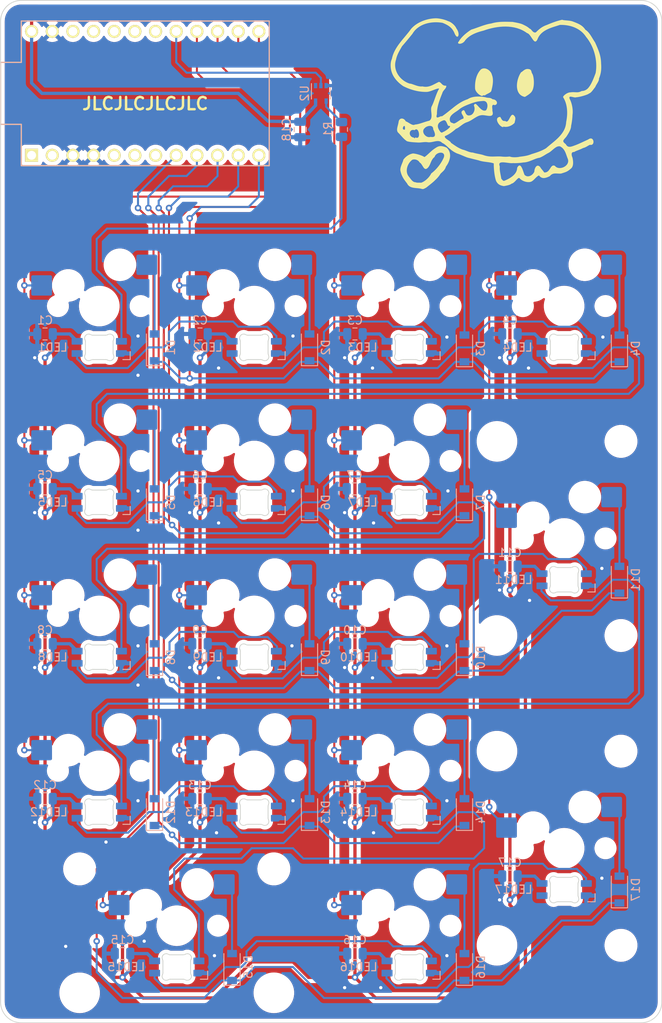
<source format=kicad_pcb>
(kicad_pcb (version 20211014) (generator pcbnew)
  (layers (0 "F.Cu" signal) (31 "B.Cu" signal) (34 "B.Paste" user) (35 "F.Paste" user) (36 "B.SilkS" user "B.Silkscreen") (37 "F.SilkS" user "F.Silkscreen") (38 "B.Mask" user) (39 "F.Mask" user) (44 "Edge.Cuts" user))
  (net 0 "")
  (net 1 "GND")
  (net 11 "ROW0")
  (net 12 "Net-(D1-Pad2)")
  (net 13 "Net-(MX2-Pad2)")
  (net 14 "Net-(MX3-Pad2)")
  (net 15 "Net-(D4-Pad2)")
  (net 16 "ROW1")
  (net 17 "Net-(MX5-Pad2)")
  (net 18 "Net-(MX6-Pad2)")
  (net 19 "Net-(MX7-Pad2)")
  (net 20 "ROW2")
  (net 21 "Net-(D8-Pad2)")
  (net 22 "Net-(D9-Pad2)")
  (net 23 "Net-(MX10-Pad2)")
  (net 24 "Net-(MX11-Pad2)")
  (net 25 "ROW3")
  (net 26 "Net-(MX12-Pad2)")
  (net 27 "Net-(D13-Pad2)")
  (net 28 "Net-(MX14-Pad2)")
  (net 29 "ROW4")
  (net 30 "Net-(D15-Pad2)")
  (net 31 "Net-(MX16-Pad2)")
  (net 32 "Net-(MX17-Pad2)")
  (net 33 "+5V")
  (net 34 "Net-(LED1-Pad2)")
  (net 35 "RGB0")
  (net 36 "Net-(LED2-Pad2)")
  (net 37 "RGB1")
  (net 38 "Net-(LED6-Pad3)")
  (net 39 "Net-(LED6-Pad2)")
  (net 40 "RGB2")
  (net 41 "Net-(LED10-Pad2)")
  (net 42 "RGB3")
  (net 43 "Net-(LED12-Pad2)")
  (net 44 "Net-(LED13-Pad2)")
  (net 45 "RGB4")
  (net 46 "Net-(LED15-Pad2)")
  (net 47 "Net-(LED16-Pad2)")
  (net 49 "COL0")
  (net 50 "COL1")
  (net 51 "COL2")
  (net 52 "COL3")
  (net 53 "Net-(U2-Pad4)")
  (net 55 "RGB")
  (net 56 "Net-(LED3-Pad2)")
  (net 57 "Net-(LED8-Pad2)")
  (net 58 "Net-(LED10-Pad3)")
  (footprint "MX_Hotswap:MX-Hotswap-1U" (layer "F.Cu") (at 111.1885 92.202)
    (fp_text reference "MX7")
    (fp_text value "MX-NoLED")
  )
  (footprint "MX_Hotswap:MX-Hotswap-1U" (layer "F.Cu") (at 111.1885 111.252)
    (fp_text reference "MX10")
    (fp_text value "MX-NoLED")
  )
  (footprint "MX_Hotswap:MX-Hotswap-1U" (layer "F.Cu") (at 73.0885 111.252)
    (fp_text reference "MX8")
    (fp_text value "MX-NoLED")
  )
  (footprint "MX_Hotswap:MX-Hotswap-1U" (layer "F.Cu") (at 92.1385 130.302)
    (fp_text reference "MX13")
    (fp_text value "MX-NoLED")
  )
  (footprint "MX_Hotswap:MX-Hotswap-1U" (layer "F.Cu") (at 92.1385 92.202)
    (fp_text reference "MX6")
    (fp_text value "MX-NoLED")
  )
  (footprint "MX_Hotswap:MX-Hotswap-2U-Vertical" (layer "F.Cu") (at 130.2385 139.827)
    (fp_text reference "MX17")
    (fp_text value "MX-NoLED")
  )
  (footprint "promicro:ProMicro" (layer "F.Cu") (at 78.74 46.99)
    (fp_text reference "U1" hide)
    (fp_text value "ProMicro")
  )
  (footprint "MX_Hotswap:MX-Hotswap-2U-Vertical" (layer "F.Cu") (at 130.2385 101.727)
    (fp_text reference "MX11")
    (fp_text value "MX-NoLED")
  )
  (footprint "MX_Hotswap:MX-Hotswap-1U" (layer "F.Cu") (at 111.1885 73.152)
    (fp_text reference "MX3")
    (fp_text value "MX-NoLED")
  )
  (footprint "MX_Hotswap:MX-Hotswap-1U" (layer "F.Cu") (at 73.0885 92.202)
    (fp_text reference "MX5")
    (fp_text value "MX-NoLED")
  )
  (footprint "MX_Hotswap:MX-Hotswap-1U" (layer "F.Cu") (at 130.2385 73.152)
    (fp_text reference "MX4")
    (fp_text value "MX-NoLED")
  )
  (footprint "MX_Hotswap:MX-Hotswap-1U" (layer "F.Cu") (at 111.1885 130.302)
    (fp_text reference "MX14")
    (fp_text value "MX-NoLED")
  )
  (footprint "MX_Hotswap:MX-Hotswap-1U" (layer "F.Cu") (at 92.1385 73.152)
    (fp_text reference "MX2")
    (fp_text value "MX-NoLED")
  )
  (footprint "MX_Hotswap:MX-Hotswap-2U" (layer "F.Cu") (at 82.6135 149.352)
    (fp_text reference "MX15")
    (fp_text value "MX-NoLED")
  )
  (footprint "MX_Hotswap:MX-Hotswap-1U" (layer "F.Cu") (at 92.1385 111.252)
    (fp_text reference "MX9")
    (fp_text value "MX-NoLED")
  )
  (footprint "MX_Hotswap:MX-Hotswap-1U" (layer "F.Cu") (at 111.1885 149.352)
    (fp_text reference "MX16")
    (fp_text value "MX-NoLED")
  )
  (footprint "MX_Hotswap:MX-Hotswap-1U" (layer "F.Cu") (at 73.0885 130.302)
    (fp_text reference "MX12")
    (fp_text value "MX-NoLED")
  )
  (footprint "MX_Hotswap:MX-Hotswap-1U" (layer "F.Cu") (at 73.0885 73.152)
    (fp_text reference "MX1")
    (fp_text value "MX-NoLED")
  )
  (footprint "Diode_SMD:D_SOD-123" (layer "B.Cu") (at 98.933 135.382 90)
    (fp_text reference "D13")
    (fp_text value "1N4148")
  )
  (footprint "Diode_SMD:D_SOD-123" (layer "B.Cu") (at 137.033 106.807 90)
    (fp_text reference "D11")
    (fp_text value "1N4148")
  )
  (footprint "Capacitor_SMD:C_0805_2012Metric" (layer "B.Cu") (at 123.571 143.256 180)
    (fp_text reference "C17")
    (fp_text value "100nF")
  )
  (footprint "marbastlib-mx:LED_MX_6028R" (layer "B.Cu") (at 82.6135 154.432 180)
    (fp_text reference "LED15")
    (fp_text value "MX_SK6812MINI-E" hide)
    (fp_line (start 1.699999 -0.702841) (end 1.699999 0.702843) (layer "Edge.Cuts") (width 0.1))
    (fp_line (start -1.699999 0.702843) (end -1.699999 -0.702841) (layer "Edge.Cuts") (width 0.1))
    (fp_line (start 0.794452 1.5) (end -0.794453 1.5) (layer "Edge.Cuts") (width 0.1))
    (fp_line (start -0.794452 -1.499999) (end 0.794452 -1.499999) (layer "Edge.Cuts") (width 0.1))
    (fp_arc (start 1.046711 -1.568296) (mid 1.638069 -1.504034) (end 1.749484 -0.919719) (layer "Edge.Cuts") (width 0.1))
    (fp_arc (start -1.046711 1.568299) (mid -0.925123 1.517377) (end -0.794453 1.5) (layer "Edge.Cuts") (width 0.1))
    (fp_arc (start -0.794452 -1.499999) (mid -0.925123 -1.517376) (end -1.046711 -1.568298) (layer "Edge.Cuts") (width 0.1))
    (fp_arc (start 1.699999 -0.702842) (mid 1.712536 -0.814065) (end 1.749484 -0.919719) (layer "Edge.Cuts") (width 0.1))
    (fp_arc (start -1.749484 -0.919719) (mid -1.712527 -0.814067) (end -1.699999 -0.702841) (layer "Edge.Cuts") (width 0.1))
    (fp_arc (start 1.749484 0.919721) (mid 1.638072 1.504036) (end 1.046711 1.5683) (layer "Edge.Cuts") (width 0.1))
    (fp_arc (start -1.699999 0.702844) (mid -1.712527 0.814069) (end -1.749484 0.919721) (layer "Edge.Cuts") (width 0.1))
    (fp_arc (start -1.046711 1.568299) (mid -1.638071 1.504035) (end -1.749484 0.919721) (layer "Edge.Cuts") (width 0.1))
    (fp_arc (start 0.794453 1.500001) (mid 0.925123 1.517378) (end 1.046711 1.5683) (layer "Edge.Cuts") (width 0.1))
    (fp_arc (start -1.749484 -0.919718) (mid -1.638072 -1.504034) (end -1.046711 -1.568298) (layer "Edge.Cuts") (width 0.1))
    (fp_arc (start 1.749484 0.919721) (mid 1.712539 0.814068) (end 1.699999 0.702843) (layer "Edge.Cuts") (width 0.1))
    (fp_arc (start 1.04671 -1.568298) (mid 0.925122 -1.517376) (end 0.794452 -1.499999) (layer "Edge.Cuts") (width 0.1))
  )
  (footprint "Diode_SMD:D_SOD-123" (layer "B.Cu") (at 117.983 97.282 90)
    (fp_text reference "D7")
    (fp_text value "1N4148")
  )
  (footprint "Capacitor_SMD:C_0805_2012Metric" (layer "B.Cu") (at 123.571 105.156 180)
    (fp_text reference "C11")
    (fp_text value "100nF")
  )
  (footprint "Diode_SMD:D_SOD-123" (layer "B.Cu") (at 137.033 144.907 90)
    (fp_text reference "D17")
    (fp_text value "1N4148")
  )
  (footprint "marbastlib-mx:LED_MX_6028R" (layer "B.Cu") (at 73.0885 97.282 180)
    (fp_text reference "LED5")
    (fp_text value "MX_SK6812MINI-E" hide)
    (fp_line (start 1.699999 -0.702841) (end 1.699999 0.702843) (layer "Edge.Cuts") (width 0.1))
    (fp_line (start -1.699999 0.702843) (end -1.699999 -0.702841) (layer "Edge.Cuts") (width 0.1))
    (fp_line (start -0.794452 -1.499999) (end 0.794452 -1.499999) (layer "Edge.Cuts") (width 0.1))
    (fp_line (start 0.794452 1.5) (end -0.794453 1.5) (layer "Edge.Cuts") (width 0.1))
    (fp_arc (start 1.699999 -0.702842) (mid 1.712536 -0.814065) (end 1.749484 -0.919719) (layer "Edge.Cuts") (width 0.1))
    (fp_arc (start -1.046711 1.568299) (mid -0.925123 1.517377) (end -0.794453 1.5) (layer "Edge.Cuts") (width 0.1))
    (fp_arc (start -1.749484 -0.919719) (mid -1.712527 -0.814067) (end -1.699999 -0.702841) (layer "Edge.Cuts") (width 0.1))
    (fp_arc (start -1.699999 0.702844) (mid -1.712527 0.814069) (end -1.749484 0.919721) (layer "Edge.Cuts") (width 0.1))
    (fp_arc (start 1.04671 -1.568298) (mid 0.925122 -1.517376) (end 0.794452 -1.499999) (layer "Edge.Cuts") (width 0.1))
    (fp_arc (start 1.749484 0.919721) (mid 1.712539 0.814068) (end 1.699999 0.702843) (layer "Edge.Cuts") (width 0.1))
    (fp_arc (start 1.749484 0.919721) (mid 1.638072 1.504036) (end 1.046711 1.5683) (layer "Edge.Cuts") (width 0.1))
    (fp_arc (start 1.046711 -1.568296) (mid 1.638069 -1.504034) (end 1.749484 -0.919719) (layer "Edge.Cuts") (width 0.1))
    (fp_arc (start -0.794452 -1.499999) (mid -0.925123 -1.517376) (end -1.046711 -1.568298) (layer "Edge.Cuts") (width 0.1))
    (fp_arc (start -1.749484 -0.919718) (mid -1.638072 -1.504034) (end -1.046711 -1.568298) (layer "Edge.Cuts") (width 0.1))
    (fp_arc (start 0.794453 1.500001) (mid 0.925123 1.517378) (end 1.046711 1.5683) (layer "Edge.Cuts") (width 0.1))
    (fp_arc (start -1.046711 1.568299) (mid -1.638071 1.504035) (end -1.749484 0.919721) (layer "Edge.Cuts") (width 0.1))
  )
  (footprint "marbastlib-mx:LED_MX_6028R" (layer "B.Cu") (at 111.1885 78.232 180)
    (fp_text reference "LED3")
    (fp_text value "MX_SK6812MINI-E" hide)
    (fp_line (start -1.699999 0.702843) (end -1.699999 -0.702841) (layer "Edge.Cuts") (width 0.1))
    (fp_line (start -0.794452 -1.499999) (end 0.794452 -1.499999) (layer "Edge.Cuts") (width 0.1))
    (fp_line (start 0.794452 1.5) (end -0.794453 1.5) (layer "Edge.Cuts") (width 0.1))
    (fp_line (start 1.699999 -0.702841) (end 1.699999 0.702843) (layer "Edge.Cuts") (width 0.1))
    (fp_arc (start -1.046711 1.568299) (mid -1.638071 1.504035) (end -1.749484 0.919721) (layer "Edge.Cuts") (width 0.1))
    (fp_arc (start -1.749484 -0.919719) (mid -1.712527 -0.814067) (end -1.699999 -0.702841) (layer "Edge.Cuts") (width 0.1))
    (fp_arc (start 1.046711 -1.568296) (mid 1.638069 -1.504034) (end 1.749484 -0.919719) (layer "Edge.Cuts") (width 0.1))
    (fp_arc (start 1.699999 -0.702842) (mid 1.712536 -0.814065) (end 1.749484 -0.919719) (layer "Edge.Cuts") (width 0.1))
    (fp_arc (start 1.04671 -1.568298) (mid 0.925122 -1.517376) (end 0.794452 -1.499999) (layer "Edge.Cuts") (width 0.1))
    (fp_arc (start 1.749484 0.919721) (mid 1.712539 0.814068) (end 1.699999 0.702843) (layer "Edge.Cuts") (width 0.1))
    (fp_arc (start -1.699999 0.702844) (mid -1.712527 0.814069) (end -1.749484 0.919721) (layer "Edge.Cuts") (width 0.1))
    (fp_arc (start 1.749484 0.919721) (mid 1.638072 1.504036) (end 1.046711 1.5683) (layer "Edge.Cuts") (width 0.1))
    (fp_arc (start -0.794452 -1.499999) (mid -0.925123 -1.517376) (end -1.046711 -1.568298) (layer "Edge.Cuts") (width 0.1))
    (fp_arc (start -1.749484 -0.919718) (mid -1.638072 -1.504034) (end -1.046711 -1.568298) (layer "Edge.Cuts") (width 0.1))
    (fp_arc (start 0.794453 1.500001) (mid 0.925123 1.517378) (end 1.046711 1.5683) (layer "Edge.Cuts") (width 0.1))
    (fp_arc (start -1.046711 1.568299) (mid -0.925123 1.517377) (end -0.794453 1.5) (layer "Edge.Cuts") (width 0.1))
  )
  (footprint "Diode_SMD:D_SOD-123" (layer "B.Cu") (at 79.883 97.282 90)
    (fp_text reference "D5")
    (fp_text value "1N4148")
  )
  (footprint "marbastlib-mx:LED_MX_6028R" (layer "B.Cu") (at 92.1385 135.382 180)
    (fp_text reference "LED13")
    (fp_text value "MX_SK6812MINI-E" hide)
    (fp_line (start 0.794452 1.5) (end -0.794453 1.5) (layer "Edge.Cuts") (width 0.1))
    (fp_line (start 1.699999 -0.702841) (end 1.699999 0.702843) (layer "Edge.Cuts") (width 0.1))
    (fp_line (start -0.794452 -1.499999) (end 0.794452 -1.499999) (layer "Edge.Cuts") (width 0.1))
    (fp_line (start -1.699999 0.702843) (end -1.699999 -0.702841) (layer "Edge.Cuts") (width 0.1))
    (fp_arc (start -1.046711 1.568299) (mid -0.925123 1.517377) (end -0.794453 1.5) (layer "Edge.Cuts") (width 0.1))
    (fp_arc (start 1.046711 -1.568296) (mid 1.638069 -1.504034) (end 1.749484 -0.919719) (layer "Edge.Cuts") (width 0.1))
    (fp_arc (start -1.046711 1.568299) (mid -1.638071 1.504035) (end -1.749484 0.919721) (layer "Edge.Cuts") (width 0.1))
    (fp_arc (start 1.04671 -1.568298) (mid 0.925122 -1.517376) (end 0.794452 -1.499999) (layer "Edge.Cuts") (width 0.1))
    (fp_arc (start -1.749484 -0.919718) (mid -1.638072 -1.504034) (end -1.046711 -1.568298) (layer "Edge.Cuts") (width 0.1))
    (fp_arc (start 0.794453 1.500001) (mid 0.925123 1.517378) (end 1.046711 1.5683) (layer "Edge.Cuts") (width 0.1))
    (fp_arc (start 1.749484 0.919721) (mid 1.638072 1.504036) (end 1.046711 1.5683) (layer "Edge.Cuts") (width 0.1))
    (fp_arc (start 1.749484 0.919721) (mid 1.712539 0.814068) (end 1.699999 0.702843) (layer "Edge.Cuts") (width 0.1))
    (fp_arc (start -1.749484 -0.919719) (mid -1.712527 -0.814067) (end -1.699999 -0.702841) (layer "Edge.Cuts") (width 0.1))
    (fp_arc (start -1.699999 0.702844) (mid -1.712527 0.814069) (end -1.749484 0.919721) (layer "Edge.Cuts") (width 0.1))
    (fp_arc (start -0.794452 -1.499999) (mid -0.925123 -1.517376) (end -1.046711 -1.568298) (layer "Edge.Cuts") (width 0.1))
    (fp_arc (start 1.699999 -0.702842) (mid 1.712536 -0.814065) (end 1.749484 -0.919719) (layer "Edge.Cuts") (width 0.1))
  )
  (footprint "Diode_SMD:D_SOD-123" (layer "B.Cu") (at 98.933 97.282 90)
    (fp_text reference "D6")
    (fp_text value "1N4148")
  )
  (footprint "marbastlib-mx:LED_MX_6028R" (layer "B.Cu") (at 130.2385 144.907 180)
    (fp_text reference "LED17")
    (fp_text value "MX_SK6812MINI-E" hide)
    (fp_line (start 0.794452 1.5) (end -0.794453 1.5) (layer "Edge.Cuts") (width 0.1))
    (fp_line (start -1.699999 0.702843) (end -1.699999 -0.702841) (layer "Edge.Cuts") (width 0.1))
    (fp_line (start -0.794452 -1.499999) (end 0.794452 -1.499999) (layer "Edge.Cuts") (width 0.1))
    (fp_line (start 1.699999 -0.702841) (end 1.699999 0.702843) (layer "Edge.Cuts") (width 0.1))
    (fp_arc (start -1.046711 1.568299) (mid -0.925123 1.517377) (end -0.794453 1.5) (layer "Edge.Cuts") (width 0.1))
    (fp_arc (start 1.04671 -1.568298) (mid 0.925122 -1.517376) (end 0.794452 -1.499999) (layer "Edge.Cuts") (width 0.1))
    (fp_arc (start -1.699999 0.702844) (mid -1.712527 0.814069) (end -1.749484 0.919721) (layer "Edge.Cuts") (width 0.1))
    (fp_arc (start -1.749484 -0.919719) (mid -1.712527 -0.814067) (end -1.699999 -0.702841) (layer "Edge.Cuts") (width 0.1))
    (fp_arc (start 1.749484 0.919721) (mid 1.712539 0.814068) (end 1.699999 0.702843) (layer "Edge.Cuts") (width 0.1))
    (fp_arc (start 0.794453 1.500001) (mid 0.925123 1.517378) (end 1.046711 1.5683) (layer "Edge.Cuts") (width 0.1))
    (fp_arc (start -0.794452 -1.499999) (mid -0.925123 -1.517376) (end -1.046711 -1.568298) (layer "Edge.Cuts") (width 0.1))
    (fp_arc (start 1.749484 0.919721) (mid 1.638072 1.504036) (end 1.046711 1.5683) (layer "Edge.Cuts") (width 0.1))
    (fp_arc (start -1.749484 -0.919718) (mid -1.638072 -1.504034) (end -1.046711 -1.568298) (layer "Edge.Cuts") (width 0.1))
    (fp_arc (start -1.046711 1.568299) (mid -1.638071 1.504035) (end -1.749484 0.919721) (layer "Edge.Cuts") (width 0.1))
    (fp_arc (start 1.046711 -1.568296) (mid 1.638069 -1.504034) (end 1.749484 -0.919719) (layer "Edge.Cuts") (width 0.1))
    (fp_arc (start 1.699999 -0.702842) (mid 1.712536 -0.814065) (end 1.749484 -0.919719) (layer "Edge.Cuts") (width 0.1))
  )
  (footprint "Capacitor_SMD:C_0805_2012Metric" (layer "B.Cu") (at 85.471 95.631 180)
    (fp_text reference "C6")
    (fp_text value "100nF")
  )
  (footprint "Diode_SMD:D_SOD-123" (layer "B.Cu") (at 117.983 78.359 90)
    (fp_text reference "D3")
    (fp_text value "1N4148")
  )
  (footprint "Diode_SMD:D_SOD-123" (layer "B.Cu") (at 98.933 78.232 90)
    (fp_text reference "D2")
    (fp_text value "1N4148")
  )
  (footprint "marbastlib-mx:LED_MX_6028R" (layer "B.Cu") (at 92.1385 97.282 180)
    (fp_text reference "LED6")
    (fp_text value "MX_SK6812MINI-E" hide)
    (fp_line (start -0.794452 -1.499999) (end 0.794452 -1.499999) (layer "Edge.Cuts") (width 0.1))
    (fp_line (start 1.699999 -0.702841) (end 1.699999 0.702843) (layer "Edge.Cuts") (width 0.1))
    (fp_line (start 0.794452 1.5) (end -0.794453 1.5) (layer "Edge.Cuts") (width 0.1))
    (fp_line (start -1.699999 0.702843) (end -1.699999 -0.702841) (layer "Edge.Cuts") (width 0.1))
    (fp_arc (start 1.046711 -1.568296) (mid 1.638069 -1.504034) (end 1.749484 -0.919719) (layer "Edge.Cuts") (width 0.1))
    (fp_arc (start 1.699999 -0.702842) (mid 1.712536 -0.814065) (end 1.749484 -0.919719) (layer "Edge.Cuts") (width 0.1))
    (fp_arc (start -1.046711 1.568299) (mid -1.638071 1.504035) (end -1.749484 0.919721) (layer "Edge.Cuts") (width 0.1))
    (fp_arc (start 0.794453 1.500001) (mid 0.925123 1.517378) (end 1.046711 1.5683) (layer "Edge.Cuts") (width 0.1))
    (fp_arc (start -1.749484 -0.919718) (mid -1.638072 -1.504034) (end -1.046711 -1.568298) (layer "Edge.Cuts") (width 0.1))
    (fp_arc (start -1.699999 0.702844) (mid -1.712527 0.814069) (end -1.749484 0.919721) (layer "Edge.Cuts") (width 0.1))
    (fp_arc (start -1.046711 1.568299) (mid -0.925123 1.517377) (end -0.794453 1.5) (layer "Edge.Cuts") (width 0.1))
    (fp_arc (start 1.04671 -1.568298) (mid 0.925122 -1.517376) (end 0.794452 -1.499999) (layer "Edge.Cuts") (width 0.1))
    (fp_arc (start 1.749484 0.919721) (mid 1.712539 0.814068) (end 1.699999 0.702843) (layer "Edge.Cuts") (width 0.1))
    (fp_arc (start 1.749484 0.919721) (mid 1.638072 1.504036) (end 1.046711 1.5683) (layer "Edge.Cuts") (width 0.1))
    (fp_arc (start -0.794452 -1.499999) (mid -0.925123 -1.517376) (end -1.046711 -1.568298) (layer "Edge.Cuts") (width 0.1))
    (fp_arc (start -1.749484 -0.919719) (mid -1.712527 -0.814067) (end -1.699999 -0.702841) (layer "Edge.Cuts") (width 0.1))
  )
  (footprint "Capacitor_SMD:C_0805_2012Metric" (layer "B.Cu") (at 66.421 76.581 180)
    (fp_text reference "C1")
    (fp_text value "100nF")
  )
  (footprint "marbastlib-mx:LED_MX_6028R" (layer "B.Cu") (at 111.1885 154.432 180)
    (fp_text reference "LED16")
    (fp_text value "MX_SK6812MINI-E" hide)
    (fp_line (start 1.699999 -0.702841) (end 1.699999 0.702843) (layer "Edge.Cuts") (width 0.1))
    (fp_line (start -0.794452 -1.499999) (end 0.794452 -1.499999) (layer "Edge.Cuts") (width 0.1))
    (fp_line (start 0.794452 1.5) (end -0.794453 1.5) (layer "Edge.Cuts") (width 0.1))
    (fp_line (start -1.699999 0.702843) (end -1.699999 -0.702841) (layer "Edge.Cuts") (width 0.1))
    (fp_arc (start -1.046711 1.568299) (mid -0.925123 1.517377) (end -0.794453 1.5) (layer "Edge.Cuts") (width 0.1))
    (fp_arc (start -1.749484 -0.919719) (mid -1.712527 -0.814067) (end -1.699999 -0.702841) (layer "Edge.Cuts") (width 0.1))
    (fp_arc (start -1.699999 0.702844) (mid -1.712527 0.814069) (end -1.749484 0.919721) (layer "Edge.Cuts") (width 0.1))
    (fp_arc (start 1.749484 0.919721) (mid 1.712539 0.814068) (end 1.699999 0.702843) (layer "Edge.Cuts") (width 0.1))
    (fp_arc (start 1.699999 -0.702842) (mid 1.712536 -0.814065) (end 1.749484 -0.919719) (layer "Edge.Cuts") (width 0.1))
    (fp_arc (start -1.749484 -0.919718) (mid -1.638072 -1.504034) (end -1.046711 -1.568298) (layer "Edge.Cuts") (width 0.1))
    (fp_arc (start 1.046711 -1.568296) (mid 1.638069 -1.504034) (end 1.749484 -0.919719) (layer "Edge.Cuts") (width 0.1))
    (fp_arc (start 0.794453 1.500001) (mid 0.925123 1.517378) (end 1.046711 1.5683) (layer "Edge.Cuts") (width 0.1))
    (fp_arc (start -0.794452 -1.499999) (mid -0.925123 -1.517376) (end -1.046711 -1.568298) (layer "Edge.Cuts") (width 0.1))
    (fp_arc (start 1.749484 0.919721) (mid 1.638072 1.504036) (end 1.046711 1.5683) (layer "Edge.Cuts") (width 0.1))
    (fp_arc (start 1.04671 -1.568298) (mid 0.925122 -1.517376) (end 0.794452 -1.499999) (layer "Edge.Cuts") (width 0.1))
    (fp_arc (start -1.046711 1.568299) (mid -1.638071 1.504035) (end -1.749484 0.919721) (layer "Edge.Cuts") (width 0.1))
  )
  (footprint "Capacitor_SMD:C_0805_2012Metric" (layer "B.Cu") (at 66.421 114.681 180)
    (fp_text reference "C8")
    (fp_text value "100nF")
  )
  (footprint "Capacitor_SMD:C_0805_2012Metric" (layer "B.Cu") (at 104.521 152.781 180)
    (fp_text reference "C16")
    (fp_text value "100nF")
  )
  (footprint "Diode_SMD:D_SOD-123" (layer "B.Cu") (at 98.933 116.332 90)
    (fp_text reference "D9")
    (fp_text value "1N4148")
  )
  (footprint "Capacitor_SMD:C_0805_2012Metric" (layer "B.Cu") (at 85.471 133.731 180)
    (fp_text reference "C13")
    (fp_text value "100nF")
  )
  (footprint "marbastlib-mx:LED_MX_6028R" (layer "B.Cu") (at 130.2385 78.232 180)
    (fp_text reference "LED4")
    (fp_text value "MX_SK6812MINI-E" hide)
    (fp_line (start -1.699999 0.702843) (end -1.699999 -0.702841) (layer "Edge.Cuts") (width 0.1))
    (fp_line (start 1.699999 -0.702841) (end 1.699999 0.702843) (layer "Edge.Cuts") (width 0.1))
    (fp_line (start 0.794452 1.5) (end -0.794453 1.5) (layer "Edge.Cuts") (width 0.1))
    (fp_line (start -0.794452 -1.499999) (end 0.794452 -1.499999) (layer "Edge.Cuts") (width 0.1))
    (fp_arc (start 1.749484 0.919721) (mid 1.638072 1.504036) (end 1.046711 1.5683) (layer "Edge.Cuts") (width 0.1))
    (fp_arc (start -1.046711 1.568299) (mid -0.925123 1.517377) (end -0.794453 1.5) (layer "Edge.Cuts") (width 0.1))
    (fp_arc (start -1.749484 -0.919718) (mid -1.638072 -1.504034) (end -1.046711 -1.568298) (layer "Edge.Cuts") (width 0.1))
    (fp_arc (start 1.699999 -0.702842) (mid 1.712536 -0.814065) (end 1.749484 -0.919719) (layer "Edge.Cuts") (width 0.1))
    (fp_arc (start 1.046711 -1.568296) (mid 1.638069 -1.504034) (end 1.749484 -0.919719) (layer "Edge.Cuts") (width 0.1))
    (fp_arc (start -0.794452 -1.499999) (mid -0.925123 -1.517376) (end -1.046711 -1.568298) (layer "Edge.Cuts") (width 0.1))
    (fp_arc (start -1.699999 0.702844) (mid -1.712527 0.814069) (end -1.749484 0.919721) (layer "Edge.Cuts") (width 0.1))
    (fp_arc (start 1.04671 -1.568298) (mid 0.925122 -1.517376) (end 0.794452 -1.499999) (layer "Edge.Cuts") (width 0.1))
    (fp_arc (start 0.794453 1.500001) (mid 0.925123 1.517378) (end 1.046711 1.5683) (layer "Edge.Cuts") (width 0.1))
    (fp_arc (start -1.046711 1.568299) (mid -1.638071 1.504035) (end -1.749484 0.919721) (layer "Edge.Cuts") (width 0.1))
    (fp_arc (start -1.749484 -0.919719) (mid -1.712527 -0.814067) (end -1.699999 -0.702841) (layer "Edge.Cuts") (width 0.1))
    (fp_arc (start 1.749484 0.919721) (mid 1.712539 0.814068) (end 1.699999 0.702843) (layer "Edge.Cuts") (width 0.1))
  )
  (footprint "Diode_SMD:D_SOD-123" (layer "B.Cu") (at 79.883 135.382 90)
    (fp_text reference "D12")
    (fp_text value "1N4148")
  )
  (footprint "marbastlib-mx:LED_MX_6028R" (layer "B.Cu") (at 111.1885 116.332 180)
    (fp_text reference "LED10")
    (fp_text value "MX_SK6812MINI-E" hide)
    (fp_line (start -1.699999 0.702843) (end -1.699999 -0.702841) (layer "Edge.Cuts") (width 0.1))
    (fp_line (start -0.794452 -1.499999) (end 0.794452 -1.499999) (layer "Edge.Cuts") (width 0.1))
    (fp_line (start 1.699999 -0.702841) (end 1.699999 0.702843) (layer "Edge.Cuts") (width 0.1))
    (fp_line (start 0.794452 1.5) (end -0.794453 1.5) (layer "Edge.Cuts") (width 0.1))
    (fp_arc (start 1.749484 0.919721) (mid 1.638072 1.504036) (end 1.046711 1.5683) (layer "Edge.Cuts") (width 0.1))
    (fp_arc (start -1.749484 -0.919718) (mid -1.638072 -1.504034) (end -1.046711 -1.568298) (layer "Edge.Cuts") (width 0.1))
    (fp_arc (start -1.699999 0.702844) (mid -1.712527 0.814069) (end -1.749484 0.919721) (layer "Edge.Cuts") (width 0.1))
    (fp_arc (start -1.749484 -0.919719) (mid -1.712527 -0.814067) (end -1.699999 -0.702841) (layer "Edge.Cuts") (width 0.1))
    (fp_arc (start 1.699999 -0.702842) (mid 1.712536 -0.814065) (end 1.749484 -0.919719) (layer "Edge.Cuts") (width 0.1))
    (fp_arc (start 1.04671 -1.568298) (mid 0.925122 -1.517376) (end 0.794452 -1.499999) (layer "Edge.Cuts") (width 0.1))
    (fp_arc (start -0.794452 -1.499999) (mid -0.925123 -1.517376) (end -1.046711 -1.568298) (layer "Edge.Cuts") (width 0.1))
    (fp_arc (start 1.046711 -1.568296) (mid 1.638069 -1.504034) (end 1.749484 -0.919719) (layer "Edge.Cuts") (width 0.1))
    (fp_arc (start -1.046711 1.568299) (mid -0.925123 1.517377) (end -0.794453 1.5) (layer "Edge.Cuts") (width 0.1))
    (fp_arc (start -1.046711 1.568299) (mid -1.638071 1.504035) (end -1.749484 0.919721) (layer "Edge.Cuts") (width 0.1))
    (fp_arc (start 0.794453 1.500001) (mid 0.925123 1.517378) (end 1.046711 1.5683) (layer "Edge.Cuts") (width 0.1))
    (fp_arc (start 1.749484 0.919721) (mid 1.712539 0.814068) (end 1.699999 0.702843) (layer "Edge.Cuts") (width 0.1))
  )
  (footprint "Capacitor_SMD:C_0805_2012Metric" (layer "B.Cu") (at 85.471 76.581 180)
    (fp_text reference "C2")
    (fp_text value "100nF")
  )
  (footprint "marbastlib-mx:LED_MX_6028R" (layer "B.Cu") (at 92.1385 116.332 180)
    (fp_text reference "LED9")
    (fp_text value "MX_SK6812MINI-E" hide)
    (fp_line (start -0.794452 -1.499999) (end 0.794452 -1.499999) (layer "Edge.Cuts") (width 0.1))
    (fp_line (start 1.699999 -0.702841) (end 1.699999 0.702843) (layer "Edge.Cuts") (width 0.1))
    (fp_line (start 0.794452 1.5) (end -0.794453 1.5) (layer "Edge.Cuts") (width 0.1))
    (fp_line (start -1.699999 0.702843) (end -1.699999 -0.702841) (layer "Edge.Cuts") (width 0.1))
    (fp_arc (start 1.749484 0.919721) (mid 1.712539 0.814068) (end 1.699999 0.702843) (layer "Edge.Cuts") (width 0.1))
    (fp_arc (start 1.046711 -1.568296) (mid 1.638069 -1.504034) (end 1.749484 -0.919719) (layer "Edge.Cuts") (width 0.1))
    (fp_arc (start -1.749484 -0.919718) (mid -1.638072 -1.504034) (end -1.046711 -1.568298) (layer "Edge.Cuts") (width 0.1))
    (fp_arc (start 1.749484 0.919721) (mid 1.638072 1.504036) (end 1.046711 1.5683) (layer "Edge.Cuts") (width 0.1))
    (fp_arc (start -0.794452 -1.499999) (mid -0.925123 -1.517376) (end -1.046711 -1.568298) (layer "Edge.Cuts") (width 0.1))
    (fp_arc (start -1.749484 -0.919719) (mid -1.712527 -0.814067) (end -1.699999 -0.702841) (layer "Edge.Cuts") (width 0.1))
    (fp_arc (start 1.699999 -0.702842) (mid 1.712536 -0.814065) (end 1.749484 -0.919719) (layer "Edge.Cuts") (width 0.1))
    (fp_arc (start -1.046711 1.568299) (mid -0.925123 1.517377) (end -0.794453 1.5) (layer "Edge.Cuts") (width 0.1))
    (fp_arc (start -1.699999 0.702844) (mid -1.712527 0.814069) (end -1.749484 0.919721) (layer "Edge.Cuts") (width 0.1))
    (fp_arc (start 0.794453 1.500001) (mid 0.925123 1.517378) (end 1.046711 1.5683) (layer "Edge.Cuts") (width 0.1))
    (fp_arc (start -1.046711 1.568299) (mid -1.638071 1.504035) (end -1.749484 0.919721) (layer "Edge.Cuts") (width 0.1))
    (fp_arc (start 1.04671 -1.568298) (mid 0.925122 -1.517376) (end 0.794452 -1.499999) (layer "Edge.Cuts") (width 0.1))
  )
  (footprint "Capacitor_SMD:C_0805_2012Metric" (layer "B.Cu") (at 75.946 152.781 180)
    (fp_text reference "C15")
    (fp_text value "100nF")
  )
  (footprint "marbastlib-mx:LED_MX_6028R" (layer "B.Cu") (at 73.0885 78.232 180)
    (fp_text reference "LED1")
    (fp_text value "MX_SK6812MINI-E" hide)
    (fp_line (start -1.699999 0.702843) (end -1.699999 -0.702841) (layer "Edge.Cuts") (width 0.1))
    (fp_line (start 1.699999 -0.702841) (end 1.699999 0.702843) (layer "Edge.Cuts") (width 0.1))
    (fp_line (start 0.794452 1.5) (end -0.794453 1.5) (layer "Edge.Cuts") (width 0.1))
    (fp_line (start -0.794452 -1.499999) (end 0.794452 -1.499999) (layer "Edge.Cuts") (width 0.1))
    (fp_arc (start 1.046711 -1.568296) (mid 1.638069 -1.504034) (end 1.749484 -0.919719) (layer "Edge.Cuts") (width 0.1))
    (fp_arc (start 1.04671 -1.568298) (mid 0.925122 -1.517376) (end 0.794452 -1.499999) (layer "Edge.Cuts") (width 0.1))
    (fp_arc (start -0.794452 -1.499999) (mid -0.925123 -1.517376) (end -1.046711 -1.568298) (layer "Edge.Cuts") (width 0.1))
    (fp_arc (start 1.699999 -0.702842) (mid 1.712536 -0.814065) (end 1.749484 -0.919719) (layer "Edge.Cuts") (width 0.1))
    (fp_arc (start -1.046711 1.568299) (mid -0.925123 1.517377) (end -0.794453 1.5) (layer "Edge.Cuts") (width 0.1))
    (fp_arc (start -1.046711 1.568299) (mid -1.638071 1.504035) (end -1.749484 0.919721) (layer "Edge.Cuts") (width 0.1))
    (fp_arc (start 1.749484 0.919721) (mid 1.638072 1.504036) (end 1.046711 1.5683) (layer "Edge.Cuts") (width 0.1))
    (fp_arc (start -1.749484 -0.919718) (mid -1.638072 -1.504034) (end -1.046711 -1.568298) (layer "Edge.Cuts") (width 0.1))
    (fp_arc (start -1.699999 0.702844) (mid -1.712527 0.814069) (end -1.749484 0.919721) (layer "Edge.Cuts") (width 0.1))
    (fp_arc (start -1.749484 -0.919719) (mid -1.712527 -0.814067) (end -1.699999 -0.702841) (layer "Edge.Cuts") (width 0.1))
    (fp_arc (start 1.749484 0.919721) (mid 1.712539 0.814068) (end 1.699999 0.702843) (layer "Edge.Cuts") (width 0.1))
    (fp_arc (start 0.794453 1.500001) (mid 0.925123 1.517378) (end 1.046711 1.5683) (layer "Edge.Cuts") (width 0.1))
  )
  (footprint "marbastlib-mx:LED_MX_6028R" (layer "B.Cu") (at 73.0885 135.382 180)
    (fp_text reference "LED12")
    (fp_text value "MX_SK6812MINI-E" hide)
    (fp_line (start -1.699999 0.702843) (end -1.699999 -0.702841) (layer "Edge.Cuts") (width 0.1))
    (fp_line (start 1.699999 -0.702841) (end 1.699999 0.702843) (layer "Edge.Cuts") (width 0.1))
    (fp_line (start 0.794452 1.5) (end -0.794453 1.5) (layer "Edge.Cuts") (width 0.1))
    (fp_line (start -0.794452 -1.499999) (end 0.794452 -1.499999) (layer "Edge.Cuts") (width 0.1))
    (fp_arc (start 1.749484 0.919721) (mid 1.638072 1.504036) (end 1.046711 1.5683) (layer "Edge.Cuts") (width 0.1))
    (fp_arc (start 1.046711 -1.568296) (mid 1.638069 -1.504034) (end 1.749484 -0.919719) (layer "Edge.Cuts") (width 0.1))
    (fp_arc (start -1.699999 0.702844) (mid -1.712527 0.814069) (end -1.749484 0.919721) (layer "Edge.Cuts") (width 0.1))
    (fp_arc (start 1.04671 -1.568298) (mid 0.925122 -1.517376) (end 0.794452 -1.499999) (layer "Edge.Cuts") (width 0.1))
    (fp_arc (start -1.749484 -0.919718) (mid -1.638072 -1.504034) (end -1.046711 -1.568298) (layer "Edge.Cuts") (width 0.1))
    (fp_arc (start 1.699999 -0.702842) (mid 1.712536 -0.814065) (end 1.749484 -0.919719) (layer "Edge.Cuts") (width 0.1))
    (fp_arc (start -1.046711 1.568299) (mid -0.925123 1.517377) (end -0.794453 1.5) (layer "Edge.Cuts") (width 0.1))
    (fp_arc (start -1.046711 1.568299) (mid -1.638071 1.504035) (end -1.749484 0.919721) (layer "Edge.Cuts") (width 0.1))
    (fp_arc (start 0.794453 1.500001) (mid 0.925123 1.517378) (end 1.046711 1.5683) (layer "Edge.Cuts") (width 0.1))
    (fp_arc (start -1.749484 -0.919719) (mid -1.712527 -0.814067) (end -1.699999 -0.702841) (layer "Edge.Cuts") (width 0.1))
    (fp_arc (start 1.749484 0.919721) (mid 1.712539 0.814068) (end 1.699999 0.702843) (layer "Edge.Cuts") (width 0.1))
    (fp_arc (start -0.794452 -1.499999) (mid -0.925123 -1.517376) (end -1.046711 -1.568298) (layer "Edge.Cuts") (width 0.1))
  )
  (footprint "Diode_SMD:D_SOD-123" (layer "B.Cu") (at 89.408 154.432 90)
    (fp_text reference "D15")
    (fp_text value "1N4148")
  )
  (footprint "Capacitor_SMD:C_0805_2012Metric" (layer "B.Cu") (at 104.521 133.731 180)
    (fp_text reference "C14")
    (fp_text value "100nF")
  )
  (footprint "marbastlib-mx:LED_MX_6028R" (layer "B.Cu") (at 111.1885 135.382 180)
    (fp_text reference "LED14")
    (fp_text value "MX_SK6812MINI-E" hide)
    (fp_line (start -0.794452 -1.499999) (end 0.794452 -1.499999) (layer "Edge.Cuts") (width 0.1))
    (fp_line (start 1.699999 -0.702841) (end 1.699999 0.702843) (layer "Edge.Cuts") (width 0.1))
    (fp_line (start 0.794452 1.5) (end -0.794453 1.5) (layer "Edge.Cuts") (width 0.1))
    (fp_line (start -1.699999 0.702843) (end -1.699999 -0.702841) (layer "Edge.Cuts") (width 0.1))
    (fp_arc (start -0.794452 -1.499999) (mid -0.925123 -1.517376) (end -1.046711 -1.568298) (layer "Edge.Cuts") (width 0.1))
    (fp_arc (start 1.04671 -1.568298) (mid 0.925122 -1.517376) (end 0.794452 -1.499999) (layer "Edge.Cuts") (width 0.1))
    (fp_arc (start -1.699999 0.702844) (mid -1.712527 0.814069) (end -1.749484 0.919721) (layer "Edge.Cuts") (width 0.1))
    (fp_arc (start 0.794453 1.500001) (mid 0.925123 1.517378) (end 1.046711 1.5683) (layer "Edge.Cuts") (width 0.1))
    (fp_arc (start -1.749484 -0.919718) (mid -1.638072 -1.504034) (end -1.046711 -1.568298) (layer "Edge.Cuts") (width 0.1))
    (fp_arc (start -1.046711 1.568299) (mid -1.638071 1.504035) (end -1.749484 0.919721) (layer "Edge.Cuts") (width 0.1))
    (fp_arc (start 1.749484 0.919721) (mid 1.638072 1.504036) (end 1.046711 1.5683) (layer "Edge.Cuts") (width 0.1))
    (fp_arc (start -1.046711 1.568299) (mid -0.925123 1.517377) (end -0.794453 1.5) (layer "Edge.Cuts") (width 0.1))
    (fp_arc (start 1.046711 -1.568296) (mid 1.638069 -1.504034) (end 1.749484 -0.919719) (layer "Edge.Cuts") (width 0.1))
    (fp_arc (start 1.749484 0.919721) (mid 1.712539 0.814068) (end 1.699999 0.702843) (layer "Edge.Cuts") (width 0.1))
    (fp_arc (start -1.749484 -0.919719) (mid -1.712527 -0.814067) (end -1.699999 -0.702841) (layer "Edge.Cuts") (width 0.1))
    (fp_arc (start 1.699999 -0.702842) (mid 1.712536 -0.814065) (end 1.749484 -0.919719) (layer "Edge.Cuts") (width 0.1))
  )
  (footprint "Package_TO_SOT_SMD:SOT-353_SC-70-5" (layer "B.Cu") (at 100.33 46.99 -90)
    (fp_text reference "U2")
    (fp_text value "SN74LV1T34DCK")
  )
  (footprint "Capacitor_SMD:C_0805_2012Metric" (layer "B.Cu") (at 97.79 51.435 -90)
    (fp_text reference "C18")
    (fp_text value "100nF")
  )
  (footprint "Capacitor_SMD:C_0805_2012Metric" (layer "B.Cu") (at 104.521 114.681 180)
    (fp_text reference "C10")
    (fp_text value "100nF")
  )
  (footprint "Capacitor_SMD:C_0805_2012Metric" (layer "B.Cu") (at 85.471 114.681 180)
    (fp_text reference "C9")
    (fp_text value "100nF")
  )
  (footprint "Capacitor_SMD:C_0805_2012Metric" (layer "B.Cu") (at 66.421 95.631 180)
    (fp_text reference "C5")
    (fp_text value "100nF")
  )
  (footprint "marbastlib-mx:LED_MX_6028R" (layer "B.Cu") (at 73.0885 116.332 180)
    (fp_text reference "LED8")
    (fp_text value "MX_SK6812MINI-E" hide)
    (fp_line (start 0.794452 1.5) (end -0.794453 1.5) (layer "Edge.Cuts") (width 0.1))
    (fp_line (start 1.699999 -0.702841) (end 1.699999 0.702843) (layer "Edge.Cuts") (width 0.1))
    (fp_line (start -1.699999 0.702843) (end -1.699999 -0.702841) (layer "Edge.Cuts") (width 0.1))
    (fp_line (start -0.794452 -1.499999) (end 0.794452 -1.499999) (layer "Edge.Cuts") (width 0.1))
    (fp_arc (start 0.794453 1.500001) (mid 0.925123 1.517378) (end 1.046711 1.5683) (layer "Edge.Cuts") (width 0.1))
    (fp_arc (start -1.749484 -0.919719) (mid -1.712527 -0.814067) (end -1.699999 -0.702841) (layer "Edge.Cuts") (width 0.1))
    (fp_arc (start 1.749484 0.919721) (mid 1.712539 0.814068) (end 1.699999 0.702843) (layer "Edge.Cuts") (width 0.1))
    (fp_arc (start -0.794452 -1.499999) (mid -0.925123 -1.517376) (end -1.046711 -1.568298) (layer "Edge.Cuts") (width 0.1))
    (fp_arc (start 1.699999 -0.702842) (mid 1.712536 -0.814065) (end 1.749484 -0.919719) (layer "Edge.Cuts") (width 0.1))
    (fp_arc (start -1.699999 0.702844) (mid -1.712527 0.814069) (end -1.749484 0.919721) (layer "Edge.Cuts") (width 0.1))
    (fp_arc (start 1.749484 0.919721) (mid 1.638072 1.504036) (end 1.046711 1.5683) (layer "Edge.Cuts") (width 0.1))
    (fp_arc (start -1.046711 1.568299) (mid -0.925123 1.517377) (end -0.794453 1.5) (layer "Edge.Cuts") (width 0.1))
    (fp_arc (start -1.749484 -0.919718) (mid -1.638072 -1.504034) (end -1.046711 -1.568298) (layer "Edge.Cuts") (width 0.1))
    (fp_arc (start 1.04671 -1.568298) (mid 0.925122 -1.517376) (end 0.794452 -1.499999) (layer "Edge.Cuts") (width 0.1))
    (fp_arc (start 1.046711 -1.568296) (mid 1.638069 -1.504034) (end 1.749484 -0.919719) (layer "Edge.Cuts") (width 0.1))
    (fp_arc (start -1.046711 1.568299) (mid -1.638071 1.504035) (end -1.749484 0.919721) (layer "Edge.Cuts") (width 0.1))
  )
  (footprint "Capacitor_SMD:C_0805_2012Metric" (layer "B.Cu") (at 104.521 76.581 180)
    (fp_text reference "C3")
    (fp_text value "100nF")
  )
  (footprint "Diode_SMD:D_SOD-123" (layer "B.Cu") (at 117.983 135.382 90)
    (fp_text reference "D14")
    (fp_text value "1N4148")
  )
  (footprint "Capacitor_SMD:C_0805_2012Metric" (layer "B.Cu") (at 123.571 76.581 180)
    (fp_text reference "C4")
    (fp_text value "100nF")
  )
  (footprint "Capacitor_SMD:C_0805_2012Metric" (layer "B.Cu") (at 104.46 95.631 180)
    (fp_text reference "C7")
    (fp_text value "100nF")
  )
  (footprint "Diode_SMD:D_SOD-123" (layer "B.Cu") (at 79.883 116.332 90)
    (fp_text reference "D8")
    (fp_text value "1N4148")
  )
  (footprint "Resistor_SMD:R_0805_2012Metric" (layer "B.Cu") (at 102.87 51.435 -90)
    (fp_text reference "R1")
    (fp_text value "500R")
  )
  (footprint "marbastlib-mx:LED_MX_6028R" (layer "B.Cu") (at 111.1885 97.282 180)
    (fp_text reference "LED7")
    (fp_text value "MX_SK6812MINI-E" hide)
    (fp_line (start 1.699999 -0.702841) (end 1.699999 0.702843) (layer "Edge.Cuts") (width 0.1))
    (fp_line (start -1.699999 0.702843) (end -1.699999 -0.702841) (layer "Edge.Cuts") (width 0.1))
    (fp_line (start -0.794452 -1.499999) (end 0.794452 -1.499999) (layer "Edge.Cuts") (width 0.1))
    (fp_line (start 0.794452 1.5) (end -0.794453 1.5) (layer "Edge.Cuts") (width 0.1))
    (fp_arc (start -0.794452 -1.499999) (mid -0.925123 -1.517376) (end -1.046711 -1.568298) (layer "Edge.Cuts") (width 0.1))
    (fp_arc (start -1.046711 1.568299) (mid -1.638071 1.504035) (end -1.749484 0.919721) (layer "Edge.Cuts") (width 0.1))
    (fp_arc (start 1.699999 -0.702842) (mid 1.712536 -0.814065) (end 1.749484 -0.919719) (layer "Edge.Cuts") (width 0.1))
    (fp_arc (start -1.749484 -0.919719) (mid -1.712527 -0.814067) (end -1.699999 -0.702841) (layer "Edge.Cuts") (width 0.1))
    (fp_arc (start 1.749484 0.919721) (mid 1.638072 1.504036) (end 1.046711 1.5683) (layer "Edge.Cuts") (width 0.1))
    (fp_arc (start 1.046711 -1.568296) (mid 1.638069 -1.504034) (end 1.749484 -0.919719) (layer "Edge.Cuts") (width 0.1))
    (fp_arc (start -1.749484 -0.919718) (mid -1.638072 -1.504034) (end -1.046711 -1.568298) (layer "Edge.Cuts") (width 0.1))
    (fp_arc (start 1.749484 0.919721) (mid 1.712539 0.814068) (end 1.699999 0.702843) (layer "Edge.Cuts") (width 0.1))
    (fp_arc (start 0.794453 1.500001) (mid 0.925123 1.517378) (end 1.046711 1.5683) (layer "Edge.Cuts") (width 0.1))
    (fp_arc (start -1.046711 1.568299) (mid -0.925123 1.517377) (end -0.794453 1.5) (layer "Edge.Cuts") (width 0.1))
    (fp_arc (start 1.04671 -1.568298) (mid 0.925122 -1.517376) (end 0.794452 -1.499999) (layer "Edge.Cuts") (width 0.1))
    (fp_arc (start -1.699999 0.702844) (mid -1.712527 0.814069) (end -1.749484 0.919721) (layer "Edge.Cuts") (width 0.1))
  )
  (footprint "Diode_SMD:D_SOD-123" (layer "B.Cu") (at 137.033 78.359 90)
    (fp_text reference "D4")
    (fp_text value "1N4148")
  )
  (footprint "Diode_SMD:D_SOD-123" (layer "B.Cu") (at 79.883 78.232 90)
    (fp_text reference "D1")
    (fp_text value "1N4148")
  )
  (footprint "marbastlib-mx:LED_MX_6028R" (layer "B.Cu") (at 92.1385 78.232 180)
    (fp_text reference "LED2")
    (fp_text value "MX_SK6812MINI-E" hide)
    (fp_line (start 0.794452 1.5) (end -0.794453 1.5) (layer "Edge.Cuts") (width 0.1))
    (fp_line (start 1.699999 -0.702841) (end 1.699999 0.702843) (layer "Edge.Cuts") (width 0.1))
    (fp_line (start -0.794452 -1.499999) (end 0.794452 -1.499999) (layer "Edge.Cuts") (width 0.1))
    (fp_line (start -1.699999 0.702843) (end -1.699999 -0.702841) (layer "Edge.Cuts") (width 0.1))
    (fp_arc (start -1.699999 0.702844) (mid -1.712527 0.814069) (end -1.749484 0.919721) (layer "Edge.Cuts") (width 0.1))
    (fp_arc (start 1.046711 -1.568296) (mid 1.638069 -1.504034) (end 1.749484 -0.919719) (layer "Edge.Cuts") (width 0.1))
    (fp_arc (start -1.046711 1.568299) (mid -1.638071 1.504035) (end -1.749484 0.919721) (layer "Edge.Cuts") (width 0.1))
    (fp_arc (start 1.699999 -0.702842) (mid 1.712536 -0.814065) (end 1.749484 -0.919719) (layer "Edge.Cuts") (width 0.1))
    (fp_arc (start 1.04671 -1.568298) (mid 0.925122 -1.517376) (end 0.794452 -1.499999) (layer "Edge.Cuts") (width 0.1))
    (fp_arc (start -0.794452 -1.499999) (mid -0.925123 -1.517376) (end -1.046711 -1.568298) (layer "Edge.Cuts") (width 0.1))
    (fp_arc (start -1.046711 1.568299) (mid -0.925123 1.517377) (end -0.794453 1.5) (layer "Edge.Cuts") (width 0.1))
    (fp_arc (start 1.749484 0.919721) (mid 1.712539 0.814068) (end 1.699999 0.702843) (layer "Edge.Cuts") (width 0.1))
    (fp_arc (start -1.749484 -0.919719) (mid -1.712527 -0.814067) (end -1.699999 -0.702841) (layer "Edge.Cuts") (width 0.1))
    (fp_arc (start 1.749484 0.919721) (mid 1.638072 1.504036) (end 1.046711 1.5683) (layer "Edge.Cuts") (width 0.1))
    (fp_arc (start 0.794453 1.500001) (mid 0.925123 1.517378) (end 1.046711 1.5683) (layer "Edge.Cuts") (width 0.1))
    (fp_arc (start -1.749484 -0.919718) (mid -1.638072 -1.504034) (end -1.046711 -1.568298) (layer "Edge.Cuts") (width 0.1))
  )
  (footprint "marbastlib-mx:LED_MX_6028R" (layer "B.Cu") (at 130.2385 106.807 180)
    (fp_text reference "LED11")
    (fp_text value "MX_SK6812MINI-E" hide)
    (fp_line (start -1.699999 0.702843) (end -1.699999 -0.702841) (layer "Edge.Cuts") (width 0.1))
    (fp_line (start 0.794452 1.5) (end -0.794453 1.5) (layer "Edge.Cuts") (width 0.1))
    (fp_line (start -0.794452 -1.499999) (end 0.794452 -1.499999) (layer "Edge.Cuts") (width 0.1))
    (fp_line (start 1.699999 -0.702841) (end 1.699999 0.702843) (layer "Edge.Cuts") (width 0.1))
    (fp_arc (start 1.04671 -1.568298) (mid 0.925122 -1.517376) (end 0.794452 -1.499999) (layer "Edge.Cuts") (width 0.1))
    (fp_arc (start -1.046711 1.568299) (mid -1.638071 1.504035) (end -1.749484 0.919721) (layer "Edge.Cuts") (width 0.1))
    (fp_arc (start -0.794452 -1.499999) (mid -0.925123 -1.517376) (end -1.046711 -1.568298) (layer "Edge.Cuts") (width 0.1))
    (fp_arc (start -1.749484 -0.919719) (mid -1.712527 -0.814067) (end -1.699999 -0.702841) (layer "Edge.Cuts") (width 0.1))
    (fp_arc (start -1.699999 0.702844) (mid -1.712527 0.814069) (end -1.749484 0.919721) (layer "Edge.Cuts") (width 0.1))
    (fp_arc (start 1.749484 0.919721) (mid 1.712539 0.814068) (end 1.699999 0.702843) (layer "Edge.Cuts") (width 0.1))
    (fp_arc (start -1.749484 -0.919718) (mid -1.638072 -1.504034) (end -1.046711 -1.568298) (layer "Edge.Cuts") (width 0.1))
    (fp_arc (start 1.749484 0.919721) (mid 1.638072 1.504036) (end 1.046711 1.5683) (layer "Edge.Cuts") (width 0.1))
    (fp_arc (start 0.794453 1.500001) (mid 0.925123 1.517378) (end 1.046711 1.5683) (layer "Edge.Cuts") (width 0.1))
    (fp_arc (start -1.046711 1.568299) (mid -0.925123 1.517377) (end -0.794453 1.5) (layer "Edge.Cuts") (width 0.1))
    (fp_arc (start 1.699999 -0.702842) (mid 1.712536 -0.814065) (end 1.749484 -0.919719) (layer "Edge.Cuts") (width 0.1))
    (fp_arc (start 1.046711 -1.568296) (mid 1.638069 -1.504034) (end 1.749484 -0.919719) (layer "Edge.Cuts") (width 0.1))
  )
  (footprint "Diode_SMD:D_SOD-123" (layer "B.Cu") (at 117.983 116.332 90)
    (fp_text reference "D10")
    (fp_text value "1N4148")
  )
  (footprint "Capacitor_SMD:C_0805_2012Metric" (layer "B.Cu") (at 66.421 133.731 180)
    (fp_text reference "C12")
    (fp_text value "100nF")
  )
  (footprint "Diode_SMD:D_SOD-123" (layer "B.Cu") (at 117.983 154.432 90)
    (fp_text reference "D16")
    (fp_text value "1N4148")
  )
  (gr_poly (pts (xy 114.530687 37.760362) (xy 114.632555 37.765786) (xy 114.738766 37.775433) (xy 114.848275 37.789003) (xy 114.960036 37.806191) (xy 115.073004 37.826696) (xy 115.186134 37.850213) (xy 115.29838 37.876442) (xy 115.408697 37.905079) (xy 115.51604 37.935821) (xy 115.619363 37.968366) (xy 115.717621 38.002411) (xy 115.809769 38.037654) (xy 115.894761 38.073791) (xy 115.971551 38.11052) (xy 116.029559 38.126068) (xy 116.092797 38.149407) (xy 116.160307 38.180024) (xy 116.23113 38.217406) (xy 116.304305 38.261039) (xy 116.378874 38.310408) (xy 116.453875 38.364999) (xy 116.528351 38.4243) (xy 116.601341 38.487796) (xy 116.671886 38.554974) (xy 116.739026 38.625318) (xy 116.801802 38.698317) (xy 116.859253 38.773455) (xy 116.910422 38.85022) (xy 116.933349 38.889051) (xy 116.954347 38.928096) (xy 116.973293 38.967291) (xy 116.990069 39.006571) (xy 117.039608 39.075622) (xy 117.083579 39.144887) (xy 117.122167 39.214008) (xy 117.155557 39.282623) (xy 117.183937 39.350372) (xy 117.207491 39.416897) (xy 117.226406 39.481836) (xy 117.240867 39.54483) (xy 117.25106 39.605518) (xy 117.257171 39.663541) (xy 117.259385 39.718539) (xy 117.25789 39.770151) (xy 117.252869 39.818017) (xy 117.24451 39.861778) (xy 117.232998 39.901074) (xy 117.218519 39.935543) (xy 117.201259 39.964827) (xy 117.181403 39.988566) (xy 117.159138 40.006398) (xy 117.134648 40.017965) (xy 117.108121 40.022906) (xy 117.079742 40.020861) (xy 117.049696 40.01147) (xy 117.01817 39.994374) (xy 116.985349 39.969211) (xy 116.95142 39.935622) (xy 116.916567 39.893248) (xy 116.880977 39.841727) (xy 116.844836 39.7807) (xy 116.808329 39.709807) (xy 116.771643 39.628688) (xy 116.734962 39.536983) (xy 116.706441 39.47463) (xy 116.676598 39.414485) (xy 116.645458 39.356483) (xy 116.613046 39.300561) (xy 116.579387 39.246655) (xy 116.544508 39.1947) (xy 116.508433 39.144634) (xy 116.471188 39.096391) (xy 116.432799 39.04991) (xy 116.393289 39.005125) (xy 116.311014 38.92039) (xy 116.224565 38.841676) (xy 116.134145 38.768474) (xy 116.039958 38.700271) (xy 115.942206 38.63656) (xy 115.841093 38.576827) (xy 115.73682 38.520565) (xy 115.629592 38.467261) (xy 115.519611 38.416406) (xy 115.40708 38.367489) (xy 115.292201 38.320001) (xy 115.037259 38.281742) (xy 114.777265 38.257476) (xy 114.513973 38.247709) (xy 114.249134 38.252944) (xy 113.9845 38.273687) (xy 113.721824 38.310444) (xy 113.462858 38.363718) (xy 113.209355 38.434015) (xy 112.963066 38.521839) (xy 112.725744 38.627697) (xy 112.499142 38.752092) (xy 112.285011 38.895529) (xy 112.18317 38.974546) (xy 112.085104 39.058514) (xy 111.991032 39.147494) (xy 111.901173 39.241551) (xy 111.815746 39.340747) (xy 111.734971 39.445146) (xy 111.659065 39.55481) (xy 111.588249 39.669802) (xy 111.242326 40.095711) (xy 110.925201 40.478991) (xy 110.619003 40.84118) (xy 110.305856 41.203813) (xy 110.08972 41.581862) (xy 109.980508 41.779182) (xy 109.875355 41.982022) (xy 109.82543 42.08551) (xy 109.777875 42.190375) (xy 109.733143 42.296615) (xy 109.691684 42.404231) (xy 109.653951 42.51322) (xy 109.620397 42.623583) (xy 109.591472 42.735317) (xy 109.567629 42.848423) (xy 109.531122 42.967485) (xy 109.502264 43.086598) (xy 109.480865 43.205582) (xy 109.46674 43.324259) (xy 109.4597 43.442449) (xy 109.459559 43.559973) (xy 109.466129 43.676651) (xy 109.479223 43.792305) (xy 109.498653 43.906755) (xy 109.524234 44.019823) (xy 109.555777 44.131328) (xy 109.593094 44.241092) (xy 109.636 44.348935) (xy 109.684306 44.454678) (xy 109.737826 44.558143) (xy 109.796372 44.659149) (xy 109.859757 44.757517) (xy 109.927793 44.853069) (xy 110.000294 44.945625) (xy 110.077072 45.035006) (xy 110.157941 45.121032) (xy 110.242712 45.203525) (xy 110.331198 45.282305) (xy 110.423213 45.357192) (xy 110.518568 45.428009) (xy 110.617078 45.494575) (xy 110.718554 45.556711) (xy 110.82281 45.614239) (xy 110.929657 45.666978) (xy 111.03891 45.71475) (xy 111.15038 45.757375) (xy 111.26388 45.794674) (xy 111.292593 45.794101) (xy 111.323538 45.796079) (xy 111.391742 45.806953) (xy 111.467723 45.825834) (xy 111.550713 45.851258) (xy 111.937414 45.98913) (xy 112.043934 46.025327) (xy 112.152857 46.059288) (xy 112.263414 46.089553) (xy 112.374839 46.114656) (xy 112.486362 46.133135) (xy 112.54192 46.139434) (xy 112.597216 46.143528) (xy 112.652152 46.145234) (xy 112.706633 46.14437) (xy 112.760563 46.140753) (xy 112.813846 46.1342) (xy 112.88735 46.150379) (xy 112.959188 46.163245) (xy 113.029462 46.172912) (xy 113.09827 46.179496) (xy 113.165714 46.183111) (xy 113.231892 46.183872) (xy 113.296906 46.181895) (xy 113.360856 46.177295) (xy 113.485962 46.160683) (xy 113.60801 46.134957) (xy 113.727802 46.101036) (xy 113.846138 46.059842) (xy 113.963819 46.012293) (xy 114.081646 45.95931) (xy 114.320941 45.84072) (xy 114.570429 45.711433) (xy 114.836515 45.578808) (xy 114.868302 45.586709) (xy 114.898246 45.596563) (xy 114.926507 45.608216) (xy 114.953245 45.621518) (xy 114.978621 45.636315) (xy 115.002796 45.652457) (xy 115.025931 45.669792) (xy 115.048188 45.688166) (xy 115.090705 45.727428) (xy 115.131636 45.769028) (xy 115.213883 45.854375) (xy 115.257772 45.895692) (xy 115.280971 45.915479) (xy 115.30522 45.934482) (xy 115.330681 45.95255) (xy 115.357514 45.969531) (xy 115.385881 45.985272) (xy 115.415941 45.999622) (xy 115.447856 46.012428) (xy 115.481787 46.023539) (xy 115.517894 46.032803) (xy 115.556338 46.040067) (xy 115.59728 46.045181) (xy 115.640881 46.047991) (xy 115.687302 46.048345) (xy 115.736703 46.046093) (xy 115.743052 46.07526) (xy 115.746287 46.104018) (xy 115.746583 46.132405) (xy 115.744113 46.160458) (xy 115.739052 46.188215) (xy 115.731575 46.215713) (xy 115.721857 46.242989) (xy 115.710071 46.270082) (xy 115.696392 46.297029) (xy 115.680996 46.323868) (xy 115.664055 46.350635) (xy 115.645745 46.377369) (xy 115.605716 46.430887) (xy 115.562304 46.484721) (xy 115.470916 46.594542) (xy 115.425731 46.65113) (xy 115.382748 46.709236) (xy 115.362518 46.738952) (xy 115.343362 46.769161) (xy 115.325454 46.799899) (xy 115.30897 46.831205) (xy 115.294082 46.863116) (xy 115.280967 46.895669) (xy 115.269797 46.928903) (xy 115.260749 46.962853) (xy 115.135526 47.273994) (xy 115.013259 47.591539) (xy 114.898573 47.913995) (xy 114.845518 48.076598) (xy 114.796093 48.239869) (xy 114.750877 48.40362) (xy 114.710446 48.567667) (xy 114.675381 48.731821) (xy 114.646258 48.895897) (xy 114.623655 49.059706) (xy 114.608153 49.223064) (xy 114.600327 49.385783) (xy 114.600757 49.547677) (xy 114.57855 49.621896) (xy 114.562307 49.687317) (xy 114.551696 49.744395) (xy 114.546381 49.793589) (xy 114.54603 49.835357) (xy 114.550309 49.870155) (xy 114.558883 49.898443) (xy 114.57142 49.920677) (xy 114.587586 49.937315) (xy 114.607046 49.948815) (xy 114.629468 49.955635) (xy 114.654517 49.958232) (xy 114.68186 49.957064) (xy 114.711163 49.952588) (xy 114.742092 49.945263) (xy 114.774314 49.935546) (xy 114.8413 49.910766) (xy 114.909452 49.881911) (xy 115.038575 49.826619) (xy 115.094207 49.807506) (xy 115.118622 49.801684) (xy 115.140325 49.798963) (xy 115.158982 49.7998) (xy 115.17426 49.804652) (xy 115.185825 49.813978) (xy 115.193343 49.828234) (xy 115.392919 49.693203) (xy 115.588124 49.552189) (xy 115.77989 49.406543) (xy 115.96915 49.257616) (xy 116.71977 48.656099) (xy 116.910483 48.511019) (xy 117.104283 48.37076) (xy 117.302103 48.236671) (xy 117.504875 48.110104) (xy 117.713533 47.992408) (xy 117.929007 47.884933) (xy 118.15223 47.789031) (xy 118.267039 47.745841) (xy 118.384136 47.706051) (xy 118.44635 47.666897) (xy 118.510246 47.630735) (xy 118.642574 47.567009) (xy 118.780093 47.514125) (xy 118.921776 47.471336) (xy 119.066595 47.437895) (xy 119.213523 47.413054) (xy 119.361535 47.396065) (xy 119.509602 47.386182) (xy 119.656698 47.382657) (xy 119.801795 47.384742) (xy 119.943868 47.39169) (xy 120.081888 47.402754) (xy 120.214829 47.417186) (xy 120.341664 47.434239) (xy 120.572908 47.473217) (xy 120.634206 47.492578) (xy 120.692848 47.507097) (xy 120.749197 47.517693) (xy 120.803615 47.525284) (xy 121.0092 47.543965) (xy 121.059384 47.550305) (xy 121.109806 47.55915) (xy 121.160827 47.571418) (xy 121.212811 47.588027) (xy 121.239276 47.598246) (xy 121.266117 47.609895) (xy 121.293379 47.623089) (xy 121.321108 47.637941) (xy 121.349348 47.654568) (xy 121.378146 47.673083) (xy 121.407545 47.693602) (xy 121.437591 47.716238) (xy 121.490687 47.720361) (xy 121.541282 47.727771) (xy 121.589335 47.738258) (xy 121.634806 47.751613) (xy 121.677654 47.767626) (xy 121.717839 47.786087) (xy 121.75532 47.806786) (xy 121.790057 47.829514) (xy 121.822008 47.85406) (xy 121.851134 47.880216) (xy 121.877394 47.90777) (xy 121.900747 47.936514) (xy 121.921152 47.966237) (xy 121.93857 47.99673) (xy 121.952958 48.027783) (xy 121.964278 48.059186) (xy 121.972488 48.090729) (xy 121.977548 48.122203) (xy 121.979416 48.153397) (xy 121.978053 48.184102) (xy 121.973418 48.214109) (xy 121.965471 48.243207) (xy 121.95417 48.271186) (xy 121.939475 48.297837) (xy 121.921345 48.32295) (xy 121.899741 48.346315) (xy 121.874621 48.367723) (xy 121.845944 48.386963) (xy 121.813671 48.403826) (xy 121.777761 48.418101) (xy 121.738172 48.42958) (xy 121.694865 48.438052) (xy 121.650942 48.421322) (xy 121.611262 48.409831) (xy 121.575627 48.403301) (xy 121.543838 48.401455) (xy 121.515697 48.404016) (xy 121.491005 48.410705) (xy 121.469564 48.421246) (xy 121.451176 48.435361) (xy 121.435642 48.452772) (xy 121.422763 48.473202) (xy 121.412341 48.496374) (xy 121.404178 48.52201) (xy 121.398076 48.549832) (xy 121.393835 48.579563) (xy 121.391258 48.610925) (xy 121.390146 48.643641) (xy 121.391524 48.712026) (xy 121.39638 48.782496) (xy 121.41018 48.920814) (xy 121.415949 48.984221) (xy 121.418848 49.040835) (xy 121.417288 49.088434) (xy 121.414341 49.10816) (xy 121.409683 49.124799) (xy 121.436323 49.221394) (xy 121.454434 49.308298) (xy 121.464416 49.38597) (xy 121.466668 49.45487) (xy 121.461592 49.515457) (xy 121.449587 49.568189) (xy 121.431053 49.613525) (xy 121.40639 49.651925) (xy 121.375999 49.683847) (xy 121.340278 49.709751) (xy 121.299628 49.730095) (xy 121.25445 49.745337) (xy 121.205142 49.755939) (xy 121.152106 49.762357) (xy 121.095741 49.765051) (xy 121.036447 49.764481) (xy 120.910672 49.75538) (xy 120.777983 49.738728) (xy 120.504657 49.697452) (xy 120.370422 49.680173) (xy 120.242072 49.670028) (xy 120.181104 49.668778) (xy 120.122807 49.670688) (xy 120.067581 49.676219) (xy 120.015827 49.685827) (xy 119.963583 49.693871) (xy 119.911679 49.704569) (xy 119.860072 49.717774) (xy 119.808722 49.733342) (xy 119.70662 49.770977) (xy 119.60504 49.816305) (xy 119.503647 49.868156) (xy 119.402105 49.92536) (xy 119.300081 49.986747) (xy 119.197239 50.051147) (xy 118.987766 50.184311) (xy 118.880464 50.250734) (xy 118.771007 50.315492) (xy 118.659059 50.377415) (xy 118.544285 50.435334) (xy 118.426352 50.488078) (xy 118.304925 50.534478) (xy 118.25358 50.550965) (xy 118.203128 50.569338) (xy 118.10477 50.611222) (xy 118.009592 50.659078) (xy 117.917332 50.711856) (xy 117.827731 50.768507) (xy 117.740529 50.827978) (xy 117.572281 50.951183) (xy 117.410505 51.073067) (xy 117.331394 51.130887) (xy 117.253121 51.185225) (xy 117.175426 51.235032) (xy 117.098047 51.279255) (xy 117.020726 51.316846) (xy 116.982006 51.332825) (xy 116.943203 51.346752) (xy 116.789996 51.479981) (xy 116.629336 51.611978) (xy 116.546595 51.676801) (xy 116.462451 51.74046) (xy 116.377059 51.80267) (xy 116.290572 51.863145) (xy 116.203144 51.9216) (xy 116.114928 51.97775) (xy 116.026079 52.031309) (xy 115.93675 52.081992) (xy 115.847094 52.129514) (xy 115.757266 52.173589) (xy 115.667419 52.213932) (xy 115.577707 52.250258) (xy 115.569821 52.279794) (xy 115.567136 52.308991) (xy 115.569334 52.337859) (xy 115.576095 52.366407) (xy 115.587101 52.394644) (xy 115.602032 52.422578) (xy 115.620569 52.450219) (xy 115.642392 52.477575) (xy 115.667184 52.504655) (xy 115.694623 52.531469) (xy 115.756171 52.584333) (xy 115.824482 52.636238) (xy 115.897002 52.687255) (xy 116.04446 52.786912) (xy 116.114289 52.835696) (xy 116.178115 52.883878) (xy 116.233384 52.93153) (xy 116.257011 52.955179) (xy 116.277541 52.978723) (xy 116.294656 53.00217) (xy 116.308035 53.02553) (xy 116.317359 53.04881) (xy 116.32231 53.072021) (xy 116.472877 53.174229) (xy 116.632299 53.28485) (xy 116.800971 53.400267) (xy 116.979289 53.516864) (xy 117.072188 53.574475) (xy 117.167647 53.631025) (xy 117.265715 53.686061) (xy 117.366442 53.739133) (xy 117.469876 53.789788) (xy 117.576068 53.837573) (xy 117.685066 53.882038) (xy 117.79692 53.922729) (xy 117.8566 53.934895) (xy 117.920804 53.95237) (xy 117.989025 53.974287) (xy 118.060754 53.999779) (xy 118.372609 54.120173) (xy 118.45427 54.150545) (xy 118.536395 54.179294) (xy 118.618477 54.205552) (xy 118.700008 54.228453) (xy 118.780481 54.247131) (xy 118.859388 54.260719) (xy 118.936222 54.268351) (xy 118.973703 54.269662) (xy 119.010475 54.26916) (xy 119.08149 54.293266) (xy 119.159705 54.316225) (xy 119.333273 54.359358) (xy 119.522256 54.399869) (xy 119.71773 54.43907) (xy 119.91077 54.478272) (xy 120.092454 54.518785) (xy 120.176249 54.539944) (xy 120.253858 54.561922) (xy 120.324166 54.584883) (xy 120.386057 54.608992) (xy 120.551551 54.657095) (xy 120.710185 54.694463) (xy 120.862772 54.722319) (xy 121.010122 54.741889) (xy 121.153047 54.754397) (xy 121.292358 54.761065) (xy 121.428868 54.76312) (xy 121.563387 54.761783) (xy 122.097786 54.747017) (xy 122.234524 54.747091) (xy 122.374141 54.751119) (xy 122.517447 54.760325) (xy 122.665254 54.775933) (xy 122.846841 54.785896) (xy 122.99275 54.789917) (xy 123.110792 54.789251) (xy 123.208775 54.785156) (xy 123.29451 54.778888) (xy 123.375804 54.771704) (xy 123.460468 54.76486) (xy 123.556311 54.759614) (xy 123.631609 54.788301) (xy 123.716222 54.810684) (xy 123.808077 54.827349) (xy 123.905103 54.838883) (xy 124.005229 54.84587) (xy 124.106381 54.848898) (xy 124.206489 54.848552) (xy 124.303481 54.845418) (xy 124.479827 54.833132) (xy 124.618844 54.816728) (xy 124.703959 54.800895) (xy 124.721123 54.794658) (xy 124.722451 54.792216) (xy 124.718596 54.790322) (xy 124.950225 54.762678) (xy 125.159331 54.735371) (xy 125.351171 54.706252) (xy 125.531 54.67317) (xy 125.704078 54.633977) (xy 125.789727 54.611417) (xy 125.87566 54.586524) (xy 125.962533 54.559027) (xy 126.051004 54.52866) (xy 126.141729 54.495153) (xy 126.235366 54.458237) (xy 126.469967 54.386198) (xy 126.700623 54.312737) (xy 126.927541 54.236017) (xy 127.15093 54.1542) (xy 127.370999 54.065451) (xy 127.479854 54.017902) (xy 127.587956 53.967932) (xy 127.695332 53.915309) (xy 127.802009 53.859806) (xy 127.908012 53.801191) (xy 128.013367 53.739237) (xy 128.205033 53.57274) (xy 128.403583 53.406746) (xy 128.811194 53.071803) (xy 129.015184 52.900622) (xy 129.215916 52.72548) (xy 129.410857 52.545262) (xy 129.597471 52.358852) (xy 129.773222 52.165133) (xy 129.935576 51.962991) (xy 130.010936 51.858412) (xy 130.081997 51.751309) (xy 130.148441 51.641542) (xy 130.20995 51.528971) (xy 130.266209 51.413458) (xy 130.316901 51.294862) (xy 130.361708 51.173044) (xy 130.400313 51.047866) (xy 130.432401 50.919186) (xy 130.457653 50.786866) (xy 130.475753 50.650767) (xy 130.486384 50.510748) (xy 130.522693 50.320921) (xy 130.553128 50.12772) (xy 130.577228 49.931837) (xy 130.594534 49.733966) (xy 130.604585 49.534799) (xy 130.60692 49.33503) (xy 130.601079 49.135352) (xy 130.586602 48.936458) (xy 130.563028 48.739041) (xy 130.529897 48.543794) (xy 130.486748 48.35141) (xy 130.433121 48.162583) (xy 130.368555 47.978004) (xy 130.292591 47.798368) (xy 130.204767 47.624367) (xy 130.104623 47.456695) (xy 130.1061 47.439118) (xy 130.110495 47.420332) (xy 130.117687 47.400451) (xy 130.127552 47.379591) (xy 130.139968 47.35787) (xy 130.154813 47.335403) (xy 130.171965 47.312306) (xy 130.191301 47.288695) (xy 130.212699 47.264685) (xy 130.236037 47.240394) (xy 130.288044 47.191431) (xy 130.346342 47.142732) (xy 130.409952 47.095226) (xy 130.477898 47.049841) (xy 130.5492 47.007507) (xy 130.585804 46.987773) (xy 130.622879 46.969149) (xy 130.660305 46.951753) (xy 130.697959 46.935699) (xy 130.735717 46.921103) (xy 130.773459 46.908082) (xy 130.811061 46.896752) (xy 130.848402 46.887228) (xy 130.885359 46.879628) (xy 130.921809 46.874066) (xy 130.957631 46.870659) (xy 130.992702 46.869522) (xy 131.111441 46.85517) (xy 131.220753 46.846927) (xy 131.321785 46.843589) (xy 131.415679 46.843956) (xy 131.742772 46.858436) (xy 131.818145 46.859302) (xy 131.893248 46.856662) (xy 131.969223 46.849315) (xy 132.047215 46.83606) (xy 132.128369 46.815694) (xy 132.213829 46.787018) (xy 132.258531 46.769187) (xy 132.304739 46.748827) (xy 132.402243 46.699922) (xy 132.446314 46.699536) (xy 132.493826 46.696542) (xy 132.544372 46.690634) (xy 132.597541 46.681508) (xy 132.652924 46.668861) (xy 132.710114 46.652388) (xy 132.768701 46.631784) (xy 132.828275 46.606747) (xy 132.888428 46.57697) (xy 132.948752 46.542151) (xy 133.008836 46.501984) (xy 133.038661 46.479801) (xy 133.068272 46.456167) (xy 133.09762 46.431044) (xy 133.126651 46.404394) (xy 133.155317 46.376179) (xy 133.183565 46.346361) (xy 133.211344 46.314902) (xy 133.238603 46.281764) (xy 133.265291 46.246909) (xy 133.291357 46.210299) (xy 133.348566 46.136054) (xy 133.405653 46.052986) (xy 133.462478 45.961996) (xy 133.518905 45.863983) (xy 133.574796 45.759847) (xy 133.630013 45.650488) (xy 133.737871 45.419699) (xy 133.841378 45.178815) (xy 133.939431 44.935035) (xy 134.030927 44.695556) (xy 134.114763 44.467577) (xy 134.154393 44.176672) (xy 134.177593 43.883017) (xy 134.184628 43.587604) (xy 134.175762 43.291424) (xy 134.151258 42.995469) (xy 134.111381 42.70073) (xy 134.056394 42.4082) (xy 133.98656 42.118869) (xy 133.902145 41.83373) (xy 133.803412 41.553773) (xy 133.690624 41.279992) (xy 133.564045 41.013376) (xy 133.42394 40.754919) (xy 133.270572 40.50561) (xy 133.104205 40.266443) (xy 132.925102 40.038409) (xy 132.857659 39.939196) (xy 132.787057 39.843822) (xy 132.713403 39.752246) (xy 132.6368 39.66443) (xy 132.557354 39.580334) (xy 132.47517 39.499919) (xy 132.390353 39.423146) (xy 132.303007 39.349974) (xy 132.213237 39.280366) (xy 132.121148 39.214282) (xy 132.026846 39.151683) (xy 131.930434 39.092528) (xy 131.731703 38.984398) (xy 131.525794 38.889578) (xy 131.313547 38.807754) (xy 131.0958 38.738612) (xy 130.873393 38.681836) (xy 130.647164 38.637114) (xy 130.417953 38.604132) (xy 130.186598 38.582573) (xy 129.95394 38.572126) (xy 129.720815 38.572475) (xy 128.940446 38.820513) (xy 128.742384 38.888147) (xy 128.546094 38.960571) (xy 128.353055 39.039058) (xy 128.164746 39.124876) (xy 127.982646 39.219297) (xy 127.808236 39.323592) (xy 127.642994 39.439031) (xy 127.488399 39.566885) (xy 127.415558 39.635865) (xy 127.345933 39.708424) (xy 127.279709 39.784723) (xy 127.217073 39.86492) (xy 127.158208 39.949173) (xy 127.103299 40.037642) (xy 127.052532 40.130485) (xy 127.006091 40.227862) (xy 126.965712 40.325793) (xy 126.925787 40.40811) (xy 126.886262 40.475611) (xy 126.847083 40.529094) (xy 126.808196 40.569358) (xy 126.769547 40.597202) (xy 126.731082 40.613424) (xy 126.692747 40.618822) (xy 126.654487 40.614196) (xy 126.616248 40.600342) (xy 126.577977 40.57806) (xy 126.53962 40.548149) (xy 126.501121 40.511407) (xy 126.462427 40.468631) (xy 126.384239 40.368176) (xy 126.223142 40.130006) (xy 126.139368 40.005066) (xy 126.052866 39.88474) (xy 125.963204 39.775416) (xy 125.917052 39.726876) (xy 125.869948 39.683482) (xy 125.821838 39.646032) (xy 125.772667 39.615324) (xy 125.722381 39.592158) (xy 125.670926 39.577332) (xy 125.527808 39.476025) (xy 125.381166 39.382349) (xy 125.231197 39.296134) (xy 125.078103 39.217209) (xy 124.922082 39.145404) (xy 124.763333 39.080547) (xy 124.438452 38.971) (xy 124.105053 38.887202) (xy 123.764731 38.82779) (xy 123.419082 38.791399) (xy 123.069699 38.776664) (xy 122.718179 38.782221) (xy 122.366115 38.806706) (xy 122.015103 38.848754) (xy 121.666737 38.907001) (xy 121.322612 38.980083) (xy 120.984323 39.066635) (xy 120.653465 39.165292) (xy 120.331633 39.274691) (xy 120.013844 39.358676) (xy 119.855556 39.405272) (xy 119.698344 39.455404) (xy 119.542712 39.50942) (xy 119.389164 39.567671) (xy 119.238204 39.630506) (xy 119.090335 39.698275) (xy 118.946062 39.771329) (xy 118.805888 39.850016) (xy 118.670318 39.934686) (xy 118.539854 40.025689) (xy 118.415002 40.123375) (xy 118.296264 40.228094) (xy 118.184145 40.340195) (xy 118.079148 40.460028) (xy 118.046189 40.513073) (xy 118.010662 40.562342) (xy 117.972876 40.6079) (xy 117.933143 40.649812) (xy 117.891772 40.688141) (xy 117.849073 40.722951) (xy 117.805357 40.754307) (xy 117.760934 40.782272) (xy 117.716114 40.806912) (xy 117.671207 40.828289) (xy 117.626524 40.846469) (xy 117.582373 40.861514) (xy 117.539067 40.87349) (xy 117.496914 40.882461) (xy 117.456226 40.88849) (xy 117.417311 40.891642) (xy 117.380481 40.891981) (xy 117.346045 40.889571) (xy 117.314314 40.884476) (xy 117.285598 40.876761) (xy 117.260207 40.866489) (xy 117.238451 40.853725) (xy 117.220641 40.838532) (xy 117.207086 40.820975) (xy 117.198096 40.801119) (xy 117.193983 40.779026) (xy 117.195055 40.754762) (xy 117.201624 40.72839) (xy 117.213999 40.699975) (xy 117.232491 40.669581) (xy 117.257409 40.637271) (xy 117.289064 40.60311) (xy 117.351992 40.497345) (xy 117.422644 40.392464) (xy 117.500286 40.288712) (xy 117.584188 40.186334) (xy 117.673618 40.085574) (xy 117.767845 39.986679) (xy 117.866136 39.889891) (xy 117.967759 39.795457) (xy 118.071984 39.703621) (xy 118.178078 39.614627) (xy 118.28531 39.528721) (xy 118.392949 39.446148) (xy 118.500261 39.367151) (xy 118.606516 39.291976) (xy 118.812927 39.154072) (xy 119.110595 39.059473) (xy 119.415587 38.953274) (xy 120.03857 38.729306) (xy 120.352069 38.623151) (xy 120.663915 38.528625) (xy 120.818515 38.487538) (xy 120.971861 38.451535) (xy 121.12367 38.421344) (xy 121.273663 38.39769) (xy 121.437248 38.351457) (xy 121.601025 38.312145) (xy 121.765004 38.279248) (xy 121.9292 38.252259) (xy 122.093626 38.230672) (xy 122.258293 38.21398) (xy 122.423216 38.201677) (xy 122.588407 38.193257) (xy 122.919646 38.186038) (xy 123.252114 38.188274) (xy 123.921149 38.204903) (xy 123.951253 38.213153) (xy 123.994444 38.222564) (xy 124.114425 38.245235) (xy 124.269774 38.273635) (xy 124.449174 38.308484) (xy 124.641309 38.350502) (xy 124.738614 38.374424) (xy 124.83486 38.400409) (xy 124.92863 38.428546) (xy 125.01851 38.458925) (xy 125.103086 38.491636) (xy 125.180943 38.52677) (xy 125.410128 38.640634) (xy 125.510953 38.692412) (xy 125.606665 38.745249) (xy 125.653556 38.773119) (xy 125.700311 38.802517) (xy 125.747311 38.833867) (xy 125.794938 38.867588) (xy 125.843572 38.904102) (xy 125.893594 38.943831) (xy 125.945385 38.987196) (xy 125.999326 39.034619) (xy 126.021299 39.039619) (xy 126.042672 39.047268) (xy 126.063515 39.057361) (xy 126.0839 39.069694) (xy 126.103898 39.084062) (xy 126.12358 39.10026) (xy 126.143016 39.118084) (xy 126.162279 39.137328) (xy 126.200565 39.179258) (xy 126.239007 39.224412) (xy 126.31863 39.31784) (xy 126.360948 39.362836) (xy 126.382982 39.384188) (xy 126.405695 39.404503) (xy 126.429156 39.423576) (xy 126.453437 39.441203) (xy 126.47861 39.457177) (xy 126.504745 39.471295) (xy 126.531913 39.483353) (xy 126.560186 39.493144) (xy 126.589633 39.500464) (xy 126.620327 39.505109) (xy 126.652339 39.506873) (xy 126.685738 39.505552) (xy 126.720598 39.500941) (xy 126.756987 39.492835) (xy 126.922834 39.330736) (xy 127.002773 39.255948) (xy 127.081438 39.185085) (xy 127.159362 39.117958) (xy 127.237082 39.054382) (xy 127.315133 38.99417) (xy 127.394051 38.937133) (xy 127.474372 38.883085) (xy 127.55663 38.831838) (xy 127.641362 38.783207) (xy 127.729103 38.737002) (xy 127.820389 38.693038) (xy 127.915755 38.651127) (xy 128.015736 38.611082) (xy 128.120869 38.572716) (xy 128.366165 38.469934) (xy 128.604167 38.374122) (xy 128.83687 38.285141) (xy 129.066268 38.202853) (xy 129.294357 38.127121) (xy 129.523132 38.057805) (xy 129.754586 37.994767) (xy 129.990715 37.93787) (xy 130.045276 37.957141) (xy 130.107542 37.972817) (xy 130.176744 37.985539) (xy 130.252112 37.995948) (xy 130.418275 38.012396) (xy 130.59988 38.027293) (xy 130.790775 38.045769) (xy 130.887785 38.057954) (xy 130.984812 38.072958) (xy 131.081086 38.091422) (xy 131.175838 38.11399) (xy 131.2683 38.1413) (xy 131.357704 38.173997) (xy 131.583492 38.261672) (xy 131.799291 38.350019) (xy 131.903262 38.395992) (xy 132.004518 38.443992) (xy 132.102985 38.494638) (xy 132.198591 38.54855) (xy 132.291264 38.606346) (xy 132.38093 38.668647) (xy 132.467517 38.736073) (xy 132.550952 38.809242) (xy 132.631163 38.888775) (xy 132.708077 38.975291) (xy 132.78162 39.06941) (xy 132.851721 39.171751) (xy 132.900354 39.202702) (xy 132.947694 39.235864) (xy 132.993795 39.271127) (xy 133.038711 39.308382) (xy 133.125208 39.388426) (xy 133.207617 39.475117) (xy 133.286372 39.567577) (xy 133.361906 39.664926) (xy 133.434654 39.766285) (xy 133.50505 39.870777) (xy 133.640516 40.085641) (xy 133.771773 40.302486) (xy 133.902292 40.514282) (xy 133.968359 40.61609) (xy 134.035542 40.713999) (xy 134.183171 41.0454) (xy 134.320596 41.362886) (xy 134.445154 41.672688) (xy 134.501777 41.826656) (xy 134.554185 41.981039) (xy 134.602046 42.136617) (xy 134.645027 42.29417) (xy 134.682796 42.454475) (xy 134.715019 42.618311) (xy 134.741365 42.786459) (xy 134.7615 42.959695) (xy 134.775092 43.138801) (xy 134.781809 43.324554) (xy 134.790392 43.455895) (xy 134.796214 43.583029) (xy 134.799149 43.706425) (xy 134.799069 43.826556) (xy 134.795849 43.943892) (xy 134.789361 44.058903) (xy 134.779479 44.172062) (xy 134.766075 44.283838) (xy 134.749024 44.394702) (xy 134.728198 44.505127) (xy 134.70347 44.615581) (xy 134.674715 44.726537) (xy 134.641805 44.838466) (xy 134.604614 44.951838) (xy 134.563014 45.067123) (xy 134.51688 45.184794) (xy 134.519446 45.212634) (xy 134.519536 45.241366) (xy 134.517292 45.270928) (xy 134.512854 45.301258) (xy 134.506363 45.332292) (xy 134.497958 45.363967) (xy 134.475973 45.428991) (xy 134.448023 45.495824) (xy 134.415232 45.563966) (xy 134.378726 45.632911) (xy 134.339628 45.702157) (xy 134.179817 45.972085) (xy 134.144631 46.035286) (xy 134.113601 46.095768) (xy 134.087852 46.153028) (xy 134.068508 46.206563) (xy 134.031 46.251158) (xy 133.990898 46.301939) (xy 133.903864 46.417374) (xy 133.809301 46.543498) (xy 133.709105 46.670945) (xy 133.657488 46.732236) (xy 133.605174 46.790345) (xy 133.552399 46.8441) (xy 133.499402 46.89233) (xy 133.446419 46.933865) (xy 133.420007 46.951755) (xy 133.393687 46.967532) (xy 133.367489 46.98105) (xy 133.341443 46.992162) (xy 133.315578 47.000722) (xy 133.289924 47.006583) (xy 133.28498 47.016987) (xy 133.274347 47.028651) (xy 133.258308 47.041477) (xy 133.237141 47.055366) (xy 133.18055 47.085941) (xy 133.106819 47.119588) (xy 133.018193 47.155519) (xy 132.916916 47.192945) (xy 132.805234 47.23108) (xy 132.685391 47.269135) (xy 132.559632 47.306322) (xy 132.430201 47.341853) (xy 132.299344 47.37494) (xy 132.169306 47.404796) (xy 132.04233 47.430633) (xy 131.920662 47.451662) (xy 131.806547 47.467096) (xy 131.702229 47.476147) (xy 131.678048 47.48508) (xy 131.651036 47.490837) (xy 131.621478 47.493722) (xy 131.589656 47.494041) (xy 131.520353 47.488195) (xy 131.445396 47.475734) (xy 131.134338 47.408437) (xy 131.065098 47.399424) (xy 131.033315 47.397763) (xy 131.003801 47.398405) (xy 130.97684 47.401655) (xy 130.952713 47.407816) (xy 130.931706 47.417194) (xy 130.9141 47.430092) (xy 130.90018 47.446815) (xy 130.890229 47.467667) (xy 130.88453 47.492952) (xy 130.883366 47.522976) (xy 130.88702 47.558042) (xy 130.895776 47.598455) (xy 130.909918 47.644518) (xy 130.929728 47.696538) (xy 130.977297 47.790386) (xy 131.02266 47.891964) (xy 131.065519 48.000453) (xy 131.105582 48.115033) (xy 131.14255 48.234885) (xy 131.176131 48.35919) (xy 131.206028 48.487128) (xy 131.231946 48.617881) (xy 131.25359 48.75063) (xy 131.270664 48.884554) (xy 131.282874 49.018836) (xy 131.289923 49.152655) (xy 131.291517 49.285193) (xy 131.287361 49.41563) (xy 131.277159 49.543147) (xy 131.260616 49.666926) (xy 131.257957 49.785601) (xy 131.24861 49.932854) (xy 131.233344 50.100749) (xy 131.212929 50.281352) (xy 131.188136 50.466728) (xy 131.159735 50.648943) (xy 131.128494 50.820062) (xy 131.095185 50.972152) (xy 131.094266 51.017411) (xy 131.091177 51.062993) (xy 131.078924 51.154898) (xy 131.05929 51.247412) (xy 131.033137 51.340082) (xy 131.001328 51.432455) (xy 130.964726 51.524078) (xy 130.924195 51.614495) (xy 130.880598 51.703255) (xy 130.834797 51.789904) (xy 130.787655 51.873988) (xy 130.692802 52.032646) (xy 130.524984 52.299229) (xy 130.456536 52.382243) (xy 130.392097 52.457127) (xy 130.279001 52.586658) (xy 130.23222 52.643381) (xy 130.193202 52.696127) (xy 130.176896 52.721332) (xy 130.162883 52.745932) (xy 130.15128 52.770057) (xy 130.142204 52.793836) (xy 130.135772 52.817398) (xy 130.132101 52.840875) (xy 130.131309 52.864395) (xy 130.133513 52.888088) (xy 130.13883 52.912083) (xy 130.147378 52.936512) (xy 130.159274 52.961503) (xy 130.174634 52.987185) (xy 130.193577 53.01369) (xy 130.21622 53.041146) (xy 130.24268 53.069684) (xy 130.273073 53.099432) (xy 130.307519 53.130521) (xy 130.346132 53.163081) (xy 130.389032 53.197241) (xy 130.436335 53.233131) (xy 130.462416 53.279814) (xy 130.489207 53.322387) (xy 130.516718 53.360983) (xy 130.544958 53.395734) (xy 130.573937 53.426773) (xy 130.603665 53.454233) (xy 130.634152 53.478246) (xy 130.665407 53.498944) (xy 130.697439 53.51646) (xy 130.730259 53.530926) (xy 130.763876 53.542476) (xy 130.7983 53.551241) (xy 130.83354 53.557354) (xy 130.869607 53.560948) (xy 130.90651 53.562155) (xy 130.944258 53.561108) (xy 130.982861 53.557939) (xy 131.022329 53.55278) (xy 131.062672 53.545765) (xy 131.103899 53.537026) (xy 131.189045 53.514906) (xy 131.277843 53.487479) (xy 131.370372 53.455806) (xy 131.466709 53.420948) (xy 131.671117 53.345915) (xy 131.857937 53.27074) (xy 132.040724 53.192919) (xy 132.222016 53.112324) (xy 132.404354 53.028827) (xy 132.782329 52.852617) (xy 133.194968 52.66327) (xy 133.261181 52.618406) (xy 133.324141 52.583922) (xy 133.383792 52.559199) (xy 133.440079 52.543624) (xy 133.492946 52.536578) (xy 133.542338 52.537447) (xy 133.588198 52.545615) (xy 133.630472 52.560465) (xy 133.669103 52.581381) (xy 133.704036 52.607747) (xy 133.735216 52.638948) (xy 133.762586 52.674366) (xy 133.786091 52.713387) (xy 133.805676 52.755394) (xy 133.821285 52.799771) (xy 133.832861 52.845902) (xy 133.840351 52.89317) (xy 133.843697 52.940961) (xy 133.842845 52.988658) (xy 133.837738 53.035644) (xy 133.828322 53.081304) (xy 133.81454 53.125022) (xy 133.796336 53.166182) (xy 133.773656 53.204167) (xy 133.746444 53.238362) (xy 133.714643 53.26815) (xy 133.678199 53.292916) (xy 133.637055 53.312043) (xy 133.591156 53.324916) (xy 133.540447 53.330918) (xy 133.484872 53.329434) (xy 133.424375 53.319847) (xy 133.406127 53.324315) (xy 133.387286 53.330088) (xy 133.347842 53.34523) (xy 133.306078 53.364633) (xy 133.262031 53.387659) (xy 133.167234 53.442016) (xy 133.06374 53.503182) (xy 133.008822 53.534719) (xy 132.951839 53.566039) (xy 132.892827 53.596503) (xy 132.831822 53.625469) (xy 132.768861 53.652299) (xy 132.703979 53.676353) (xy 132.67083 53.687138) (xy 132.637214 53.69699) (xy 132.603136 53.705828) (xy 132.568601 53.713571) (xy 132.486504 53.756218) (xy 132.404435 53.795977) (xy 132.322768 53.833131) (xy 132.241879 53.867963) (xy 132.083933 53.931794) (xy 131.933597 53.989735) (xy 131.79387 54.044051) (xy 131.667752 54.097007) (xy 131.610734 54.123682) (xy 131.558243 54.150867) (xy 131.510653 54.178845) (xy 131.468341 54.207897) (xy 131.430293 54.205362) (xy 131.395171 54.205642) (xy 131.362885 54.208614) (xy 131.333349 54.214152) (xy 131.306472 54.222129) (xy 131.282169 54.232419) (xy 131.26035 54.244898) (xy 131.240927 54.259439) (xy 131.223812 54.275917) (xy 131.208918 54.294206) (xy 131.196155 54.31418) (xy 131.185436 54.335713) (xy 131.176673 54.35868) (xy 131.169778 54.382955) (xy 131.164661 54.408413) (xy 131.161237 54.434926) (xy 131.159415 54.462371) (xy 131.159108 54.49062) (xy 131.160228 54.519549) (xy 131.162688 54.549031) (xy 131.166397 54.578941) (xy 131.17127 54.609153) (xy 131.177216 54.639542) (xy 131.184149 54.669981) (xy 131.200622 54.730507) (xy 131.219982 54.789727) (xy 131.241525 54.846635) (xy 131.264546 54.900224) (xy 131.288201 55.021759) (xy 131.307551 55.139012) (xy 131.322438 55.251876) (xy 131.332705 55.360243) (xy 131.338194 55.464007) (xy 131.338748 55.56306) (xy 131.334208 55.657293) (xy 131.324417 55.746601) (xy 131.309218 55.830874) (xy 131.288453 55.910007) (xy 131.261963 55.983891) (xy 131.229592 56.05242) (xy 131.191182 56.115485) (xy 131.146576 56.172979) (xy 131.095614 56.224795) (xy 131.038141 56.270826) (xy 130.952723 56.343427) (xy 130.87288 56.407195) (xy 130.797784 56.462986) (xy 130.726604 56.511657) (xy 130.658512 56.554063) (xy 130.592677 56.591059) (xy 130.528271 56.623501) (xy 130.464463 56.652245) (xy 130.400425 56.678147) (xy 130.335326 56.702063) (xy 130.198632 56.747357) (xy 130.047744 56.794973) (xy 129.876028 56.851759) (xy 129.782906 56.859254) (xy 129.689438 56.861247) (xy 129.595871 56.85927) (xy 129.502448 56.854855) (xy 129.317024 56.844834) (xy 129.225512 56.842291) (xy 129.135128 56.843436) (xy 129.046118 56.849799) (xy 128.958728 56.862913) (xy 128.915716 56.87248) (xy 128.873202 56.884308) (xy 128.831215 56.89859) (xy 128.789787 56.915517) (xy 128.748947 56.935279) (xy 128.708728 56.95807) (xy 128.669158 56.984079) (xy 128.63027 57.013499) (xy 128.592094 57.04652) (xy 128.55466 57.083335) (xy 128.518 57.124135) (xy 128.482143 57.169111) (xy 128.392462 57.212566) (xy 128.302698 57.253831) (xy 128.213045 57.291984) (xy 128.123695 57.326103) (xy 128.034841 57.355267) (xy 127.946677 57.378552) (xy 127.859395 57.395037) (xy 127.816145 57.400441) (xy 127.773188 57.4038) (xy 127.730549 57.404997) (xy 127.68825 57.403919) (xy 127.646317 57.400448) (xy 127.604773 57.394471) (xy 127.563642 57.385872) (xy 127.52295 57.374536) (xy 127.482719 57.360347) (xy 127.442974 57.34319) (xy 127.403739 57.32295) (xy 127.365038 57.299512) (xy 127.326896 57.27276) (xy 127.289336 57.242579) (xy 127.252382 57.208854) (xy 127.216059 57.17147) (xy 127.180391 57.130312) (xy 127.145401 57.085263) (xy 127.107816 57.101381) (xy 127.071158 57.119599) (xy 127.03536 57.139766) (xy 127.000354 57.161728) (xy 126.966072 57.185334) (xy 126.932447 57.210431) (xy 126.866897 57.264488) (xy 126.803163 57.322678) (xy 126.740703 57.383782) (xy 126.617443 57.50985) (xy 126.55556 57.572375) (xy 126.492788 57.632934) (xy 126.428584 57.690306) (xy 126.362408 57.743273) (xy 126.328411 57.767722) (xy 126.293719 57.790613) (xy 126.258263 57.811792) (xy 126.221975 57.831106) (xy 126.184789 57.848405) (xy 126.146636 57.863534) (xy 126.107449 57.876342) (xy 126.06716 57.886676) (xy 125.967309 57.899481) (xy 125.867549 57.904225) (xy 125.768417 57.90149) (xy 125.670453 57.891857) (xy 125.574195 57.875907) (xy 125.48018 57.854223) (xy 125.388949 57.827387) (xy 125.301038 57.795978) (xy 125.216987 57.76058) (xy 125.137333 57.721774) (xy 125.062616 57.680141) (xy 124.993374 57.636263) (xy 124.930144 57.590722) (xy 124.873466 57.544099) (xy 124.823878 57.496976) (xy 124.781918 57.449935) (xy 124.763102 57.427455) (xy 124.743192 57.411215) (xy 124.722209 57.400868) (xy 124.700178 57.396067) (xy 124.677121 57.396465) (xy 124.653062 57.401713) (xy 124.628024 57.411466) (xy 124.60203 57.425375) (xy 124.575103 57.443094) (xy 124.547267 57.464275) (xy 124.48896 57.515636) (xy 124.427294 57.576678) (xy 124.362455 57.644626) (xy 124.224 57.790122) (xy 124.150757 57.862115) (xy 124.075083 57.929902) (xy 124.036393 57.961349) (xy 123.997165 57.990704) (xy 123.957423 58.017617) (xy 123.917189 58.041743) (xy 123.876487 58.062733) (xy 123.835341 58.080241) (xy 123.793772 58.09392) (xy 123.751805 58.103421) (xy 123.73595 58.119413) (xy 123.717702 58.134897) (xy 123.697216 58.14988) (xy 123.674651 58.164369) (xy 123.623904 58.191893) (xy 123.566713 58.217526) (xy 123.504329 58.241321) (xy 123.438004 58.263336) (xy 123.36899 58.283626) (xy 123.298538 58.302247) (xy 123.158325 58.334703) (xy 123.027378 58.361151) (xy 122.833334 58.397803) (xy 122.83333 58.397808) (xy 122.757561 58.38476) (xy 122.683842 58.370242) (xy 122.612189 58.353838) (xy 122.542617 58.335128) (xy 122.47514 58.313693) (xy 122.409772 58.289115) (xy 122.346529 58.260976) (xy 122.285424 58.228856) (xy 122.226473 58.192338) (xy 122.169691 58.151002) (xy 122.115091 58.10443) (xy 122.062689 58.052204) (xy 122.0125 57.993904) (xy 121.964537 57.929113) (xy 121.918816 57.857411) (xy 121.875351 57.77838) (xy 121.843521 57.685194) (xy 121.812985 57.583578) (xy 121.783854 57.474115) (xy 121.756241 57.357385) (xy 121.730259 57.233968) (xy 121.706021 57.104445) (xy 121.68364 56.969399) (xy 121.663227 56.829409) (xy 121.62876 56.536923) (xy 121.603522 56.231634) (xy 121.594645 56.075641) (xy 121.588413 55.918191) (xy 121.584939 55.759864) (xy 121.584732 55.705525) (xy 122.264673 55.705525) (xy 122.265705 55.76065) (xy 122.276038 55.823132) (xy 122.296175 55.893363) (xy 122.326621 55.971732) (xy 122.320703 56.068463) (xy 122.318661 56.163275) (xy 122.320167 56.256537) (xy 122.32489 56.348616) (xy 122.332502 56.439878) (xy 122.342673 56.530692) (xy 122.369372 56.712445) (xy 122.402353 56.896815) (xy 122.43898 57.08674) (xy 122.476615 57.285161) (xy 122.512625 57.495018) (xy 122.525363 57.506107) (xy 122.537682 57.517756) (xy 122.561255 57.542404) (xy 122.583738 57.568293) (xy 122.605522 57.594755) (xy 122.648561 57.646722) (xy 122.670602 57.670891) (xy 122.693512 57.692959) (xy 122.705415 57.702996) (xy 122.717683 57.712257) (xy 122.730365 57.720659) (xy 122.74351 57.728118) (xy 122.757165 57.73455) (xy 122.771382 57.739872) (xy 122.786208 57.744) (xy 122.801693 57.746852) (xy 122.817885 57.748342) (xy 122.834834 57.748388) (xy 122.852589 57.746906) (xy 122.871199 57.743813) (xy 122.890712 57.739025) (xy 122.911178 57.732458) (xy 122.932646 57.72403) (xy 122.955165 57.713655) (xy 123.152943 57.62567) (xy 123.266244 57.570437) (xy 123.385981 57.507655) (xy 123.509772 57.437286) (xy 123.635239 57.359288) (xy 123.760001 57.273621) (xy 123.881678 57.180246) (xy 123.997891 57.079122) (xy 124.106258 56.970209) (xy 124.156757 56.912819) (xy 124.204402 56.853466) (xy 124.248896 56.792146) (xy 124.289941 56.728854) (xy 124.32724 56.663584) (xy 124.360496 56.596331) (xy 124.38941 56.527091) (xy 124.413686 56.455859) (xy 124.433026 56.382628) (xy 124.447132 56.307395) (xy 124.455708 56.230155) (xy 124.458454 56.150902) (xy 124.500602 56.074616) (xy 124.541713 56.010803) (xy 124.581802 55.95888) (xy 124.620883 55.918264) (xy 124.65897 55.888372) (xy 124.696078 55.868622) (xy 124.73222 55.85843) (xy 124.767412 55.857215) (xy 124.801666 55.864392) (xy 124.834998 55.87938) (xy 124.867422 55.901595) (xy 124.898951 55.930455) (xy 124.9296 55.965376) (xy 124.959383 56.005777) (xy 124.988315 56.051073) (xy 125.016409 56.100683) (xy 125.070143 56.210512) (xy 125.120697 56.330601) (xy 125.168185 56.456286) (xy 125.212722 56.582906) (xy 125.293394 56.8203) (xy 125.329757 56.921749) (xy 125.363623 57.005483) (xy 125.399443 57.04161) (xy 125.436536 57.073661) (xy 125.474787 57.101736) (xy 125.514081 57.125932) (xy 125.554301 57.146347) (xy 125.595332 57.16308) (xy 125.637059 57.176229) (xy 125.679365 57.185891) (xy 125.722136 57.192165) (xy 125.765255 57.195149) (xy 125.808607 57.194941) (xy 125.852076 57.191639) (xy 125.895546 57.185342) (xy 125.938903 57.176147) (xy 125.982029 57.164153) (xy 126.024811 57.149458) (xy 126.067131 57.13216) (xy 126.108875 57.112356) (xy 126.149926 57.090146) (xy 126.190169 57.065628) (xy 126.229489 57.038899) (xy 126.267769 57.010057) (xy 126.304895 56.979201) (xy 126.34075 56.94643) (xy 126.375219 56.91184) (xy 126.408186 56.87553) (xy 126.439535 56.837599) (xy 126.469152 56.798144) (xy 126.496919 56.757264) (xy 126.522723 56.715056) (xy 126.546446 56.671619) (xy 126.567973 56.627051) (xy 126.575464 56.53512) (xy 126.589189 56.443859) (xy 126.60888 56.354711) (xy 126.63427 56.269118) (xy 126.665092 56.188525) (xy 126.701078 56.114374) (xy 126.720925 56.080164) (xy 126.741962 56.048107) (xy 126.764157 56.018381) (xy 126.787476 55.991168) (xy 126.811885 55.966647) (xy 126.837352 55.944999) (xy 126.863843 55.926405) (xy 126.891324 55.911045) (xy 126.919762 55.899098) (xy 126.949124 55.890746) (xy 126.979376 55.886169) (xy 127.010485 55.885547) (xy 127.042417 55.889061) (xy 127.07514 55.896891) (xy 127.108618 55.909217) (xy 127.14282 55.926219) (xy 127.177712 55.948079) (xy 127.21326 55.974976) (xy 127.249431 56.007091) (xy 127.286191 56.044604) (xy 127.314895 56.093547) (xy 127.341941 56.137042) (xy 127.367753 56.176053) (xy 127.392756 56.211543) (xy 127.417375 56.244478) (xy 127.442034 56.27582) (xy 127.493174 56.337583) (xy 127.549574 56.404545) (xy 127.580808 56.442386) (xy 127.614631 56.484418) (xy 127.651469 56.531607) (xy 127.691745 56.584915) (xy 127.735885 56.645306) (xy 127.784313 56.713746) (xy 127.854851 56.717142) (xy 127.920766 56.713821) (xy 127.982331 56.704269) (xy 128.039818 56.688974) (xy 128.093499 56.668422) (xy 128.143646 56.643099) (xy 128.190531 56.613493) (xy 128.234426 56.580091) (xy 128.275604 56.543379) (xy 128.314336 56.503844) (xy 128.350895 56.461973) (xy 128.385553 56.418252) (xy 128.450254 56.327211) (xy 128.510616 56.234613) (xy 128.568816 56.144354) (xy 128.627031 56.060328) (xy 128.656825 56.02187) (xy 128.687438 55.98643) (xy 128.719144 55.954495) (xy 128.752215 55.926553) (xy 128.786922 55.903089) (xy 128.823538 55.884592) (xy 128.862335 55.871547) (xy 128.903584 55.864442) (xy 128.947559 55.863763) (xy 128.994531 55.869997) (xy 129.044773 55.88363) (xy 129.098556 55.905151) (xy 129.149212 55.96356) (xy 129.204639 56.014418) (xy 129.264352 56.057928) (xy 129.327867 56.094293) (xy 129.3947 56.123717) (xy 129.464367 56.146403) (xy 129.536383 56.162555) (xy 129.610264 56.172375) (xy 129.685527 56.176068) (xy 129.761687 56.173836) (xy 129.83826 56.165883) (xy 129.914761 56.152412) (xy 129.990707 56.133627) (xy 130.065614 56.109731) (xy 130.138997 56.080927) (xy 130.210372 56.047418) (xy 130.279255 56.009409) (xy 130.345162 55.967102) (xy 130.407609 55.9207) (xy 130.466112 55.870408) (xy 130.520185 55.816428) (xy 130.569347 55.758964) (xy 130.613111 55.698219) (xy 130.650994 55.634396) (xy 130.682513 55.5677) (xy 130.707182 55.498332) (xy 130.724517 55.426497) (xy 130.734035 55.352398) (xy 130.735251 55.276238) (xy 130.727682 55.198221) (xy 130.710842 55.118549) (xy 130.684248 55.037427) (xy 130.642613 54.937065) (xy 130.603597 54.833973) (xy 130.529142 54.622509) (xy 130.452324 54.408852) (xy 130.410354 54.303018) (xy 130.364584 54.198818) (xy 130.313944 54.096977) (xy 130.257364 53.998223) (xy 130.193774 53.903282) (xy 130.159016 53.85747) (xy 130.122104 53.812883) (xy 130.082905 53.769613) (xy 130.041285 53.727751) (xy 129.99711 53.687388) (xy 129.950247 53.648614) (xy 129.900561 53.611521) (xy 129.847919 53.576199) (xy 129.792187 53.542739) (xy 129.733232 53.511232) (xy 129.683475 53.503172) (xy 129.634288 53.499642) (xy 129.585643 53.500406) (xy 129.537513 53.505226) (xy 129.48987 53.513868) (xy 129.442687 53.526094) (xy 129.395936 53.541667) (xy 129.349589 53.560352) (xy 129.303619 53.581912) (xy 129.257997 53.60611) (xy 129.212697 53.63271) (xy 129.167691 53.661475) (xy 129.078448 53.724555) (xy 128.990049 53.793458) (xy 128.640456 54.089467) (xy 128.552953 54.159108) (xy 128.464966 54.223221) (xy 128.376274 54.279914) (xy 128.331594 54.304886) (xy 128.286655 54.327294) (xy 128.211549 54.366988) (xy 128.142124 54.405393) (xy 128.016422 54.479068) (xy 127.790356 54.618973) (xy 127.674415 54.688118) (xy 127.612311 54.723125) (xy 127.546153 54.758666) (xy 127.474967 54.794921) (xy 127.397781 54.832074) (xy 127.31362 54.870307) (xy 127.221511 54.9098) (xy 127.106639 54.928612) (xy 126.990442 54.955947) (xy 126.872946 54.990474) (xy 126.754175 55.030863) (xy 126.512913 55.123896) (xy 126.266862 55.224393) (xy 126.016226 55.321702) (xy 125.889252 55.365831) (xy 125.761209 55.405168) (xy 125.632122 55.438381) (xy 125.502016 55.464139) (xy 125.370918 55.48111) (xy 125.305004 55.485884) (xy 125.238852 55.487962) (xy 125.081899 55.512111) (xy 124.909454 55.532968) (xy 124.728967 55.550121) (xy 124.547884 55.563159) (xy 124.373653 55.571674) (xy 124.213723 55.575253) (xy 124.075542 55.573487) (xy 123.966557 55.565965) (xy 123.852042 55.57729) (xy 123.720322 55.575926) (xy 123.575426 55.564993) (xy 123.421386 55.547611) (xy 123.101991 55.50598) (xy 122.944697 55.487972) (xy 122.79438 55.475996) (xy 122.655069 55.473171) (xy 122.530795 55.482618) (xy 122.475557 55.492918) (xy 122.425588 55.507457) (xy 122.381395 55.526623) (xy 122.343479 55.550807) (xy 122.312345 55.5804) (xy 122.288497 55.61579) (xy 122.272439 55.657369) (xy 122.264673 55.705525) (xy 121.584732 55.705525) (xy 121.584335 55.601241) (xy 121.478249 55.567597) (xy 121.368722 55.538735) (xy 121.256187 55.513927) (xy 121.141075 55.492443) (xy 120.904852 55.456529) (xy 120.663508 55.425159) (xy 120.420501 55.392497) (xy 120.299454 55.373859) (xy 120.179287 55.35271) (xy 120.060433 55.32832) (xy 119.943323 55.29996) (xy 119.82839 55.266902) (xy 119.716066 55.228415) (xy 119.354735 55.141005) (xy 119.048493 55.064752) (xy 118.508303 54.928184) (xy 118.443025 54.912697) (xy 118.370793 54.89147) (xy 118.292523 54.865242) (xy 118.209128 54.834749) (xy 118.030626 54.763929) (xy 117.842605 54.684917) (xy 117.467275 54.525948) (xy 117.294602 54.457806) (xy 117.215215 54.429156) (xy 117.141681 54.405103) (xy 117.083158 54.383987) (xy 117.021565 54.358646) (xy 116.957609 54.329584) (xy 116.891999 54.297301) (xy 116.825441 54.262301) (xy 116.758644 54.225086) (xy 116.692315 54.186158) (xy 116.627163 54.14602) (xy 116.563894 54.105173) (xy 116.503217 54.064121) (xy 116.44584 54.023365) (xy 116.39247 53.983409) (xy 116.343815 53.944753) (xy 116.300582 53.907901) (xy 116.26348 53.873356) (xy 116.233217 53.841618) (xy 116.186806 53.810473) (xy 116.137358 53.772769) (xy 116.085081 53.72945) (xy 116.030182 53.681463) (xy 115.788507 53.461719) (xy 115.723605 53.404559) (xy 115.657323 53.348399) (xy 115.58987 53.294185) (xy 115.521451 53.242861) (xy 115.452275 53.195371) (xy 115.382548 53.152662) (xy 115.347542 53.133395) (xy 115.312477 53.115678) (xy 115.277378 53.099628) (xy 115.24227 53.085363) (xy 115.19719 53.039108) (xy 115.150637 52.998982) (xy 115.102676 52.964653) (xy 115.053374 52.935786) (xy 115.002795 52.912048) (xy 114.951005 52.893104) (xy 114.89807 52.878621) (xy 114.844056 52.868264) (xy 114.789027 52.861701) (xy 114.73305 52.858596) (xy 114.676189 52.858617) (xy 114.618512 52.861429) (xy 114.500966 52.874092) (xy 114.380938 52.893913) (xy 114.135529 52.944348) (xy 114.011198 52.969619) (xy 113.886482 52.991365) (xy 113.761906 53.006915) (xy 113.699834 53.011532) (xy 113.637993 53.013598) (xy 113.576449 53.012779) (xy 113.515269 53.008742) (xy 113.454516 53.001153) (xy 113.394257 52.989677) (xy 113.313812 52.983929) (xy 113.235466 52.981322) (xy 113.158995 52.981428) (xy 113.084177 52.983823) (xy 112.938612 52.993773) (xy 112.796992 53.007766) (xy 112.657537 53.022395) (xy 112.518468 53.034252) (xy 112.448522 53.038077) (xy 112.378006 53.039931) (xy 112.306696 53.039388) (xy 112.234372 53.036024) (xy 111.913586 53.017127) (xy 111.741163 53.005961) (xy 111.565786 52.991764) (xy 111.391253 52.973124) (xy 111.221362 52.948627) (xy 111.139344 52.933741) (xy 111.059912 52.916861) (xy 110.983539 52.89781) (xy 110.910701 52.876412) (xy 110.82648 52.817316) (xy 110.746394 52.756004) (xy 110.670016 52.692737) (xy 110.596915 52.627774) (xy 110.526662 52.561373) (xy 110.458828 52.493796) (xy 110.392982 52.425301) (xy 110.328696 52.356148) (xy 110.07855 52.078145) (xy 109.951663 51.941943) (xy 109.893906 51.88322) (xy 111.258524 51.88322) (xy 111.25858 51.929233) (xy 111.262879 51.975552) (xy 111.271476 52.021792) (xy 111.284422 52.067567) (xy 111.301772 52.112492) (xy 111.323578 52.15618) (xy 111.349893 52.198245) (xy 111.380771 52.238303) (xy 111.416266 52.275966) (xy 111.456429 52.31085) (xy 111.501315 52.342568) (xy 111.550976 52.370735) (xy 111.605466 52.394965) (xy 111.664838 52.414872) (xy 111.729146 52.43007) (xy 111.735232 52.422545) (xy 111.741016 52.417413) (xy 111.746534 52.414479) (xy 111.75182 52.413545) (xy 111.756911 52.414416) (xy 111.761842 52.416896) (xy 111.766649 52.420788) (xy 111.771368 52.425896) (xy 111.780683 52.438974) (xy 111.790073 52.454562) (xy 111.799822 52.471088) (xy 111.810216 52.486982) (xy 111.82154 52.500675) (xy 111.82764 52.506205) (xy 111.83408 52.510596) (xy 111.840895 52.513652) (xy 111.84812 52.515175) (xy 111.855793 52.514971) (xy 111.863947 52.512843) (xy 111.872619 52.508594) (xy 111.881845 52.502028) (xy 111.89166 52.49295) (xy 111.9021 52.481162) (xy 111.9132 52.466468) (xy 111.924997 52.448673) (xy 111.937525 52.427579) (xy 111.950821 52.402991) (xy 111.950821 52.402993) (xy 112.018272 52.434485) (xy 112.079586 52.453609) (xy 112.134922 52.46122) (xy 112.184439 52.458176) (xy 112.228296 52.445331) (xy 112.266653 52.423542) (xy 112.299669 52.393664) (xy 112.327503 52.356554) (xy 112.350315 52.313068) (xy 112.368265 52.264061) (xy 112.38151 52.21039) (xy 112.390212 52.15291) (xy 112.394528 52.092478) (xy 112.394619 52.02995) (xy 112.390643 51.966181) (xy 112.38276 51.902028) (xy 112.37113 51.838346) (xy 112.355912 51.775991) (xy 112.337264 51.71582) (xy 112.315347 51.658689) (xy 112.308147 51.643373) (xy 112.910295 51.643373) (xy 112.911914 51.695686) (xy 112.91855 51.747903) (xy 112.929947 51.799762) (xy 112.945851 51.851) (xy 112.966004 51.901355) (xy 112.990151 51.950564) (xy 113.018038 51.998366) (xy 113.049407 52.044497) (xy 113.084005 52.088695) (xy 113.121574 52.130697) (xy 113.16186 52.170242) (xy 113.204606 52.207067) (xy 113.249558 52.240908) (xy 113.296459 52.271505) (xy 113.345055 52.298595) (xy 113.395089 52.321914) (xy 113.446305 52.341201) (xy 113.498449 52.356192) (xy 113.551265 52.366627) (xy 113.604496 52.372242) (xy 113.657888 52.372774) (xy 113.711184 52.367962) (xy 113.76413 52.357543) (xy 113.81647 52.341254) (xy 113.887358 52.352464) (xy 113.952382 52.359287) (xy 114.011737 52.361903) (xy 114.065617 52.360493) (xy 114.114216 52.355235) (xy 114.15773 52.346311) (xy 114.196353 52.3339) (xy 114.230279 52.318182) (xy 114.259702 52.299337) (xy 114.284818 52.277544) (xy 114.30582 52.252985) (xy 114.322904 52.225838) (xy 114.336263 52.196285) (xy 114.346093 52.164504) (xy 114.352587 52.130675) (xy 114.355941 52.09498) (xy 114.356348 52.057597) (xy 114.354003 52.018706) (xy 114.349101 51.978489) (xy 114.341837 51.937123) (xy 114.332404 51.89479) (xy 114.320997 51.85167) (xy 114.29304 51.763786) (xy 114.259522 51.674911) (xy 114.221999 51.586484) (xy 114.182027 51.499946) (xy 114.141162 51.416737) (xy 114.140114 51.357566) (xy 114.134286 51.303537) (xy 114.123955 51.254484) (xy 114.109396 51.210242) (xy 114.090888 51.170646) (xy 114.068706 51.135529) (xy 114.043127 51.104727) (xy 114.014427 51.078073) (xy 113.982884 51.055404) (xy 113.948773 51.036552) (xy 113.912372 51.021353) (xy 113.894523 51.015912) (xy 114.712432 51.015912) (xy 114.714552 51.065266) (xy 114.720524 51.116153) (xy 114.730443 51.168581) (xy 114.744402 51.222561) (xy 114.762495 51.278102) (xy 114.784816 51.335215) (xy 114.811459 51.393909) (xy 114.842518 51.454194) (xy 114.878086 51.516079) (xy 114.918257 51.579576) (xy 114.953679 51.631442) (xy 114.972851 51.658475) (xy 114.993052 51.685351) (xy 115.014323 51.711399) (xy 115.036704 51.735953) (xy 115.060236 51.758343) (xy 115.072447 51.768517) (xy 115.084961 51.777901) (xy 115.097783 51.786409) (xy 115.110918 51.793959) (xy 115.124372 51.800466) (xy 115.13815 51.805848) (xy 115.152256 51.81002) (xy 115.166696 51.812899) (xy 115.181475 51.814402) (xy 115.196598 51.814445) (xy 115.21207 51.812944) (xy 115.227896 51.809817) (xy 115.244081 51.804978) (xy 115.260631 51.798346) (xy 115.27755 51.789835) (xy 115.294844 51.779363) (xy 115.312518 51.766847) (xy 115.330576 51.752202) (xy 115.399458 51.726226) (xy 115.479538 51.68808) (xy 115.567703 51.639764) (xy 115.660838 51.583281) (xy 115.755832 51.520632) (xy 115.84957 51.453819) (xy 115.938939 51.384844) (xy 116.020826 51.315709) (xy 116.092117 51.248416) (xy 116.1497 51.184966) (xy 116.172377 51.155309) (xy 116.19046 51.127362) (xy 116.203559 51.101378) (xy 116.211285 51.077606) (xy 116.213249 51.056295) (xy 116.209061 51.037698) (xy 116.198333 51.022063) (xy 116.180675 51.009641) (xy 116.155699 51.000683) (xy 116.123014 50.995437) (xy 116.082232 50.994156) (xy 116.032964 50.997088) (xy 116.016146 50.991371) (xy 116.000097 50.982156) (xy 115.98473 50.969689) (xy 115.969961 50.954216) (xy 115.955703 50.935982) (xy 115.94187 50.915234) (xy 115.915139 50.867175) (xy 115.88908 50.812003) (xy 115.863008 50.751684) (xy 115.808082 50.623465) (xy 115.777855 50.559495) (xy 115.744871 50.498237) (xy 115.727131 50.46924) (xy 115.708444 50.441657) (xy 115.688725 50.415735) (xy 115.667888 50.39172) (xy 115.645848 50.369856) (xy 115.622518 50.35039) (xy 115.597812 50.333567) (xy 115.571645 50.319633) (xy 115.543932 50.308834) (xy 115.514586 50.301414) (xy 115.483522 50.29762) (xy 115.450654 50.297697) (xy 115.334634 50.335312) (xy 115.226144 50.378226) (xy 115.174958 50.401695) (xy 115.125935 50.426517) (xy 115.07917 50.452704) (xy 115.034757 50.480265) (xy 114.992789 50.50921) (xy 114.953361 50.539548) (xy 114.916566 50.57129) (xy 114.882497 50.604446) (xy 114.851249 50.639025) (xy 114.822916 50.675037) (xy 114.797591 50.712492) (xy 114.775369 50.7514) (xy 114.756342 50.791771) (xy 114.740605 50.833614) (xy 114.728252 50.87694) (xy 114.719376 50.921758) (xy 114.714072 50.968079) (xy 114.712432 51.015912) (xy 113.894523 51.015912) (xy 113.873957 51.009641) (xy 113.833804 51.001251) (xy 113.79219 50.996018) (xy 113.749391 50.993775) (xy 113.705685 50.994357) (xy 113.661348 50.997599) (xy 113.616656 51.003336) (xy 113.571886 51.011402) (xy 113.527315 51.021631) (xy 113.483218 51.033858) (xy 113.439874 51.047918) (xy 113.397557 51.063646) (xy 113.356546 51.080875) (xy 113.317116 51.09944) (xy 113.279544 51.119176) (xy 113.244107 51.139917) (xy 113.21108 51.161499) (xy 113.180742 51.183755) (xy 113.153368 51.20652) (xy 113.129235 51.229628) (xy 113.10862 51.252915) (xy 113.060902 51.296546) (xy 113.020247 51.342181) (xy 112.986397 51.389557) (xy 112.959098 51.438413) (xy 112.938094 51.488484) (xy 112.923129 51.53951) (xy 112.913948 51.591227) (xy 112.910295 51.643373) (xy 112.308147 51.643373) (xy 112.290319 51.605453) (xy 112.262341 51.556968) (xy 112.23157 51.514091) (xy 112.198167 51.477677) (xy 112.162292 51.448583) (xy 112.124102 51.427663) (xy 112.083758 51.415776) (xy 112.041419 51.413775) (xy 111.997244 51.422518) (xy 111.951393 51.44286) (xy 111.904025 51.475657) (xy 111.855299 51.521766) (xy 111.791352 51.503538) (xy 111.730745 51.492175) (xy 111.67353 51.487292) (xy 111.619761 51.488502) (xy 111.569491 51.49542) (xy 111.522773 51.50766) (xy 111.47966 51.524837) (xy 111.440206 51.546564) (xy 111.404463 51.572455) (xy 111.372485 51.602126) (xy 111.344325 51.635189) (xy 111.320036 51.67126) (xy 111.299672 51.709952) (xy 111.283286 51.75088) (xy 111.27093 51.793658) (xy 111.262658 51.8379) (xy 111.258524 51.88322) (xy 109.893906 51.88322) (xy 109.886263 51.87545) (xy 109.818986 51.810375) (xy 109.795356 51.780989) (xy 109.77463 51.75064) (xy 109.756682 51.719358) (xy 109.741386 51.687172) (xy 109.728618 51.654109) (xy 109.718251 51.620198) (xy 109.710159 51.585469) (xy 109.704218 51.549948) (xy 109.700303 51.513665) (xy 109.698286 51.476648) (xy 109.698044 51.438926) (xy 109.69945 51.400528) (xy 109.706706 51.321814) (xy 109.712972 51.280658) (xy 110.408992 51.280658) (xy 110.409898 51.312574) (xy 110.415092 51.342775) (xy 110.424976 51.370619) (xy 110.439953 51.395462) (xy 110.460425 51.416662) (xy 110.486794 51.433576) (xy 110.519464 51.445562) (xy 110.558837 51.451976) (xy 110.605314 51.452176) (xy 110.6593 51.445519) (xy 110.659298 51.445519) (xy 110.667695 51.352552) (xy 110.671525 51.27201) (xy 110.671191 51.203251) (xy 110.667096 51.145631) (xy 110.659642 51.098509) (xy 110.649232 51.06124) (xy 110.636267 51.033183) (xy 110.621151 51.013695) (xy 110.604286 51.002133) (xy 110.586074 50.997855) (xy 110.566918 51.000217) (xy 110.547221 51.008577) (xy 110.527384 51.022292) (xy 110.50781 51.040719) (xy 110.488902 51.063216) (xy 110.471062 51.08914) (xy 110.454693 51.117849) (xy 110.440197 51.148698) (xy 110.427976 51.181047) (xy 110.418433 51.214251) (xy 110.411971 51.247669) (xy 110.408992 51.280658) (xy 109.712972 51.280658) (xy 109.71905 51.240736) (xy 109.735478 51.157521) (xy 109.754986 51.072397) (xy 109.799228 50.897335) (xy 109.843743 50.717373) (xy 109.863594 50.626126) (xy 109.880501 50.534338) (xy 109.888318 50.477806) (xy 109.899244 50.425418) (xy 109.913095 50.377101) (xy 109.929686 50.332784) (xy 109.948834 50.292395) (xy 109.970354 50.255862) (xy 109.994061 50.223115) (xy 110.019772 50.19408) (xy 110.047301 50.168687) (xy 110.076464 50.146864) (xy 110.107078 50.128539) (xy 110.138957 50.113641) (xy 110.171917 50.102097) (xy 110.205775 50.093837) (xy 110.240345 50.088789) (xy 110.275443 50.08688) (xy 110.310884 50.08804) (xy 110.346486 50.092196) (xy 110.382062 50.099278) (xy 110.417429 50.109213) (xy 110.452402 50.121929) (xy 110.486798 50.137356) (xy 110.520431 50.155421) (xy 110.553117 50.176053) (xy 110.584672 50.19918) (xy 110.614911 50.224731) (xy 110.643651 50.252633) (xy 110.670706 50.282816) (xy 110.695892 50.315207) (xy 110.719026 50.349735) (xy 110.739922 50.386328) (xy 110.758397 50.424915) (xy 110.832922 50.45371) (xy 110.908103 50.488768) (xy 110.983708 50.528642) (xy 111.059501 50.571881) (xy 111.210717 50.66266) (xy 111.285671 50.707302) (xy 111.359876 50.749513) (xy 111.4331 50.787844) (xy 111.505106 50.820846) (xy 111.575662 50.847069) (xy 111.610323 50.857186) (xy 111.644533 50.865066) (xy 111.678264 50.870525) (xy 111.711485 50.873385) (xy 111.744168 50.873463) (xy 111.776284 50.870578) (xy 111.807802 50.86455) (xy 111.838694 50.855197) (xy 111.868931 50.842338) (xy 111.898483 50.825792) (xy 112.002281 50.816292) (xy 112.107335 50.801105) (xy 112.213568 50.780876) (xy 112.3209 50.756249) (xy 112.429255 50.727867) (xy 112.538553 50.696375) (xy 112.759667 50.626637) (xy 113.209774 50.478183) (xy 113.437515 50.409773) (xy 113.551784 50.379277) (xy 113.666213 50.352113) (xy 113.715428 50.315615) (xy 113.758616 50.275948) (xy 113.796123 50.233303) (xy 113.828294 50.187874) (xy 113.835056 50.175927) (xy 116.174266 50.175927) (xy 116.176801 50.236251) (xy 116.185118 50.298515) (xy 116.199508 50.362782) (xy 116.22026 50.429119) (xy 116.231206 50.450782) (xy 116.242855 50.470764) (xy 116.255147 50.489147) (xy 116.268023 50.506013) (xy 116.281425 50.521444) (xy 116.295291 50.535522) (xy 116.309562 50.548329) (xy 116.32418 50.559946) (xy 116.339084 50.570456) (xy 116.354216 50.579941) (xy 116.369515 50.588483) (xy 116.384921 50.596163) (xy 116.415822 50.609267) (xy 116.44644 50.619909) (xy 116.556573 50.650969) (xy 116.578641 50.659136) (xy 116.588528 50.66373) (xy 116.597571 50.668774) (xy 116.605711 50.67435) (xy 116.612887 50.68054) (xy 116.619041 50.687425) (xy 116.624113 50.695089) (xy 116.65215 50.697722) (xy 116.681404 50.696955) (xy 116.711817 50.692991) (xy 116.743331 50.686035) (xy 116.77589 50.676288) (xy 116.809434 50.663955) (xy 116.843908 50.649239) (xy 116.879253 50.632344) (xy 116.952326 50.592828) (xy 117.028194 50.547034) (xy 117.18647 50.443123) (xy 117.350399 50.333628) (xy 117.433331 50.280854) (xy 117.516295 50.231566) (xy 117.59883 50.18739) (xy 117.680475 50.149955) (xy 117.720821 50.134273) (xy 117.760771 50.120886) (xy 117.800269 50.109998) (xy 117.839256 50.101812) (xy 117.852384 50.075845) (xy 117.861917 50.049731) (xy 117.868089 50.023475) (xy 117.871136 49.997081) (xy 117.871293 49.970552) (xy 117.868796 49.943891) (xy 117.863879 49.917104) (xy 117.856778 49.890193) (xy 117.847728 49.863162) (xy 117.836964 49.836015) (xy 117.811234 49.781388) (xy 117.781471 49.726341) (xy 117.749555 49.670904) (xy 117.717369 49.615107) (xy 117.686793 49.55898) (xy 117.659709 49.502553) (xy 117.648065 49.474237) (xy 117.637999 49.445856) (xy 117.629747 49.417416) (xy 117.623544 49.388919) (xy 117.619625 49.360369) (xy 117.618225 49.331771) (xy 117.619579 49.303127) (xy 117.623924 49.274442) (xy 117.631493 49.245719) (xy 117.642522 49.216962) (xy 117.691217 49.166727) (xy 117.73537 49.127053) (xy 117.775339 49.097299) (xy 117.811481 49.076828) (xy 117.844154 49.064999) (xy 117.873715 49.061173) (xy 117.900523 49.064711) (xy 117.924935 49.074973) (xy 117.947308 49.09132) (xy 117.968001 49.113114) (xy 117.98737 49.139713) (xy 118.005774 49.17048) (xy 118.041117 49.241958) (xy 118.07689 49.322432) (xy 118.115954 49.406788) (xy 118.16117 49.489911) (xy 118.18698 49.529411) (xy 118.215401 49.566686) (xy 118.246791 49.601095) (xy 118.281507 49.631999) (xy 118.319907 49.658758) (xy 118.362349 49.680734) (xy 118.40919 49.697288) (xy 118.460789 49.707778) (xy 118.517502 49.711568) (xy 118.579688 49.708016) (xy 118.647703 49.696484) (xy 118.721907 49.676333) (xy 118.754388 49.666914) (xy 118.786574 49.654558) (xy 118.818367 49.639378) (xy 118.849672 49.621492) (xy 118.880392 49.601015) (xy 118.910431 49.578063) (xy 118.939693 49.552753) (xy 118.968082 49.525199) (xy 118.995502 49.495519) (xy 119.021856 49.463828) (xy 119.047048 49.430242) (xy 119.070983 49.394877) (xy 119.093564 49.357849) (xy 119.114694 49.319274) (xy 119.134278 49.279268) (xy 119.15222 49.237947) (xy 119.168423 49.195427) (xy 119.182791 49.151824) (xy 119.195228 49.107254) (xy 119.205638 49.061833) (xy 119.213924 49.015677) (xy 119.219991 48.968902) (xy 119.223742 48.921623) (xy 119.225081 48.873958) (xy 119.223913 48.826021) (xy 119.22014 48.777929) (xy 119.213666 48.729797) (xy 119.204397 48.681743) (xy 119.192234 48.633881) (xy 119.177083 48.586328) (xy 119.158846 48.5392) (xy 119.137428 48.492612) (xy 119.159359 48.425866) (xy 119.183148 48.372722) (xy 119.208768 48.33237) (xy 119.236191 48.303999) (xy 119.265388 48.286797) (xy 119.296331 48.279956) (xy 119.328992 48.282663) (xy 119.363341 48.294108) (xy 119.399351 48.313481) (xy 119.436994 48.33997) (xy 119.517064 48.411056) (xy 119.603322 48.500881) (xy 119.695543 48.602959) (xy 119.7935 48.710804) (xy 119.896966 48.817931) (xy 120.005714 48.917854) (xy 120.061997 48.963088) (xy 120.119516 49.004089) (xy 120.178243 49.040045) (xy 120.238147 49.070148) (xy 120.299203 49.093585) (xy 120.36138 49.109547) (xy 120.424651 49.117222) (xy 120.488987 49.115801) (xy 120.55436 49.104471) (xy 120.620741 49.082423) (xy 120.647334 49.048951) (xy 120.672109 49.012767) (xy 120.695009 48.974125) (xy 120.715973 48.933278) (xy 120.734946 48.890481) (xy 120.751867 48.845988) (xy 120.76668 48.800054) (xy 120.779324 48.752933) (xy 120.797878 48.656147) (xy 120.80367 48.606991) (xy 120.807062 48.557664) (xy 120.807994 48.508423) (xy 120.806409 48.45952) (xy 120.802248 48.41121) (xy 120.795453 48.363748) (xy 120.785966 48.317387) (xy 120.773728 48.272382) (xy 120.758681 48.228988) (xy 120.740766 48.187458) (xy 120.719926 48.148048) (xy 120.696102 48.11101) (xy 120.669236 48.076601) (xy 120.639268 48.045073) (xy 120.606142 48.016681) (xy 120.569799 47.99168) (xy 120.53018 47.970323) (xy 120.487228 47.952866) (xy 120.440883 47.939562) (xy 120.391087 47.930666) (xy 120.337783 47.926432) (xy 120.280911 47.927114) (xy 120.072753 47.943459) (xy 119.895184 47.960227) (xy 119.738598 47.979445) (xy 119.665173 47.990606) (xy 119.593393 48.00314) (xy 119.522057 48.017301) (xy 119.449965 48.033341) (xy 119.29871 48.072073) (xy 119.130024 48.121365) (xy 118.934305 48.183244) (xy 118.704796 48.267476) (xy 118.476162 48.354133) (xy 118.251125 48.444758) (xy 118.032407 48.54089) (xy 117.926268 48.591504) (xy 117.822731 48.644073) (xy 117.722135 48.698789) (xy 117.624821 48.755847) (xy 117.531129 48.815437) (xy 117.441399 48.877754) (xy 117.355972 48.942989) (xy 117.275188 49.011335) (xy 117.189283 49.07609) (xy 117.095228 49.141607) (xy 116.891933 49.277003) (xy 116.787328 49.347917) (xy 116.683841 49.421667) (xy 116.58379 49.498771) (xy 116.489491 49.579747) (xy 116.403262 49.665112) (xy 116.363897 49.709603) (xy 116.327419 49.755386) (xy 116.294118 49.802526) (xy 116.264282 49.851086) (xy 116.238201 49.901133) (xy 116.216165 49.952731) (xy 116.198464 50.005945) (xy 116.185388 50.060839) (xy 116.177225 50.117478) (xy 116.174266 50.175927) (xy 113.835056 50.175927) (xy 113.855474 50.139854) (xy 113.878008 50.089435) (xy 113.89624 50.036812) (xy 113.910516 49.982177) (xy 113.921181 49.925723) (xy 113.92858 49.867644) (xy 113.933057 49.808132) (xy 113.934958 49.74738) (xy 113.932411 49.622931) (xy 113.923698 49.495841) (xy 113.898814 49.239917) (xy 113.888163 49.114173) (xy 113.882384 48.991966) (xy 113.884239 48.874843) (xy 113.888891 48.818669) (xy 113.896486 48.764346) (xy 113.907369 48.712066) (xy 113.921886 48.662022) (xy 113.94038 48.614407) (xy 113.963198 48.569415) (xy 114.02697 48.438526) (xy 114.086544 48.306) (xy 114.142616 48.172068) (xy 114.195883 48.036965) (xy 114.296789 47.764174) (xy 114.394833 47.489493) (xy 114.495588 47.214784) (xy 114.604627 46.941911) (xy 114.663994 46.806747) (xy 114.727522 46.67274) (xy 114.795907 46.540125) (xy 114.869846 46.409133) (xy 114.845373 46.401443) (xy 114.817569 46.39721) (xy 114.786607 46.39622) (xy 114.752659 46.398259) (xy 114.676501 46.410564) (xy 114.59048 46.432408) (xy 114.495981 46.462076) (xy 114.39439 46.497849) (xy 114.175473 46.58085) (xy 113.944809 46.667678) (xy 113.828536 46.708237) (xy 113.713482 46.744603) (xy 113.601032 46.775059) (xy 113.492573 46.797891) (xy 113.440272 46.805911) (xy 113.389488 46.81138) (xy 113.340395 46.814085) (xy 113.293164 46.813811) (xy 113.104607 46.813055) (xy 112.916394 46.805135) (xy 112.728767 46.790341) (xy 112.541967 46.768964) (xy 112.356236 46.741294) (xy 112.171815 46.707621) (xy 111.988946 46.668234) (xy 111.807869 46.623424) (xy 111.628827 46.57348) (xy 111.45206 46.518693) (xy 111.27781 46.459353) (xy 111.106318 46.39575) (xy 110.937826 46.328173) (xy 110.772575 46.256913) (xy 110.610806 46.182261) (xy 110.452761 46.104504) (xy 110.338239 46.024918) (xy 110.225173 45.941114) (xy 110.114014 45.853246) (xy 110.005214 45.761466) (xy 109.899226 45.665925) (xy 109.796502 45.566778) (xy 109.697494 45.464175) (xy 109.602655 45.35827) (xy 109.512436 45.249214) (xy 109.427291 45.137162) (xy 109.34767 45.022263) (xy 109.274027 44.904672) (xy 109.206814 44.784541) (xy 109.146482 44.662022) (xy 109.093485 44.537267) (xy 109.048274 44.410429) (xy 109.017598 44.321619) (xy 108.990321 44.226131) (xy 108.966612 44.124988) (xy 108.946638 44.019211) (xy 108.930567 43.909822) (xy 108.918569 43.797844) (xy 108.910811 43.684298) (xy 108.907463 43.570207) (xy 108.908692 43.456593) (xy 108.914666 43.344477) (xy 108.925555 43.234882) (xy 108.941526 43.12883) (xy 108.962748 43.027342) (xy 108.989389 42.931442) (xy 109.021618 42.84215) (xy 109.059603 42.760489) (xy 109.088419 42.622267) (xy 109.122763 42.486508) (xy 109.162374 42.353111) (xy 109.206989 42.221975) (xy 109.310189 41.966076) (xy 109.430268 41.717997) (xy 109.565133 41.476923) (xy 109.71269 41.242039) (xy 109.870846 41.012533) (xy 110.037507 40.787589) (xy 110.21058 40.566393) (xy 110.387971 40.34813) (xy 110.747333 39.917149) (xy 111.098845 39.488132) (xy 111.266424 39.272324) (xy 111.42576 39.054563) (xy 111.564664 38.905433) (xy 111.713905 38.765462) (xy 111.872511 38.634643) (xy 112.039508 38.512969) (xy 112.213925 38.400431) (xy 112.39479 38.297024) (xy 112.58113 38.202738) (xy 112.771973 38.117566) (xy 112.966347 38.041501) (xy 113.16328 37.974535) (xy 113.361799 37.916661) (xy 113.560932 37.867871) (xy 113.759707 37.828157) (xy 113.957152 37.797512) (xy 114.152294 37.775928) (xy 114.344161 37.763399) (xy 114.434207 37.759465)) (layer "F.SilkS") (width 0) (fill solid))
  (gr_poly (pts (xy 123.935866 49.626479) (xy 123.976804 49.641702) (xy 124.019641 49.668743) (xy 124.064528 49.708504) (xy 124.111616 49.761888) (xy 124.161054 49.829797) (xy 124.175131 49.851178) (xy 124.187597 49.872845) (xy 124.198518 49.89479) (xy 124.207961 49.917005) (xy 124.215995 49.939482) (xy 124.222687 49.962214) (xy 124.228103 49.985193) (xy 124.232311 50.00841) (xy 124.235378 50.031859) (xy 124.237371 50.055531) (xy 124.238407 50.103515) (xy 124.235956 50.1523) (xy 124.230556 50.201824) (xy 124.222745 50.252024) (xy 124.213062 50.302838) (xy 124.190232 50.406063) (xy 124.166369 50.511) (xy 124.155396 50.563956) (xy 124.14578 50.617154) (xy 124.101638 50.664308) (xy 124.050004 50.713514) (xy 123.991211 50.763802) (xy 123.925592 50.8142) (xy 123.853478 50.863735) (xy 123.775204 50.911437) (xy 123.691101 50.956333) (xy 123.601501 50.997451) (xy 123.554744 51.01629) (xy 123.506738 51.03382) (xy 123.457525 51.049921) (xy 123.407145 51.064469) (xy 123.35564 51.077344) (xy 123.303053 51.088424) (xy 123.249424 51.097589) (xy 123.194795 51.104716) (xy 123.139208 51.109683) (xy 123.082704 51.112371) (xy 123.025325 51.112656) (xy 122.967112 51.110418) (xy 122.908108 51.105534) (xy 122.848353 51.097885) (xy 122.787889 51.087348) (xy 122.726758 51.073801) (xy 122.726486 51.079083) (xy 122.727055 51.084209) (xy 122.72837 51.089174) (xy 122.730339 51.093972) (xy 122.732868 51.098597) (xy 122.735862 51.103042) (xy 122.739227 51.107302) (xy 122.74287 51.111371) (xy 122.750614 51.118912) (xy 122.758343 51.125617) (xy 122.770752 51.136331) (xy 122.772672 51.138413) (xy 122.77393 51.140245) (xy 122.774434 51.14182) (xy 122.77409 51.143133) (xy 122.772803 51.144177) (xy 122.77048 51.144948) (xy 122.767027 51.145438) (xy 122.76235 51.145642) (xy 122.748949 51.145169) (xy 122.729526 51.14348) (xy 122.703331 51.140529) (xy 122.669612 51.136267) (xy 122.623264 51.120025) (xy 122.576452 51.098724) (xy 122.52946 51.072723) (xy 122.482578 51.042381) (xy 122.436092 51.008055) (xy 122.390289 50.970105) (xy 122.345457 50.928889) (xy 122.301884 50.884767) (xy 122.259855 50.838096) (xy 122.219659 50.789235) (xy 122.181584 50.738543) (xy 122.145915 50.686379) (xy 122.112941 50.633101) (xy 122.082949 50.579068) (xy 122.056226 50.524639) (xy 122.033059 50.470172) (xy 122.013736 50.416026) (xy 121.998544 50.36256) (xy 121.98777 50.310132) (xy 121.981701 50.259101) (xy 121.980626 50.209825) (xy 121.984831 50.162664) (xy 121.994603 50.117975) (xy 122.010229 50.076119) (xy 122.031998 50.037452) (xy 122.060196 50.002334) (xy 122.095111 49.971124) (xy 122.137029 49.944181) (xy 122.186239 49.921862) (xy 122.243026 49.904526) (xy 122.30768 49.892533) (xy 122.380487 49.886241) (xy 122.411653 49.933903) (xy 122.440487 49.982303) (xy 122.493999 50.078799) (xy 122.520097 50.125635) (xy 122.546702 50.17069) (xy 122.574525 50.213335) (xy 122.604277 50.252938) (xy 122.620097 50.271403) (xy 122.636666 50.288871) (xy 122.654071 50.305264) (xy 122.672402 50.320503) (xy 122.691748 50.334509) (xy 122.712197 50.347204) (xy 122.733838 50.358509) (xy 122.75676 50.368345) (xy 122.781051 50.376634) (xy 122.8068 50.383296) (xy 122.834096 50.388253) (xy 122.863028 50.391426) (xy 122.893685 50.392737) (xy 122.926154 50.392106) (xy 122.960526 50.389456) (xy 122.996888 50.384706) (xy 123.043599 50.422007) (xy 123.088134 50.446757) (xy 123.130645 50.459859) (xy 123.171282 50.462216) (xy 123.210196 50.45473) (xy 123.247538 50.438303) (xy 123.28346 50.413838) (xy 123.318111 50.382238) (xy 123.351643 50.344405) (xy 123.384207 50.301242) (xy 123.447033 50.202535) (xy 123.567706 49.980868) (xy 123.627967 49.872349) (xy 123.689787 49.774999) (xy 123.72166 49.732769) (xy 123.754374 49.696039) (xy 123.788082 49.665712) (xy 123.822934 49.64269) (xy 123.859082 49.627875) (xy 123.896675 49.62217)) (layer "F.SilkS") (width 0) (fill solid))
  (gr_poly (pts (xy 125.797633 43.993772) (xy 125.843405 43.998555) (xy 125.890778 44.006328) (xy 125.9398 44.01726) (xy 125.969922 44.024549) (xy 125.997686 44.03341) (xy 126.023209 44.04375) (xy 126.04661 44.055475) (xy 126.068007 44.068491) (xy 126.087517 44.082706) (xy 126.105258 44.098025) (xy 126.121348 44.114356) (xy 126.135905 44.131605) (xy 126.149047 44.149678) (xy 126.160892 44.168482) (xy 126.171557 44.187924) (xy 126.181161 44.20791) (xy 126.189821 44.228347) (xy 126.204782 44.2702) (xy 126.217382 44.312734) (xy 126.228566 44.355203) (xy 126.239276 44.396858) (xy 126.250455 44.436954) (xy 126.263046 44.474741) (xy 126.270166 44.492535) (xy 126.277992 44.509473) (xy 126.286643 44.525459) (xy 126.296236 44.540401) (xy 126.30689 44.554206) (xy 126.318722 44.56678) (xy 126.356327 44.639081) (xy 126.391649 44.731185) (xy 126.424004 44.84069) (xy 126.45271 44.965192) (xy 126.477085 45.102286) (xy 126.496445 45.24957) (xy 126.51011 45.40464) (xy 126.517396 45.565092) (xy 126.517621 45.728523) (xy 126.510102 45.892529) (xy 126.494158 46.054707) (xy 126.469105 46.212652) (xy 126.434262 46.363962) (xy 126.412955 46.436378) (xy 126.388945 46.506233) (xy 126.362146 46.573227) (xy 126.332473 46.637061) (xy 126.299841 46.697433) (xy 126.264164 46.754042) (xy 126.246644 46.780768) (xy 126.227747 46.807208) (xy 126.186136 46.8592) (xy 126.139964 46.909957) (xy 126.089864 46.959419) (xy 126.036469 47.007528) (xy 125.980411 47.054222) (xy 125.922324 47.099442) (xy 125.862841 47.143128) (xy 125.802593 47.185219) (xy 125.742215 47.225657) (xy 125.623598 47.301332) (xy 125.412638 47.430197) (xy 125.412637 47.430196) (xy 125.288996 47.401028) (xy 125.174806 47.36273) (xy 125.069826 47.315791) (xy 124.973813 47.2607) (xy 124.886527 47.197946) (xy 124.807725 47.128018) (xy 124.737165 47.051405) (xy 124.674607 46.968596) (xy 124.619808 46.88008) (xy 124.572526 46.786346) (xy 124.532521 46.687882) (xy 124.499549 46.585179) (xy 124.47337 46.478724) (xy 124.453741 46.369008) (xy 124.440422 46.256518) (xy 124.43317 46.141744) (xy 124.431743 46.025175) (xy 124.4359 45.9073) (xy 124.4454 45.788608) (xy 124.46 45.669588) (xy 124.479458 45.550728) (xy 124.503534 45.432518) (xy 124.531985 45.315448) (xy 124.56457 45.200005) (xy 124.641173 44.975958) (xy 124.731411 44.76429) (xy 124.781038 44.664321) (xy 124.833349 44.568914) (xy 124.888101 44.478558) (xy 124.945054 44.393741) (xy 124.965834 44.385548) (xy 124.986787 44.37543) (xy 125.007962 44.363556) (xy 125.029408 44.350096) (xy 125.07331 44.319094) (xy 125.118887 44.283782) (xy 125.216639 44.205646) (xy 125.269603 44.165534) (xy 125.325817 44.126534) (xy 125.355266 44.107875) (xy 125.385675 44.090002) (xy 125.417094 44.073085) (xy 125.449571 44.057293) (xy 125.483157 44.042796) (xy 125.517899 44.029764) (xy 125.553848 44.018365) (xy 125.591053 44.008769) (xy 125.629562 44.001146) (xy 125.669425 43.995666) (xy 125.710692 43.992497) (xy 125.753412 43.991809)) (layer "F.SilkS") (width 0) (fill solid))
  (gr_poly (pts (xy 120.443544 43.921538) (xy 120.497659 43.926853) (xy 120.551411 43.935984) (xy 120.604661 43.948741) (xy 120.657267 43.96493) (xy 120.709088 43.984361) (xy 120.759984 44.006841) (xy 120.809812 44.032179) (xy 120.858433 44.060183) (xy 120.905705 44.090662) (xy 120.951487 44.123422) (xy 120.995639 44.158274) (xy 121.038019 44.195024) (xy 121.078486 44.233482) (xy 121.1169 44.273455) (xy 121.153119 44.314751) (xy 121.187002 44.357179) (xy 121.218408 44.400548) (xy 121.247197 44.444664) (xy 121.273228 44.489337) (xy 121.296358 44.534375) (xy 121.316449 44.579585) (xy 121.333357 44.624777) (xy 121.346943 44.669758) (xy 121.357066 44.714337) (xy 121.401351 44.834276) (xy 121.435358 44.959024) (xy 121.459882 45.087692) (xy 121.47572 45.219395) (xy 121.48367 45.353245) (xy 121.484529 45.488355) (xy 121.479093 45.623838) (xy 121.468158 45.758807) (xy 121.452523 45.892375) (xy 121.432984 46.023655) (xy 121.410337 46.15176) (xy 121.385381 46.275804) (xy 121.331723 46.508157) (xy 121.278387 46.713618) (xy 121.264973 46.735449) (xy 121.250196 46.756376) (xy 121.234114 46.77646) (xy 121.216783 46.79576) (xy 121.198261 46.814337) (xy 121.178606 46.83225) (xy 121.157874 46.849559) (xy 121.136124 46.866325) (xy 121.089797 46.898465) (xy 121.040085 46.92915) (xy 120.987445 46.95886) (xy 120.932337 46.988076) (xy 120.816556 47.046942) (xy 120.696412 47.109588) (xy 120.635853 47.143528) (xy 120.575581 47.179853) (xy 120.516055 47.219043) (xy 120.457734 47.261578) (xy 120.449054 47.24986) (xy 120.439509 47.2404) (xy 120.429164 47.233052) (xy 120.41808 47.227675) (xy 120.40632 47.224123) (xy 120.393946 47.222252) (xy 120.381021 47.221919) (xy 120.367608 47.222979) (xy 120.353768 47.225289) (xy 120.339565 47.228704) (xy 120.325061 47.233081) (xy 120.310318 47.238276) (xy 120.280366 47.250542) (xy 120.25021 47.264351) (xy 120.191284 47.291991) (xy 120.163515 47.303517) (xy 120.150272 47.308204) (xy 120.137541 47.31198) (xy 120.125383 47.314702) (xy 120.113862 47.316226) (xy 120.10304 47.316408) (xy 120.092979 47.315105) (xy 120.083742 47.312171) (xy 120.075392 47.307463) (xy 120.06799 47.300838) (xy 120.0616 47.29215) (xy 120.0616 47.292149) (xy 119.986087 47.258603) (xy 119.912189 47.219455) (xy 119.840334 47.175245) (xy 119.770951 47.126513) (xy 119.704467 47.073797) (xy 119.64131 47.017635) (xy 119.581908 46.958568) (xy 119.52669 46.897135) (xy 119.476083 46.833873) (xy 119.430515 46.769323) (xy 119.390415 46.704023) (xy 119.35621 46.638512) (xy 119.328328 46.57333) (xy 119.316892 46.54103) (xy 119.307198 46.509015) (xy 119.299299 46.477351) (xy 119.293247 46.446107) (xy 119.289098 46.415348) (xy 119.286904 46.385144) (xy 119.281958 46.230053) (xy 119.282228 46.073202) (xy 119.288036 45.91521) (xy 119.299706 45.756696) (xy 119.317561 45.598282) (xy 119.341923 45.440585) (xy 119.373115 45.284226) (xy 119.411462 45.129825) (xy 119.457284 44.978) (xy 119.510907 44.829372) (xy 119.572652 44.68456) (xy 119.642842 44.544185) (xy 119.721801 44.408865) (xy 119.809852 44.27922) (xy 119.907317 44.155869) (xy 120.014519 44.039434) (xy 120.066453 44.007311) (xy 120.119153 43.980539) (xy 120.172478 43.958927) (xy 120.226287 43.942281) (xy 120.280439 43.930412) (xy 120.334793 43.923126) (xy 120.389209 43.920232)) (layer "F.SilkS") (width 0) (fill solid))
  (gr_poly (pts (xy 115.130585 53.477822) (xy 115.183634 53.482623) (xy 115.238708 53.490109) (xy 115.296004 53.500331) (xy 115.355715 53.513339) (xy 115.418037 53.529181) (xy 115.483165 53.54791) (xy 115.551294 53.569573) (xy 115.622619 53.594223) (xy 115.775638 53.652679) (xy 115.840864 53.713617) (xy 115.900375 53.776656) (xy 115.954306 53.841664) (xy 116.002796 53.90851) (xy 116.045982 53.977062) (xy 116.084 54.047189) (xy 116.116989 54.11876) (xy 116.145084 54.191643) (xy 116.168425 54.265708) (xy 116.187148 54.340823) (xy 116.201389 54.416857) (xy 116.211287 54.493679) (xy 116.216979 54.571156) (xy 116.218602 54.649159) (xy 116.216293 54.727556) (xy 116.210189 54.806215) (xy 116.200428 54.885005) (xy 116.187147 54.963795) (xy 116.150574 55.12085) (xy 116.101569 55.27633) (xy 116.041228 55.429184) (xy 115.970651 55.578362) (xy 115.890934 55.722815) (xy 115.803178 55.861491) (xy 115.708478 55.993342) (xy 115.695182 56.03562) (xy 115.681246 56.076049) (xy 115.651517 56.15172) (xy 115.619411 56.221074) (xy 115.585047 56.284829) (xy 115.548547 56.343706) (xy 115.510031 56.398422) (xy 115.469618 56.449698) (xy 115.427429 56.498252) (xy 115.383584 56.544803) (xy 115.338204 56.59007) (xy 115.243317 56.679631) (xy 115.143731 56.772685) (xy 115.092476 56.822321) (xy 115.040407 56.874987) (xy 114.993081 56.95091) (xy 114.945625 57.022774) (xy 114.898142 57.090784) (xy 114.850738 57.155147) (xy 114.803513 57.216069) (xy 114.756574 57.273754) (xy 114.710022 57.32841) (xy 114.663961 57.380241) (xy 114.573728 57.476254) (xy 114.486703 57.56344) (xy 114.32559 57.717916) (xy 114.291809 57.752793) (xy 114.249541 57.793176) (xy 114.143208 57.887957) (xy 114.013912 57.997255) (xy 113.868975 58.116065) (xy 113.561466 58.362199) (xy 113.279256 58.586319) (xy 113.022501 58.720618) (xy 112.991542 58.733252) (xy 112.959985 58.743876) (xy 112.943902 58.748333) (xy 112.927574 58.752166) (xy 112.910969 58.755333) (xy 112.894056 58.757794) (xy 112.876801 58.759509) (xy 112.859174 58.760437) (xy 112.841142 58.760536) (xy 112.822673 58.759766) (xy 112.803737 58.758087) (xy 112.7843 58.755458) (xy 112.76433 58.751838) (xy 112.743797 58.747186) (xy 112.629867 58.715263) (xy 112.510137 58.691436) (xy 112.385855 58.673663) (xy 112.258267 58.659899) (xy 111.998163 58.636228) (xy 111.868141 58.622234) (xy 111.739801 58.604078) (xy 111.614391 58.579717) (xy 111.493158 58.547106) (xy 111.434497 58.527068) (xy 111.377348 58.504203) (xy 111.321866 58.478253) (xy 111.268208 58.448965) (xy 111.21653 58.416081) (xy 111.166987 58.379348) (xy 111.119735 58.338509) (xy 111.07493 58.29331) (xy 111.032727 58.243495) (xy 110.993284 58.188807) (xy 110.956755 58.128993) (xy 110.923297 58.063797) (xy 110.783646 57.884126) (xy 110.653464 57.709987) (xy 110.592128 57.623449) (xy 110.533406 57.536443) (xy 110.477379 57.448353) (xy 110.424129 57.35856) (xy 110.373739 57.26645) (xy 110.32629 57.171404) (xy 110.281864 57.072806) (xy 110.240543 56.970038) (xy 110.20241 56.862485) (xy 110.167546 56.749529) (xy 110.136033 56.630552) (xy 110.107954 56.50494) (xy 110.101642 56.464351) (xy 110.101156 56.458705) (xy 110.890548 56.458705) (xy 110.890854 56.530553) (xy 110.894973 56.601982) (xy 110.903011 56.67282) (xy 110.915075 56.742898) (xy 110.931271 56.812042) (xy 110.951705 56.880083) (xy 110.976484 56.946849) (xy 111.005715 57.012169) (xy 111.039503 57.075871) (xy 111.077955 57.137785) (xy 111.121177 57.19774) (xy 111.215476 57.317253) (xy 111.310361 57.442374) (xy 111.40759 57.566178) (xy 111.457634 57.625422) (xy 111.508923 57.68174) (xy 111.561677 57.734265) (xy 111.616117 57.782132) (xy 111.644037 57.804049) (xy 111.672461 57.824476) (xy 111.701417 57.843306) (xy 111.730931 57.86043) (xy 111.761031 57.875741) (xy 111.791745 57.88913) (xy 111.823099 57.900488) (xy 111.855123 57.909708) (xy 111.887843 57.916682) (xy 111.921286 57.9213) (xy 111.95548 57.923456) (xy 111.990452 57.92304) (xy 112.001217 57.930615) (xy 112.013498 57.937435) (xy 112.027209 57.943538) (xy 112.042263 57.948964) (xy 112.076062 57.957935) (xy 112.114205 57.964657) (xy 112.156004 57.969437) (xy 112.200773 57.972584) (xy 112.247823 57.974406) (xy 112.296466 57.975209) (xy 112.493213 57.974408) (xy 112.583263 57.975908) (xy 112.623799 57.978212) (xy 112.660425 57.981961) (xy 112.75528 57.945373) (xy 112.85018 57.901082) (xy 112.944613 57.849746) (xy 113.038063 57.792022) (xy 113.130018 57.728569) (xy 113.219963 57.660042) (xy 113.307384 57.5871) (xy 113.391769 57.5104) (xy 113.472602 57.430601) (xy 113.54937 57.348358) (xy 113.62156 57.26433) (xy 113.688657 57.179174) (xy 113.750148 57.093548) (xy 113.805519 57.008109) (xy 113.854256 56.923515) (xy 113.895845 56.840423) (xy 114.017374 56.745005) (xy 114.136462 56.6449) (xy 114.252919 56.540339) (xy 114.366555 56.431555) (xy 114.477179 56.318779) (xy 114.584601 56.202244) (xy 114.68863 56.082182) (xy 114.789077 55.958824) (xy 114.88575 55.832404) (xy 114.97846 55.703154) (xy 115.067016 55.571305) (xy 115.151228 55.437089) (xy 115.230905 55.30074) (xy 115.305858 55.162488) (xy 115.375895 55.022566) (xy 115.440826 54.881207) (xy 115.464261 54.804849) (xy 115.4791 54.734076) (xy 115.485825 54.668807) (xy 115.484916 54.608964) (xy 115.476855 54.554465) (xy 115.462122 54.505232) (xy 115.441199 54.461183) (xy 115.414567 54.42224) (xy 115.382706 54.388322) (xy 115.346098 54.359348) (xy 115.305224 54.33524) (xy 115.260565 54.315918) (xy 115.212601 54.3013) (xy 115.161815 54.291308) (xy 115.108687 54.285862) (xy 115.053698 54.28488) (xy 114.997329 54.288285) (xy 114.940062 54.295994) (xy 114.882377 54.30793) (xy 114.824755 54.324011) (xy 114.767678 54.344157) (xy 114.711626 54.36829) (xy 114.65708 54.396328) (xy 114.604523 54.428192) (xy 114.554434 54.463802) (xy 114.507294 54.503077) (xy 114.463586 54.545939) (xy 114.423789 54.592307) (xy 114.388385 54.642101) (xy 114.357855 54.69524) (xy 114.332681 54.751646) (xy 114.313342 54.811238) (xy 114.266077 54.84807) (xy 114.221987 54.886569) (xy 114.180872 54.926618) (xy 114.142532 54.968097) (xy 114.106766 55.010887) (xy 114.073374 55.054869) (xy 114.042157 55.099924) (xy 114.012913 55.145934) (xy 113.959548 55.240342) (xy 113.911676 55.33714) (xy 113.867697 55.435376) (xy 113.82601 55.534099) (xy 113.743102 55.729201) (xy 113.69868 55.823677) (xy 113.650144 55.914833) (xy 113.595891 56.001719) (xy 113.566122 56.043263) (xy 113.534322 56.083382) (xy 113.500294 56.121958) (xy 113.463835 56.158872) (xy 113.424746 56.194004) (xy 113.382828 56.227236) (xy 113.343846 56.251657) (xy 113.306528 56.269672) (xy 113.270775 56.281615) (xy 113.236489 56.287821) (xy 113.203571 56.288626) (xy 113.171923 56.284366) (xy 113.141448 56.275375) (xy 113.112045 56.261989) (xy 113.083618 56.244544) (xy 113.056068 56.223375) (xy 113.029296 56.198817) (xy 113.003204 56.171206) (xy 112.977694 56.140877) (xy 112.952668 56.108165) (xy 112.903671 56.036935) (xy 112.807153 55.880642) (xy 112.758057 55.800944) (xy 112.707355 55.72379) (xy 112.65426 55.651863) (xy 112.626569 55.618698) (xy 112.597984 55.587846) (xy 112.568408 55.559641) (xy 112.537742 55.534421) (xy 112.505887 55.512519) (xy 112.472746 55.494272) (xy 112.45832 55.467336) (xy 112.442414 55.441147) (xy 112.425088 55.415739) (xy 112.406402 55.39114) (xy 112.386417 55.367381) (xy 112.365194 55.344495) (xy 112.342792 55.322511) (xy 112.319272 55.301459) (xy 112.294694 55.281372) (xy 112.26912 55.26228) (xy 112.242608 55.244213) (xy 112.21522 55.227202) (xy 112.187016 55.211279) (xy 112.158057 55.196473) (xy 112.128402 55.182816) (xy 112.098113 55.170339) (xy 112.067249 55.159072) (xy 112.035872 55.149046) (xy 112.00404 55.140292) (xy 111.971816 55.132841) (xy 111.939259 55.126723) (xy 111.906429 55.121969) (xy 111.873387 55.118611) (xy 111.840194 55.116678) (xy 111.80691 55.116202) (xy 111.773594 55.117213) (xy 111.740309 55.119743) (xy 111.707113 55.123822) (xy 111.674068 55.12948) (xy 111.641233 55.13675) (xy 111.60867 55.14566) (xy 111.576438 55.156243) (xy 111.521255 55.197351) (xy 111.467649 55.241633) (xy 111.415728 55.28892) (xy 111.365599 55.339041) (xy 111.317367 55.391823) (xy 111.271139 55.447097) (xy 111.227021 55.50469) (xy 111.18512 55.564431) (xy 111.145542 55.62615) (xy 111.108394 55.689675) (xy 111.073782 55.754835) (xy 111.041812 55.821459) (xy 111.012591 55.889376) (xy 110.986225 55.958414) (xy 110.962821 56.028403) (xy 110.942485 56.09917) (xy 110.925323 56.170546) (xy 110.911442 56.242359) (xy 110.900948 56.314437) (xy 110.893948 56.386609) (xy 110.890548 56.458705) (xy 110.101156 56.458705) (xy 110.09805 56.422648) (xy 110.097019 56.379932) (xy 110.09839 56.336305) (xy 110.107701 56.24672) (xy 110.124711 56.154702) (xy 110.148148 56.061058) (xy 110.176739 55.966599) (xy 110.209212 55.872132) (xy 110.244294 55.778467) (xy 110.385272 55.427994) (xy 110.414316 55.350465) (xy 110.438336 55.278591) (xy 110.456059 55.213179) (xy 110.466213 55.155037) (xy 110.51861 55.08548) (xy 110.574334 55.017602) (xy 110.633305 54.951648) (xy 110.695445 54.887863) (xy 110.760675 54.826491) (xy 110.828915 54.767778) (xy 110.900087 54.711966) (xy 110.974113 54.659302) (xy 111.050912 54.610029) (xy 111.130406 54.564392) (xy 111.212516 54.522635) (xy 111.297162 54.485004) (xy 111.384268 54.451742) (xy 111.473752 54.423093) (xy 111.565536 54.399304) (xy 111.612266 54.389307) (xy 111.659541 54.380617) (xy 111.755116 54.390293) (xy 111.854103 54.404336) (xy 111.955548 54.422326) (xy 112.058494 54.443847) (xy 112.161986 54.468478) (xy 112.265071 54.495803) (xy 112.366792 54.525403) (xy 112.466195 54.556859) (xy 112.562324 54.589753) (xy 112.654224 54.623667) (xy 112.740941 54.658182) (xy 112.821519 54.692881) (xy 112.895003 54.727344) (xy 112.960438 54.761154) (xy 113.016869 54.793892) (xy 113.063341 54.82514) (xy 113.118544 54.788658) (xy 113.176158 54.746941) (xy 113.235905 54.70059) (xy 113.297509 54.650208) (xy 113.425187 54.539758) (xy 113.556983 54.420406) (xy 113.824096 54.174264) (xy 113.954998 54.057105) (xy 114.018819 54.002111) (xy 114.081185 53.95031) (xy 114.299717 53.793551) (xy 114.398119 53.72538) (xy 114.491358 53.664546) (xy 114.580996 53.611452) (xy 114.624952 53.587932) (xy 114.668593 53.566497) (xy 114.712114 53.547197) (xy 114.75571 53.530081) (xy 114.799576 53.515201) (xy 114.843907 53.502606) (xy 114.888898 53.492345) (xy 114.934745 53.48447) (xy 114.981642 53.47903) (xy 115.029784 53.476076) (xy 115.079367 53.475656)) (layer "F.SilkS") (width 0) (fill solid))
  (gr_arc (start 142.24 158.75) (mid 141.496051 160.546051) (end 139.7 161.29) (layer "Edge.Cuts") (width 0.1))
  (gr_line (start 63.5 35.56) (end 139.7 35.56) (layer "Edge.Cuts") (width 0.1))
  (gr_line (start 142.24 158.75) (end 142.24 38.1) (layer "Edge.Cuts") (width 0.1))
  (gr_line (start 60.96 158.75) (end 60.96 38.1) (layer "Edge.Cuts") (width 0.1))
  (gr_arc (start 63.5 161.29) (mid 61.703949 160.546051) (end 60.96 158.75) (layer "Edge.Cuts") (width 0.1))
  (gr_arc (start 139.7 35.56) (mid 141.496051 36.303949) (end 142.24 38.1) (layer "Edge.Cuts") (width 0.1))
  (gr_arc (start 60.96 38.1) (mid 61.703949 36.303949) (end 63.5 35.56) (layer "Edge.Cuts") (width 0.1))
  (gr_line (start 63.5 161.29) (end 139.7 161.29) (layer "Edge.Cuts") (width 0.1))
  (gr_text "JLCJLCJLCJLC" (at 78.74 48.26) (layer "F.SilkS") (effects (font (size 1.5 1.5) (thickness 0.3))))
  (via (at 115.824 153.035) (size 0.8) (drill 0.4) (layers "F.Cu" "B.Cu") (net 1))
  (via (at 134.874 143.51) (size 0.8) (drill 0.4) (layers "F.Cu" "B.Cu") (net 1))
  (via (at 96.901 95.885) (size 0.8) (drill 0.4) (layers "F.Cu" "B.Cu") (net 1))
  (via (at 87.503 137.922) (size 0.8) (drill 0.4) (layers "F.Cu" "B.Cu") (net 1))
  (via (at 115.824 133.985) (size 0.8) (drill 0.4) (layers "F.Cu" "B.Cu") (net 1))
  (via (at 87.757 80.772) (size 0.8) (drill 0.4) (layers "F.Cu" "B.Cu") (net 1))
  (via (at 103.251 98.552) (size 0.8) (drill 0.4) (layers "F.Cu" "B.Cu") (net 1))
  (via (at 122.301 79.502) (size 0.8) (drill 0.4) (layers "F.Cu" "B.Cu") (net 1))
  (via (at 96.901 133.985) (size 0.8) (drill 0.4) (layers "F.Cu" "B.Cu") (net 1))
  (via (at 77.851 100.711) (size 0.8) (drill 0.4) (layers "F.Cu" "B.Cu") (net 1))
  (via (at 103.251 79.502) (size 0.8) (drill 0.4) (layers "F.Cu" "B.Cu") (net 1))
  (via (at 125.984 109.347) (size 0.8) (drill 0.4) (layers "F.Cu" "B.Cu") (net 1))
  (via (at 77.851 133.985) (size 0.8) (drill 0.4) (layers "F.Cu" "B.Cu") (net 1))
  (via (at 77.851 119.761) (size 0.8) (drill 0.4) (layers "F.Cu" "B.Cu") (net 1))
  (via (at 77.851 81.661) (size 0.8) (drill 0.4) (layers "F.Cu" "B.Cu") (net 1))
  (via (at 77.851 114.935) (size 0.8) (drill 0.4) (layers "F.Cu" "B.Cu") (net 1))
  (via (at 84.201 98.552) (size 0.8) (drill 0.4) (layers "F.Cu" "B.Cu") (net 1))
  (via (at 135.001 76.962) (size 0.8) (drill 0.4) (layers "F.Cu" "B.Cu") (net 1))
  (via (at 115.951 95.885) (size 0.8) (drill 0.4) (layers "F.Cu" "B.Cu") (net 1))
  (via (at 134.874 105.41) (size 0.8) (drill 0.4) (layers "F.Cu" "B.Cu") (net 1))
  (via (at 103.251 136.652) (size 0.8) (drill 0.4) (layers "F.Cu" "B.Cu") (net 1))
  (via (at 103.251 156.972) (size 0.8) (drill 0.4) (layers "F.Cu" "B.Cu") (net 1))
  (via (at 103.251 117.602) (size 0.8) (drill 0.4) (layers "F.Cu" "B.Cu") (net 1))
  (via (at 87.757 99.822) (size 0.8) (drill 0.4) (layers "F.Cu" "B.Cu") (net 1))
  (via (at 77.851 95.885) (size 0.8) (drill 0.4) (layers "F.Cu" "B.Cu") (net 1))
  (via (at 84.201 136.652) (size 0.8) (drill 0.4) (layers "F.Cu" "B.Cu") (net 1))
  (via (at 115.824 114.935) (size 0.8) (drill 0.4) (layers "F.Cu" "B.Cu") (net 1))
  (via (at 106.68 118.872) (size 0.8) (drill 0.4) (layers "F.Cu" "B.Cu") (net 1))
  (via (at 96.774 114.935) (size 0.8) (drill 0.4) (layers "F.Cu" "B.Cu") (net 1))
  (via (at 73.914 139.065) (size 0.8) (drill 0.4) (layers "F.Cu" "B.Cu") (net 1))
  (via (at 106.68 80.772) (size 0.8) (drill 0.4) (layers "F.Cu" "B.Cu") (net 1))
  (via (at 87.249 153.035) (size 0.8) (drill 0.4) (layers "F.Cu" "B.Cu") (net 1))
  (via (at 125.857 80.772) (size 0.8) (drill 0.4) (layers "F.Cu" "B.Cu") (net 1))
  (via (at 68.961 151.892) (size 0.8) (drill 0.4) (layers "F.Cu" "B.Cu") (net 1))
  (via (at 106.807 137.922) (size 0.8) (drill 0.4) (layers "F.Cu" "B.Cu") (net 1))
  (via (at 115.824 76.962) (size 0.8) (drill 0.4) (layers "F.Cu" "B.Cu") (net 1))
  (via (at 122.301 146.177) (size 0.8) (drill 0.4) (layers "F.Cu" "B.Cu") (net 1))
  (via (at 84.201 117.602) (size 0.8) (drill 0.4) (layers "F.Cu" "B.Cu") (net 1))
  (via (at 87.757 118.872) (size 0.8) (drill 0.4) (layers "F.Cu" "B.Cu") (net 1))
  (via (at 65.151 98.552) (size 0.8) (drill 0.4) (layers "F.Cu" "B.Cu") (net 1))
  (via (at 106.807 99.822) (size 0.8) (drill 0.4) (layers "F.Cu" "B.Cu") (net 1))
  (via (at 65.151 117.602) (size 0.8) (drill 0.4) (layers "F.Cu" "B.Cu") (net 1))
  (via (at 78.613 151.257) (size 0.8) (drill 0.4) (layers "F.Cu" "B.Cu") (net 1))
  (via (at 65.151 79.502) (size 0.8) (drill 0.4) (layers "F.Cu" "B.Cu") (net 1))
  (via (at 122.301 108.077) (size 0.8) (drill 0.4) (layers "F.Cu" "B.Cu") (net 1))
  (via (at 107.696 156.972) (size 0.8) (drill 0.4) (layers "F.Cu" "B.Cu") (net 1))
  (via (at 77.851 76.835) (size 0.8) (drill 0.4) (layers "F.Cu" "B.Cu") (net 1))
  (via (at 65.151 136.652) (size 0.8) (drill 0.4) (layers "F.Cu" "B.Cu") (net 1))
  (via (at 96.901 76.835) (size 0.8) (drill 0.4) (layers "F.Cu" "B.Cu") (net 1))
  (segment (start 84.201 62.357) (end 84.201 82.042) (width 0.25) (layer "F.Cu") (net 11))
  (via (at 84.201 82.042) (size 0.8) (drill 0.4) (layers "F.Cu" "B.Cu") (net 11))
  (via (at 84.201 62.357) (size 0.8) (drill 0.4) (layers "F.Cu" "B.Cu") (net 11))
  (segment (start 119.125 80.009) (end 121.158 82.042) (width 0.25) (layer "B.Cu") (net 11))
  (segment (start 121.158 82.042) (end 133.858 82.042) (width 0.25) (layer "B.Cu") (net 11))
  (segment (start 85.598 60.96) (end 91.44 60.96) (width 0.25) (layer "B.Cu") (net 11))
  (segment (start 100.075 80.009) (end 102.108 82.042) (width 0.25) (layer "B.Cu") (net 11))
  (segment (start 117.983 80.009) (end 119.125 80.009) (width 0.25) (layer "B.Cu") (net 11))
  (segment (start 95.758 82.042) (end 97.79 80.009) (width 0.25) (layer "B.Cu") (net 11))
  (segment (start 98.933 80.009) (end 100.075 80.009) (width 0.25) (layer "B.Cu") (net 11))
  (segment (start 102.108 82.042) (end 114.808 82.042) (width 0.25) (layer "B.Cu") (net 11))
  (segment (start 114.808 82.042) (end 116.84 80.009) (width 0.25) (layer "B.Cu") (net 11))
  (segment (start 83.058 82.042) (end 95.758 82.042) (width 0.25) (layer "B.Cu") (net 11))
  (segment (start 79.883 80.009) (end 81.025 80.009) (width 0.25) (layer "B.Cu") (net 11))
  (segment (start 84.201 62.357) (end 85.598 60.96) (width 0.25) (layer "B.Cu") (net 11))
  (segment (start 133.858 82.042) (end 135.89 80.009) (width 0.25) (layer "B.Cu") (net 11))
  (segment (start 97.79 80.009) (end 98.933 80.009) (width 0.25) (layer "B.Cu") (net 11))
  (segment (start 81.025 80.009) (end 82.1055 81.0895) (width 0.25) (layer "B.Cu") (net 11))
  (segment (start 91.44 60.96) (end 92.71 59.69) (width 0.25) (layer "B.Cu") (net 11))
  (segment (start 116.84 80.009) (end 117.983 80.009) (width 0.25) (layer "B.Cu") (net 11))
  (segment (start 135.89 80.009) (end 137.033 80.009) (width 0.25) (layer "B.Cu") (net 11))
  (segment (start 82.1055 81.0895) (end 83.058 82.042) (width 0.25) (layer "B.Cu") (net 11))
  (segment (start 92.71 59.69) (end 92.71 54.61) (width 0.25) (layer "B.Cu") (net 11))
  (segment (start 79.883 69.0245) (end 78.9305 68.072) (width 0.25) (layer "B.Cu") (net 12))
  (segment (start 79.883 76.582) (end 79.883 69.0245) (width 0.25) (layer "B.Cu") (net 12))
  (segment (start 98.933 76.582) (end 98.933 69.0245) (width 0.25) (layer "B.Cu") (net 13))
  (segment (start 98.933 69.0245) (end 97.9805 68.072) (width 0.25) (layer "B.Cu") (net 13))
  (segment (start 117.983 69.0245) (end 117.0305 68.072) (width 0.25) (layer "B.Cu") (net 14))
  (segment (start 117.983 76.709) (end 117.983 69.0245) (width 0.25) (layer "B.Cu") (net 14))
  (segment (start 137.033 76.709) (end 137.033 69.0245) (width 0.25) (layer "B.Cu") (net 15))
  (segment (start 137.033 69.0245) (end 136.0805 68.072) (width 0.25) (layer "B.Cu") (net 15))
  (segment (start 81.661 61.087) (end 81.661 99.695) (width 0.25) (layer "F.Cu") (net 16))
  (segment (start 81.661 99.695) (end 82.042 100.076) (width 0.25) (layer "F.Cu") (net 16))
  (via (at 81.661 61.087) (size 0.8) (drill 0.4) (layers "F.Cu" "B.Cu") (net 16))
  (via (at 82.042 100.076) (size 0.8) (drill 0.4) (layers "F.Cu" "B.Cu") (net 16))
  (segment (start 81.661 99.695) (end 83.058 101.092) (width 0.25) (layer "B.Cu") (net 16))
  (segment (start 116.84 99.059) (end 117.983 99.059) (width 0.25) (layer "B.Cu") (net 16))
  (segment (start 102.108 101.092) (end 114.808 101.092) (width 0.25) (layer "B.Cu") (net 16))
  (segment (start 114.808 101.092) (end 116.84 99.059) (width 0.25) (layer "B.Cu") (net 16))
  (segment (start 90.17 58.42) (end 90.17 54.61) (width 0.25) (layer "B.Cu") (net 16))
  (segment (start 83.058 59.69) (end 88.9 59.69) (width 0.25) (layer "B.Cu") (net 16))
  (segment (start 88.9 59.69) (end 90.17 58.42) (width 0.25) (layer "B.Cu") (net 16))
  (segment (start 81.661 61.087) (end 83.058 59.69) (width 0.25) (layer "B.Cu") (net 16))
  (segment (start 100.075 99.059) (end 102.108 101.092) (width 0.25) (layer "B.Cu") (net 16))
  (segment (start 83.058 101.092) (end 95.758 101.092) (width 0.25) (layer "B.Cu") (net 16))
  (segment (start 95.758 101.092) (end 97.79 99.059) (width 0.25) (layer "B.Cu") (net 16))
  (segment (start 98.933 99.059) (end 100.075 99.059) (width 0.25) (layer "B.Cu") (net 16))
  (segment (start 79.883 99.059) (end 81.025 99.059) (width 0.25) (layer "B.Cu") (net 16))
  (segment (start 97.79 99.059) (end 98.933 99.059) (width 0.25) (layer "B.Cu") (net 16))
  (segment (start 81.025 99.059) (end 81.661 99.695) (width 0.25) (layer "B.Cu") (net 16))
  (segment (start 79.883 95.632) (end 79.883 88.0745) (width 0.25) (layer "B.Cu") (net 17))
  (segment (start 79.883 88.0745) (end 78.9305 87.122) (width 0.25) (layer "B.Cu") (net 17))
  (segment (start 98.933 88.0745) (end 97.9805 87.122) (width 0.25) (layer "B.Cu") (net 18))
  (segment (start 98.933 95.632) (end 98.933 88.0745) (width 0.25) (layer "B.Cu") (net 18))
  (segment (start 117.983 95.632) (end 117.983 88.0745) (width 0.25) (layer "B.Cu") (net 19))
  (segment (start 117.983 88.0745) (end 117.0305 87.122) (width 0.25) (layer "B.Cu") (net 19))
  (segment (start 81.026 61.722) (end 80.391 61.087) (width 0.25) (layer "F.Cu") (net 20))
  (segment (start 81.026 118.11) (end 81.026 61.722) (width 0.25) (layer "F.Cu") (net 20))
  (segment (start 82.042 119.126) (end 81.026 118.11) (width 0.25) (layer "F.Cu") (net 20))
  (via (at 80.391 61.087) (size 0.8) (drill 0.4) (layers "F.Cu" "B.Cu") (net 20))
  (via (at 82.042 119.126) (size 0.8) (drill 0.4) (layers "F.Cu" "B.Cu") (net 20))
  (segment (start 135.763 108.457) (end 137.033 108.457) (width 0.25) (layer "B.Cu") (net 20))
  (segment (start 129.921 110.617) (end 133.604 110.617) (width 0.25) (layer "B.Cu") (net 20))
  (segment (start 117.221 118.11) (end 117.983 118.109) (width 0.25) (layer "B.Cu") (net 20))
  (segment (start 117.983 117.982) (end 122.556 117.982) (width 0.25) (layer "B.Cu") (net 20))
  (segment (start 87.63 57.15) (end 87.63 54.61) (width 0.25) (layer "B.Cu") (net 20))
  (segment (start 83.058 120.142) (end 95.758 120.142) (width 0.25) (layer "B.Cu") (net 20))
  (segment (start 100.075 118.109) (end 102.108 120.142) (width 0.25) (layer "B.Cu") (net 20))
  (segment (start 79.883 118.109) (end 81.025 118.109) (width 0.25) (layer "B.Cu") (net 20))
  (segment (start 80.391 61.087) (end 80.391 60.198) (width 0.25) (layer "B.Cu") (net 20))
  (segment (start 82.042 119.126) (end 83.058 120.142) (width 0.25) (layer "B.Cu") (net 20))
  (segment (start 133.604 110.617) (end 135.763 108.457) (width 0.25) (layer "B.Cu") (net 20))
  (segment (start 114.808 120.142) (end 117.221 118.11) (width 0.25) (layer "B.Cu") (net 20))
  (segment (start 122.556 117.982) (end 129.921 110.617) (width 0.25) (layer "B.Cu") (net 20))
  (segment (start 82.169 58.42) (end 86.36 58.42) (width 0.25) (layer "B.Cu") (net 20))
  (segment (start 86.36 58.42) (end 87.63 57.15) (width 0.25) (layer "B.Cu") (net 20))
  (segment (start 81.025 118.109) (end 82.042 119.126) (width 0.25) (layer "B.Cu") (net 20))
  (segment (start 97.79 118.109) (end 100.075 118.109) (width 0.25) (layer "B.Cu") (net 20))
  (segment (start 102.108 120.142) (end 114.808 120.142) (width 0.25) (layer "B.Cu") (net 20))
  (segment (start 80.391 60.198) (end 82.169 58.42) (width 0.25) (layer "B.Cu") (net 20))
  (segment (start 95.758 120.142) (end 97.79 118.109) (width 0.25) (layer "B.Cu") (net 20))
  (segment (start 79.883 114.682) (end 79.883 107.1245) (width 0.25) (layer "B.Cu") (net 21))
  (segment (start 79.883 107.1245) (end 78.9305 106.172) (width 0.25) (layer "B.Cu") (net 21))
  (segment (start 98.933 107.1245) (end 97.9805 106.172) (width 0.25) (layer "B.Cu") (net 22))
  (segment (start 98.933 114.682) (end 98.933 107.1245) (width 0.25) (layer "B.Cu") (net 22))
  (segment (start 117.983 107.1245) (end 117.0305 106.172) (width 0.25) (layer "B.Cu") (net 23))
  (segment (start 117.983 114.682) (end 117.983 107.1245) (width 0.25) (layer "B.Cu") (net 23))
  (segment (start 137.033 105.157) (end 137.033 97.5995) (width 0.25) (layer "B.Cu") (net 24))
  (segment (start 137.033 97.5995) (end 136.0805 96.647) (width 0.25) (layer "B.Cu") (net 24))
  (segment (start 79.121 61.087) (end 80.391 62.357) (width 0.25) (layer "F.Cu") (net 25))
  (segment (start 80.391 136.525) (end 82.042 138.176) (width 0.25) (layer "F.Cu") (net 25))
  (segment (start 80.391 62.357) (end 80.391 136.525) (width 0.25) (layer "F.Cu") (net 25))
  (via (at 79.121 61.087) (size 0.8) (drill 0.4) (layers "F.Cu" "B.Cu") (net 25))
  (via (at 82.042 138.176) (size 0.8) (drill 0.4) (layers "F.Cu" "B.Cu") (net 25))
  (segment (start 81.025 137.159) (end 82.042 138.176) (width 0.25) (layer "B.Cu") (net 25))
  (segment (start 79.121 59.69) (end 81.661 57.15) (width 0.25) (layer "B.Cu") (net 25))
  (segment (start 98.933 137.159) (end 100.075 137.159) (width 0.25) (layer "B.Cu") (net 25))
  (segment (start 100.075 137.159) (end 102.108 139.192) (width 0.25) (layer "B.Cu") (net 25))
  (segment (start 81.661 57.15) (end 83.82 57.15) (width 0.25) (layer "B.Cu") (net 25))
  (segment (start 83.82 57.15) (end 85.09 55.88) (width 0.25) (layer "B.Cu") (net 25))
  (segment (start 79.883 137.159) (end 81.025 137.159) (width 0.25) (layer "B.Cu") (net 25))
  (segment (start 114.808 139.192) (end 116.84 137.159) (width 0.25) (layer "B.Cu") (net 25))
  (segment (start 83.058 139.192) (end 95.758 139.192) (width 0.25) (layer "B.Cu") (net 25))
  (segment (start 85.09 55.88) (end 85.09 54.61) (width 0.25) (layer "B.Cu") (net 25))
  (segment (start 82.042 138.176) (end 83.058 139.192) (width 0.25) (layer "B.Cu") (net 25))
  (segment (start 79.121 61.087) (end 79.121 59.69) (width 0.25) (layer "B.Cu") (net 25))
  (segment (start 116.84 137.159) (end 117.983 137.159) (width 0.25) (layer "B.Cu") (net 25))
  (segment (start 97.79 137.159) (end 98.933 137.159) (width 0.25) (layer "B.Cu") (net 25))
  (segment (start 102.108 139.192) (end 114.808 139.192) (width 0.25) (layer "B.Cu") (net 25))
  (segment (start 95.758 139.192) (end 97.79 137.159) (width 0.25) (layer "B.Cu") (net 25))
  (segment (start 79.883 126.1745) (end 78.9305 125.222) (width 0.25) (layer "B.Cu") (net 26))
  (segment (start 79.883 133.732) (end 79.883 126.1745) (width 0.25) (layer "B.Cu") (net 26))
  (segment (start 98.933 126.1745) (end 97.9805 125.222) (width 0.25) (layer "B.Cu") (net 27))
  (segment (start 98.933 133.732) (end 98.933 126.1745) (width 0.25) (layer "B.Cu") (net 27))
  (segment (start 117.983 133.732) (end 117.983 126.1745) (width 0.25) (layer "B.Cu") (net 28))
  (segment (start 117.983 126.1745) (end 117.0305 125.222) (width 0.25) (layer "B.Cu") (net 28))
  (segment (start 72.771 142.367) (end 72.771 149.987) (width 0.25) (layer "F.Cu") (net 29))
  (segment (start 79.756 62.992) (end 79.756 82.169) (width 0.25) (layer "F.Cu") (net 29))
  (segment (start 79.756 135.382) (end 72.771 142.367) (width 0.25) (layer "F.Cu") (net 29))
  (segment (start 77.851 61.087) (end 79.756 62.992) (width 0.25) (layer "F.Cu") (net 29))
  (segment (start 72.771 149.987) (end 72.771 151.257) (width 0.25) (layer "F.Cu") (net 29))
  (segment (start 79.756 132.715) (end 79.756 135.382) (width 0.25) (layer "F.Cu") (net 29))
  (segment (start 79.756 105.918) (end 79.756 132.715) (width 0.25) (layer "F.Cu") (net 29))
  (segment (start 79.756 82.169) (end 79.756 105.918) (width 0.25) (layer "F.Cu") (net 29))
  (via (at 72.771 151.257) (size 0.8) (drill 0.4) (layers "F.Cu" "B.Cu") (net 29))
  (via (at 77.851 61.087) (size 0.8) (drill 0.4) (layers "F.Cu" "B.Cu") (net 29))
  (segment (start 85.979 158.242) (end 75.946 158.242) (width 0.25) (layer "B.Cu") (net 29))
  (segment (start 75.946 158.242) (end 72.771 155.067) (width 0.25) (layer "B.Cu") (net 29))
  (segment (start 135.763 146.557) (end 137.033 146.557) (width 0.25) (layer "B.Cu") (net 29))
  (segment (start 72.771 151.257) (end 72.771 155.067) (width 0.25) (layer "B.Cu") (net 29))
  (segment (start 77.851 61.087) (end 77.851 59.309) (width 0.25) (layer "B.Cu") (net 29))
  (segment (start 117.983 156.082) (end 122.556 156.082) (width 0.25) (layer "B.Cu") (net 29))
  (segment (start 88.139 156.082) (end 85.979 158.242) (width 0.25) (layer "B.Cu") (net 29))
  (segment (start 114.554 158.242) (end 116.714 156.082) (width 0.25) (layer "B.Cu") (net 29))
  (segment (start 122.556 156.082) (end 129.921 148.717) (width 0.25) (layer "B.Cu") (net 29))
  (segment (start 90.552 156.082) (end 92.202 154.432) (width 0.25) (layer "B.Cu") (net 29))
  (segment (start 96.901 154.432) (end 100.711 158.242) (width 0.25) (layer "B.Cu") (net 29))
  (segment (start 89.408 156.082) (end 90.552 156.082) (width 0.25) (layer "B.Cu") (net 29))
  (segment (start 116.714 156.082) (end 117.983 156.082) (width 0.25) (layer "B.Cu") (net 29))
  (segment (start 77.851 59.309) (end 82.55 54.61) (width 0.25) (layer "B.Cu") (net 29))
  (segment (start 129.921 148.717) (end 133.604 148.717) (width 0.25) (layer "B.Cu") (net 29))
  (segment (start 100.711 158.242) (end 114.554 158.242) (width 0.25) (layer "B.Cu") (net 29))
  (segment (start 89.408 156.082) (end 88.139 156.082) (width 0.25) (layer "B.Cu") (net 29))
  (segment (start 92.202 154.432) (end 96.901 154.432) (width 0.25) (layer "B.Cu") (net 29))
  (segment (start 133.604 148.717) (end 135.763 146.557) (width 0.25) (layer "B.Cu") (net 29))
  (segment (start 89.408 152.782) (end 89.408 145.2245) (width 0.25) (layer "B.Cu") (net 30))
  (segment (start 89.408 145.2245) (end 88.4555 144.272) (width 0.25) (layer "B.Cu") (net 30))
  (segment (start 117.983 145.2245) (end 117.0305 144.272) (width 0.25) (layer "B.Cu") (net 31))
  (segment (start 117.983 152.782) (end 117.983 145.2245) (width 0.25) (layer "B.Cu") (net 31))
  (segment (start 137.033 135.6995) (end 136.0805 134.747) (width 0.25) (layer "B.Cu") (net 32))
  (segment (start 137.033 143.257) (end 137.033 135.6995) (width 0.25) (layer "B.Cu") (net 32))
  (segment (start 123.571 132.842) (end 125.476 130.937) (width 0.4) (layer "F.Cu") (net 33))
  (segment (start 123.571 158.242) (end 107.061 158.242) (width 0.4) (layer "F.Cu") (net 33))
  (segment (start 123.571 94.742) (end 125.476 92.837) (width 0.4) (layer "F.Cu") (net 33))
  (segment (start 66.421 117.602) (end 66.421 136.652) (width 0.4) (layer "F.Cu") (net 33))
  (segment (start 85.471 79.502) (end 85.471 98.552) (width 0.4) (layer "F.Cu") (net 33))
  (segment (start 85.471 136.652) (end 85.471 139.827) (width 0.4) (layer "F.Cu") (net 33))
  (segment (start 125.476 92.837) (end 125.476 86.487) (width 0.4) (layer "F.Cu") (net 33))
  (segment (start 125.476 130.937) (end 125.476 110.617) (width 0.4) (layer "F.Cu") (net 33))
  (segment (start 78.486 158.242) (end 75.946 155.702) (width 0.4) (layer "F.Cu") (net 33))
  (segment (start 85.471 136.652) (end 85.471 117.602) (width 0.4) (layer "F.Cu") (net 33))
  (segment (start 104.521 98.552) (end 104.521 117.602) (width 0.4) (layer "F.Cu") (net 33))
  (segment (start 98.806 155.702) (end 96.901 153.797) (width 0.4) (layer "F.Cu") (net 33))
  (segment (start 125.476 110.617) (end 123.571 108.712) (width 0.4) (layer "F.Cu") (net 33))
  (segment (start 66.04 36.83) (end 118.364 36.83) (width 0.4) (layer "F.Cu") (net 33))
  (segment (start 66.421 147.447) (end 66.421 136.652) (width 0.4) (layer "F.Cu") (net 33))
  (segment (start 107.061 158.242) (end 104.521 155.702) (width 0.4) (layer "F.Cu") (net 33))
  (segment (start 123.571 84.582) (end 123.571 79.502) (width 0.4) (layer "F.Cu") (net 33))
  (segment (start 81.661 143.637) (end 77.724 143.637) (width 0.4) (layer "F.Cu") (net 33))
  (segment (start 66.421 98.552) (end 66.421 79.502) (width 0.4) (layer "F.Cu") (net 33))
  (segment (start 123.571 146.177) (end 123.571 132.842) (width 0.4) (layer "F.Cu") (net 33))
  (segment (start 123.571 42.037) (end 123.571 79.502) (width 0.4) (layer "F.Cu") (net 33))
  (segment (start 66.421 98.552) (end 66.421 117.602) (width 0.4) (layer "F.Cu") (net 33))
  (segment (start 104.521 98.552) (end 104.521 79.502) (width 0.4) (layer "F.Cu") (net 33))
  (segment (start 87.376 158.242) (end 78.486 158.242) (width 0.4) (layer "F.Cu") (net 33))
  (segment (start 96.901 153.797) (end 91.821 153.797) (width 0.4) (layer "F.Cu") (net 33))
  (segment (start 74.676 155.702) (end 66.421 147.447) (width 0.4) (layer "F.Cu") (net 33))
  (segment (start 91.821 153.797) (end 87.376 158.242) (width 0.4) (layer "F.Cu") (net 33))
  (segment (start 104.521 155.702) (end 98.806 155.702) (width 0.4) (layer "F.Cu") (net 33))
  (segment (start 75.946 155.702) (end 74.676 155.702) (width 0.4) (layer "F.Cu") (net 33))
  (segment (start 123.571 146.177) (end 123.571 146.812) (width 0.4) (layer "F.Cu") (net 33))
  (segment (start 125.476 86.487) (end 123.571 84.582) (width 0.4) (layer "F.Cu") (net 33))
  (segment (start 123.571 146.812) (end 125.476 148.717) (width 0.4) (layer "F.Cu") (net 33))
  (segment (start 104.521 136.652) (end 104.521 155.702) (width 0.4) (layer "F.Cu") (net 33))
  (segment (start 123.571 108.077) (end 123.571 94.742) (width 0.4) (layer "F.Cu") (net 33))
  (segment (start 75.946 145.415) (end 75.946 155.702) (width 0.4) (layer "F.Cu") (net 33))
  (segment (start 125.476 148.717) (end 125.476 156.337) (width 0.4) (layer "F.Cu") (net 33))
  (segment (start 125.476 156.337) (end 123.571 158.242) (width 0.4) (layer "F.Cu") (net 33))
  (segment (start 77.724 143.637) (end 75.946 145.415) (width 0.4) (layer "F.Cu") (net 33))
  (segment (start 123.571 108.712) (end 123.571 108.077) (width 0.4) (layer "F.Cu") (net 33))
  (segment (start 118.364 36.83) (end 123.571 42.037) (width 0.4) (layer "F.Cu") (net 33))
  (segment (start 64.77 38.1) (end 66.04 36.83) (width 0.4) (layer "F.Cu") (net 33))
  (segment (start 104.521 136.652) (end 104.521 117.602) (width 0.4) (layer "F.Cu") (net 33))
  (segment (start 85.471 139.827) (end 81.661 143.637) (width 0.4) (layer "F.Cu") (net 33))
  (segment (start 85.471 98.552) (end 85.471 117.602) (width 0.4) (layer "F.Cu") (net 33))
  (segment (start 64.77 39.37) (end 64.77 38.1) (width 0.4) (layer "F.Cu") (net 33))
  (via (at 66.421 79.502) (size 0.8) (drill 0.4) (layers "F.Cu" "B.Cu") (net 33))
  (via (at 104.521 117.602) (size 0.8) (drill 0.4) (layers "F.Cu" "B.Cu") (net 33))
  (via (at 104.521 155.702) (size 0.8) (drill 0.4) (layers "F.Cu" "B.Cu") (net 33))
  (via (at 75.946 155.702) (size 0.8) (drill 0.4) (layers "F.Cu" "B.Cu") (net 33))
  (via (at 123.571 79.502) (size 0.8) (drill 0.4) (layers "F.Cu" "B.Cu") (net 33))
  (via (at 85.471 136.652) (size 0.8) (drill 0.4) (layers "F.Cu" "B.Cu") (net 33))
  (via (at 123.571 108.077) (size 0.8) (drill 0.4) (layers "F.Cu" "B.Cu") (net 33))
  (via (at 104.521 79.502) (size 0.8) (drill 0.4) (layers "F.Cu" "B.Cu") (net 33))
  (via (at 66.421 136.652) (size 0.8) (drill 0.4) (layers "F.Cu" "B.Cu") (net 33))
  (via (at 85.471 79.502) (size 0.8) (drill 0.4) (layers "F.Cu" "B.Cu") (net 33))
  (via (at 104.521 136.652) (size 0.8) (drill 0.4) (layers "F.Cu" "B.Cu") (net 33))
  (via (at 66.421 117.602) (size 0.8) (drill 0.4) (layers "F.Cu" "B.Cu") (net 33))
  (via (at 85.471 117.602) (size 0.8) (drill 0.4) (layers "F.Cu" "B.Cu") (net 33))
  (via (at 104.521 98.552) (size 0.8) (drill 0.4) (layers "F.Cu" "B.Cu") (net 33))
  (via (at 123.571 146.177) (size 0.8) (drill 0.4) (layers "F.Cu" "B.Cu") (net 33))
  (via (at 85.471 98.552) (size 0.8) (drill 0.4) (layers "F.Cu" "B.Cu") (net 33))
  (via (at 66.421 98.552) (size 0.8) (drill 0.4) (layers "F.Cu" "B.Cu") (net 33))
  (segment (start 76.896 152.781) (end 78.9875 152.781) (width 0.4) (layer "B.Cu") (net 33))
  (segment (start 105.471 116.652) (end 105.471 114.681) (width 0.4) (layer "B.Cu") (net 33))
  (segment (start 66.04 46.99) (end 64.77 45.72) (width 0.4) (layer "B.Cu") (net 33))
  (segment (start 69.4625 133.731) (end 70.3635 134.632) (width 0.4) (layer "B.Cu") (net 33))
  (segment (start 126.6125 105.156) (end 127.5135 106.057) (width 0.4) (layer "B.Cu") (net 33))
  (segment (start 124.521 107.127) (end 124.521 105.156) (width 0.4) (layer "B.Cu") (net 33))
  (segment (start 104.521 136.652) (end 105.471 135.702) (width 0.4) (layer "B.Cu") (net 33))
  (segment (start 107.5625 114.681) (end 108.4635 115.582) (width 0.4) (layer "B.Cu") (net 33))
  (segment (start 104.521 155.702) (end 105.471 154.752) (width 0.4) (layer "B.Cu") (net 33))
  (segment (start 69.4625 95.631) (end 70.3635 96.532) (width 0.4) (layer "B.Cu") (net 33))
  (segment (start 104.521 98.552) (end 105.41 97.663) (width 0.4) (layer "B.Cu") (net 33))
  (segment (start 86.421 78.552) (end 86.421 76.581) (width 0.4) (layer "B.Cu") (net 33))
  (segment (start 124.521 105.156) (end 126.6125 105.156) (width 0.4) (layer "B.Cu") (net 33))
  (segment (start 126.6125 76.581) (end 127.5135 77.482) (width 0.4) (layer "B.Cu") (net 33))
  (segment (start 66.421 136.652) (end 67.371 135.702) (width 0.4) (layer "B.Cu") (net 33))
  (segment (start 107.5625 76.581) (end 108.4635 77.482) (width 0.4) (layer "B.Cu") (net 33))
  (segment (start 86.421 116.652) (end 86.421 114.681) (width 0.4) (layer "B.Cu") (net 33))
  (segment (start 67.371 114.681) (end 69.4625 114.681) (width 0.4) (layer "B.Cu") (net 33))
  (segment (start 67.371 95.631) (end 69.4625 95.631) (width 0.4) (layer "B.Cu") (net 33))
  (segment (start 105.471 133.731) (end 107.5625 133.731) (width 0.4) (layer "B.Cu") (net 33))
  (segment (start 105.471 154.752) (end 105.471 152.781) (width 0.4) (layer "B.Cu") (net 33))
  (segment (start 104.521 79.502) (end 105.471 78.552) (width 0.4) (layer "B.Cu") (net 33))
  (segment (start 93.853 50.419) (end 90.17 46.99) (width 0.4) (layer "B.Cu") (net 33))
  (segment (start 88.5125 76.581) (end 89.4135 77.482) (width 0.4) (layer "B.Cu") (net 33))
  (segment (start 124.521 76.581) (end 126.6125 76.581) (width 0.4) (layer "B.Cu") (net 33))
  (segment (start 105.471 76.581) (end 107.5625 76.581) (width 0.4) (layer "B.Cu") (net 33))
  (segment (start 105.471 135.702) (end 105.471 133.731) (width 0.4) (layer "B.Cu") (net 33))
  (segment (start 97.79 50.485) (end 93.853 50.419) (width 0.4) (layer "B.Cu") (net 33))
  (segment (start 107.5625 133.731) (end 108.4635 134.632) (width 0.4) (layer "B.Cu") (net 33))
  (segment (start 67.371 76.581) (end 69.4625 76.581) (width 0.4) (layer "B.Cu") (net 33))
  (segment (start 99.68 48.468) (end 97.79 50.485) (width 0.4) (layer "B.Cu") (net 33))
  (segment (start 67.371 133.731) (end 69.4625 133.731) (width 0.4) (layer "B.Cu") (net 33))
  (segment (start 90.17 46.99) (end 66.04 46.99) (width 0.4) (layer "B.Cu") (net 33))
  (segment (start 86.421 114.681) (end 88.5125 114.681) (width 0.4) (layer "B.Cu") (net 33))
  (segment (start 66.421 117.602) (end 67.371 116.652) (width 0.4) (layer "B.Cu") (net 33))
  (segment (start 124.521 145.227) (end 124.521 143.256) (width 0.4) (layer "B.Cu") (net 33))
  (segment (start 78.9875 152.781) (end 79.8885 153.682) (width 0.4) (layer "B.Cu") (net 33))
  (segment (start 86.421 133.731) (end 88.5125 133.731) (width 0.4) (layer "B.Cu") (net 33))
  (segment (start 86.421 135.702) (end 86.421 133.731) (width 0.4) (layer "B.Cu") (net 33))
  (segment (start 105.471 78.552) (end 105.471 76.581) (width 0.4) (layer "B.Cu") (net 33))
  (segment (start 67.371 97.602) (end 67.371 95.631) (width 0.4) (layer "B.Cu") (net 33))
  (segment (start 67.371 116.652) (end 67.371 114.681) (width 0.4) (layer "B.Cu") (net 33))
  (segment (start 123.571 146.177) (end 124.521 145.227) (width 0.4) (layer "B.Cu") (net 33))
  (segment (start 85.471 79.502) (end 86.421 78.552) (width 0.4) (layer "B.Cu") (net 33))
  (segment (start 66.421 79.502) (end 67.371 78.552) (width 0.4) (layer "B.Cu") (net 33))
  (segment (start 126.6125 143.256) (end 127.5135 144.157) (width 0.4) (layer "B.Cu") (net 33))
  (segment (start 86.421 76.581) (end 88.5125 76.581) (width 0.4) (layer "B.Cu") (net 33))
  (segment (start 123.571 79.502) (end 124.521 78.552) (width 0.4) (layer "B.Cu") (net 33))
  (segment (start 88.5125 114.681) (end 89.4135 115.582) (width 0.4) (layer "B.Cu") (net 33))
  (segment (start 88.5125 133.731) (end 89.4135 134.632) (width 0.4) (layer "B.Cu") (net 33))
  (segment (start 104.521 117.602) (end 105.471 116.652) (width 0.4) (layer "B.Cu") (net 33))
  (segment (start 105.471 114.681) (end 107.5625 114.681) (width 0.4) (layer "B.Cu") (net 33))
  (segment (start 107.5625 152.781) (end 108.4635 153.682) (width 0.4) (layer "B.Cu") (net 33))
  (segment (start 64.77 45.72) (end 64.77 39.37) (width 0.4) (layer "B.Cu") (net 33))
  (segment (start 69.4625 114.681) (end 70.3635 115.582) (width 0.4) (layer "B.Cu") (net 33))
  (segment (start 86.421 95.631) (end 88.5125 95.631) (width 0.4) (layer "B.Cu") (net 33))
  (segment (start 75.946 155.702) (end 76.896 154.752) (width 0.4) (layer "B.Cu") (net 33))
  (segment (start 67.371 78.552) (end 67.371 76.581) (width 0.4) (layer "B.Cu") (net 33))
  (segment (start 107.5625 95.631) (end 108.4635 96.532) (width 0.4) (layer "B.Cu") (net 33))
  (segment (start 88.5125 95.631) (end 89.4135 96.532) (width 0.4) (layer "B.Cu") (net 33))
  (segment (start 123.571 108.077) (end 124.521 107.127) (width 0.4) (layer "B.Cu") (net 33))
  (segment (start 66.421 98.552) (end 67.371 97.602) (width 0.4) (layer "B.Cu") (net 33))
  (segment (start 69.4625 76.581) (end 70.3635 77.482) (width 0.4) (layer "B.Cu") (net 33))
  (segment (start 99.68 47.94) (end 99.68 48.468) (width 0.4) (layer "B.Cu") (net 33))
  (segment (start 105.41 95.631) (end 107.5625 95.631) (width 0.4) (layer "B.Cu") (net 33))
  (segment (start 86.421 97.602) (end 86.421 95.631) (width 0.4) (layer "B.Cu") (net 33))
  (segment (start 105.41 97.663) (end 105.41 95.631) (width 0.4) (layer "B.Cu") (net 33))
  (segment (start 124.521 143.256) (end 126.6125 143.256) (width 0.4) (layer "B.Cu") (net 33))
  (segment (start 124.521 78.552) (end 124.521 76.581) (width 0.4) (layer "B.Cu") (net 33))
  (segment (start 76.896 154.752) (end 76.896 152.781) (width 0.4) (layer "B.Cu") (net 33))
  (segment (start 85.471 98.552) (end 86.421 97.602) (width 0.4) (layer "B.Cu") (net 33))
  (segment (start 85.471 117.602) (end 86.421 116.652) (width 0.4) (layer "B.Cu") (net 33))
  (segment (start 85.471 136.652) (end 86.421 135.702) (width 0.4) (layer "B.Cu") (net 33))
  (segment (start 67.371 135.702) (end 67.371 133.731) (width 0.4) (layer "B.Cu") (net 33))
  (segment (start 105.471 152.781) (end 107.5625 152.781) (width 0.4) (layer "B.Cu") (net 33))
  (segment (start 82.931 75.057) (end 89.535 75.057) (width 0.25) (layer "B.Cu") (net 34))
  (segment (start 89.535 75.057) (end 90.17 75.692) (width 0.25) (layer "B.Cu") (net 34))
  (segment (start 90.17 75.692) (end 93.726 75.692) (width 0.25) (layer "B.Cu") (net 34))
  (segment (start 93.726 75.692) (end 94.8635 76.8295) (width 0.25) (layer "B.Cu") (net 34))
  (segment (start 70.3635 78.982) (end 70.3635 79.629) (width 0.25) (layer "B.Cu") (net 34))
  (segment (start 76.581 80.772) (end 79.121 78.232) (width 0.25) (layer "B.Cu") (net 34))
  (segment (start 70.3635 79.629) (end 71.501 80.772) (width 0.25) (layer "B.Cu") (net 34))
  (segment (start 81.661 76.327) (end 82.931 75.057) (width 0.25) (layer "B.Cu") (net 34))
  (segment (start 71.501 80.772) (end 76.581 80.772) (width 0.25) (layer "B.Cu") (net 34))
  (segment (start 94.8635 76.8295) (end 94.8635 77.482) (width 0.25) (layer "B.Cu") (net 34))
  (segment (start 79.121 78.232) (end 81.026 78.232) (width 0.25) (layer "B.Cu") (net 34))
  (segment (start 81.026 78.232) (end 81.661 77.597) (width 0.25) (layer "B.Cu") (net 34))
  (segment (start 81.661 77.597) (end 81.661 76.327) (width 0.25) (layer "B.Cu") (net 34))
  (segment (start 101.6 63.627) (end 102.87 62.357) (width 0.25) (layer "B.Cu") (net 35))
  (segment (start 102.87 62.357) (end 102.87 52.3475) (width 0.25) (layer "B.Cu") (net 35))
  (segment (start 75.819 72.521367) (end 75.819 71.755) (width 0.25) (layer "B.Cu") (net 35))
  (segment (start 72.771 64.897) (end 74.041 63.627) (width 0.25) (layer "B.Cu") (net 35))
  (segment (start 74.041 63.627) (end 101.6 63.627) (width 0.25) (layer "B.Cu") (net 35))
  (segment (start 72.771 68.707) (end 72.771 64.897) (width 0.25) (layer "B.Cu") (net 35))
  (segment (start 75.819 71.755) (end 72.771 68.707) (width 0.25) (layer "B.Cu") (net 35))
  (segment (start 75.8135 77.482) (end 75.8135 72.526867) (width 0.25) (layer "B.Cu") (net 35))
  (segment (start 75.8135 72.526867) (end 75.819 72.521367) (width 0.25) (layer "B.Cu") (net 35))
  (segment (start 101.981 75.057) (end 108.585 75.057) (width 0.25) (layer "B.Cu") (net 36))
  (segment (start 112.776 75.692) (end 113.9135 76.8295) (width 0.25) (layer "B.Cu") (net 36))
  (segment (start 98.171 78.232) (end 100.076 78.232) (width 0.25) (layer "B.Cu") (net 36))
  (segment (start 89.4135 79.629) (end 90.551 80.772) (width 0.25) (layer "B.Cu") (net 36))
  (segment (start 100.076 78.232) (end 100.711 77.597) (width 0.25) (layer "B.Cu") (net 36))
  (segment (start 109.22 75.692) (end 112.776 75.692) (width 0.25) (layer "B.Cu") (net 36))
  (segment (start 89.4135 78.982) (end 89.4135 79.629) (width 0.25) (layer "B.Cu") (net 36))
  (segment (start 100.711 76.327) (end 101.981 75.057) (width 0.25) (layer "B.Cu") (net 36))
  (segment (start 95.631 80.772) (end 98.171 78.232) (width 0.25) (layer "B.Cu") (net 36))
  (segment (start 113.9135 76.8295) (end 113.9135 77.482) (width 0.25) (layer "B.Cu") (net 36))
  (segment (start 108.585 75.057) (end 109.22 75.692) (width 0.25) (layer "B.Cu") (net 36))
  (segment (start 100.711 77.597) (end 100.711 76.327) (width 0.25) (layer "B.Cu") (net 36))
  (segment (start 90.551 80.772) (end 95.631 80.772) (width 0.25) (layer "B.Cu") (net 36))
  (segment (start 127.5135 79.629) (end 127.5135 78.982) (width 0.25) (layer "B.Cu") (net 37))
  (segment (start 72.771 85.217) (end 74.041 83.947) (width 0.25) (layer "B.Cu") (net 37))
  (segment (start 139.446 82.677) (end 139.446 79.502) (width 0.25) (layer "B.Cu") (net 37))
  (segment (start 138.176 78.232) (end 136.271 78.232) (width 0.25) (layer "B.Cu") (net 37))
  (segment (start 75.808 96.31275) (end 75.808 90.58025) (width 0.25) (layer "B.Cu") (net 37))
  (segment (start 139.446 79.502) (end 138.176 78.232) (width 0.25) (layer "B.Cu") (net 37))
  (segment (start 75.808 90.58025) (end 72.7655 87.53775) (width 0.25) (layer "B.Cu") (net 37))
  (segment (start 136.271 78.232) (end 133.731 80.772) (width 0.25) (layer "B.Cu") (net 37))
  (segment (start 133.731 80.772) (end 128.651 80.772) (width 0.25) (layer "B.Cu") (net 37))
  (segment (start 72.7655 87.53775) (end 72.771 85.217) (width 0.25) (layer "B.Cu") (net 37))
  (segment (start 128.651 80.772) (end 127.5135 79.629) (width 0.25) (layer "B.Cu") (net 37))
  (segment (start 74.041 83.947) (end 138.176 83.947) (width 0.25) (layer "B.Cu") (net 37))
  (segment (start 138.176 83.947) (end 139.446 82.677) (width 0.25) (layer "B.Cu") (net 37))
  (segment (start 81.026 97.282) (end 81.661 96.647) (width 0.25) (layer "B.Cu") (net 38))
  (segment (start 94.8635 95.8795) (end 94.8635 96.532) (width 0.25) (layer "B.Cu") (net 38))
  (segment (start 70.3635 98.032) (end 70.3635 98.679) (width 0.25) (layer "B.Cu") (net 38))
  (segment (start 76.581 99.822) (end 79.121 97.282) (width 0.25) (layer "B.Cu") (net 38))
  (segment (start 79.121 97.282) (end 81.026 97.282) (width 0.25) (layer "B.Cu") (net 38))
  (segment (start 81.661 95.377) (end 82.931 94.107) (width 0.25) (layer "B.Cu") (net 38))
  (segment (start 90.17 94.742) (end 93.726 94.742) (width 0.25) (layer "B.Cu") (net 38))
  (segment (start 89.535 94.107) (end 90.17 94.742) (width 0.25) (layer "B.Cu") (net 38))
  (segment (start 81.661 96.647) (end 81.661 95.377) (width 0.25) (layer "B.Cu") (net 38))
  (segment (start 71.501 99.822) (end 76.581 99.822) (width 0.25) (layer "B.Cu") (net 38))
  (segment (start 93.726 94.742) (end 94.8635 95.8795) (width 0.25) (layer "B.Cu") (net 38))
  (segment (start 82.931 94.107) (end 89.535 94.107) (width 0.25) (layer "B.Cu") (net 38))
  (segment (start 70.3635 98.679) (end 71.501 99.822) (width 0.25) (layer "B.Cu") (net 38))
  (segment (start 90.551 99.822) (end 95.631 99.822) (width 0.25) (layer "B.Cu") (net 39))
  (segment (start 98.171 97.282) (end 100.076 97.282) (width 0.25) (layer "B.Cu") (net 39))
  (segment (start 101.981 94.107) (end 108.585 94.107) (width 0.25) (layer "B.Cu") (net 39))
  (segment (start 108.585 94.107) (end 109.22 94.742) (width 0.25) (layer "B.Cu") (net 39))
  (segment (start 89.4135 98.679) (end 90.551 99.822) (width 0.25) (layer "B.Cu") (net 39))
  (segment (start 100.711 96.647) (end 100.711 95.377) (width 0.25) (layer "B.Cu") (net 39))
  (segment (start 95.631 99.822) (end 98.171 97.282) (width 0.25) (layer "B.Cu") (net 39))
  (segment (start 113.9135 95.8795) (end 113.9135 96.532) (width 0.25) (layer "B.Cu") (net 39))
  (segment (start 109.22 94.742) (end 112.776 94.742) (width 0.25) (layer "B.Cu") (net 39))
  (segment (start 100.711 95.377) (end 101.981 94.107) (width 0.25) (layer "B.Cu") (net 39))
  (segment (start 100.076 97.282) (end 100.711 96.647) (width 0.25) (layer "B.Cu") (net 39))
  (segment (start 112.776 94.742) (end 113.9135 95.8795) (width 0.25) (layer "B.Cu") (net 39))
  (segment (start 89.4135 98.032) (end 89.4135 98.679) (width 0.25) (layer "B.Cu") (net 39))
  (segment (start 74.041 102.997) (end 72.771 104.267) (width 0.25) (layer "B.Cu") (net 40))
  (segment (start 108.4635 98.032) (end 108.4635 98.679) (width 0.25) (layer "B.Cu") (net 40))
  (segment (start 117.221 97.282) (end 119.126 97.282) (width 0.25) (layer "B.Cu") (net 40))
  (segment (start 119.126 102.997) (end 74.041 102.997) (width 0.25) (layer "B.Cu") (net 40))
  (segment (start 108.4635 98.679) (end 109.601 99.822) (width 0.25) (layer "B.Cu") (net 40))
  (segment (start 72.771 106.807) (end 75.8135 109.8495) (width 0.25) (layer "B.Cu") (net 40))
  (segment (start 72.771 104.267) (end 72.771 106.807) (width 0.25) (layer "B.Cu") (net 40))
  (segment (start 109.601 99.822) (end 114.681 99.822) (width 0.25) (layer "B.Cu") (net 40))
  (segment (start 114.681 99.822) (end 117.221 97.282) (width 0.25) (layer "B.Cu") (net 40))
  (segment (start 119.126 97.282) (end 120.396 98.552) (width 0.25) (layer "B.Cu") (net 40))
  (segment (start 120.396 101.727) (end 119.126 102.997) (width 0.25) (layer "B.Cu") (net 40))
  (segment (start 120.396 98.552) (end 120.396 101.727) (width 0.25) (layer "B.Cu") (net 40))
  (segment (start 75.8135 109.8495) (end 75.8135 115.582) (width 0.25) (layer "B.Cu") (net 40))
  (segment (start 132.93175 105.4045) (end 132.93175 106.057) (width 0.25) (layer "B.Cu") (net 41))
  (segment (start 128.23825 104.267) (end 131.79425 104.267) (width 0.25) (layer "B.Cu") (net 41))
  (segment (start 117.1575 116.332) (end 118.491 116.332) (width 0.25) (layer "B.Cu") (net 41))
  (segment (start 109.5375 118.872) (end 114.6175 118.872) (width 0.25) (layer "B.Cu") (net 41))
  (segment (start 127.60325 103.632) (end 128.23825 104.267) (width 0.25) (layer "B.Cu") (net 41))
  (segment (start 118.491 116.332) (end 119.126 115.697) (width 0.25) (layer "B.Cu") (net 41))
  (segment (start 114.6175 118.872) (end 117.1575 116.332) (width 0.25) (layer "B.Cu") (net 41))
  (segment (start 108.4 117.082) (end 108.4 117.729) (width 0.25) (layer "B.Cu") (net 41))
  (segment (start 119.126 115.697) (end 119.126 104.267) (width 0.25) (layer "B.Cu") (net 41))
  (segment (start 131.79425 104.267) (end 132.93175 105.4045) (width 0.25) (layer "B.Cu") (net 41))
  (segment (start 108.4 117.729) (end 109.5375 118.872) (width 0.25) (layer "B.Cu") (net 41))
  (segment (start 119.761 103.632) (end 127.60325 103.632) (width 0.25) (layer "B.Cu") (net 41))
  (segment (start 119.126 104.267) (end 119.761 103.632) (width 0.25) (layer "B.Cu") (net 41))
  (segment (start 72.771 125.857) (end 75.8135 128.8995) (width 0.25) (layer "B.Cu") (net 42))
  (segment (start 139.446 108.077) (end 139.446 120.777) (width 0.25) (layer "B.Cu") (net 42))
  (segment (start 133.6675 109.347) (end 136.2075 106.807) (width 0.25) (layer "B.Cu") (net 42))
  (segment (start 128.5875 109.347) (end 133.6675 109.347) (width 0.25) (layer "B.Cu") (net 42))
  (segment (start 75.8135 128.8995) (end 75.8135 134.632) (width 0.25) (layer "B.Cu") (net 42))
  (segment (start 139.446 120.777) (end 138.176 122.047) (width 0.25) (layer "B.Cu") (net 42))
  (segment (start 127.45 108.204) (end 128.5875 109.347) (width 0.25) (layer "B.Cu") (net 42))
  (segment (start 136.2075 106.807) (end 138.1125 106.807) (width 0.25) (layer "B.Cu") (net 42))
  (segment (start 74.168 122.047) (end 72.771 123.317) (width 0.25) (layer "B.Cu") (net 42))
  (segment (start 138.1125 106.807) (end 139.446 108.077) (width 0.25) (layer "B.Cu") (net 42))
  (segment (start 72.771 123.317) (end 72.771 125.857) (width 0.25) (layer "B.Cu") (net 42))
  (segment (start 127.45 107.557) (end 127.45 108.204) (width 0.25) (layer "B.Cu") (net 42))
  (segment (start 138.176 122.047) (end 74.168 122.047) (width 0.25) (layer "B.Cu") (net 42))
  (segment (start 71.5645 137.91) (end 76.6445 137.91) (width 0.25) (layer "B.Cu") (net 43))
  (segment (start 94.927 133.9675) (end 94.927 134.62) (width 0.25) (layer "B.Cu") (net 43))
  (segment (start 82.9945 132.195) (end 89.5985 132.195) (width 0.25) (layer "B.Cu") (net 43))
  (segment (start 70.427 136.767) (end 71.5645 137.91) (width 0.25) (layer "B.Cu") (net 43))
  (segment (start 76.6445 137.91) (end 79.1845 135.37) (width 0.25) (layer "B.Cu") (net 43))
  (segment (start 81.7245 134.735) (end 81.7245 133.465) (width 0.25) (layer "B.Cu") (net 43))
  (segment (start 70.427 136.12) (end 70.427 136.767) (width 0.25) (layer "B.Cu") (net 43))
  (segment (start 81.0895 135.37) (end 81.7245 134.735) (width 0.25) (layer "B.Cu") (net 43))
  (segment (start 93.7895 132.83) (end 94.927 133.9675) (width 0.25) (layer "B.Cu") (net 43))
  (segment (start 79.1845 135.37) (end 81.0895 135.37) (width 0.25) (layer "B.Cu") (net 43))
  (segment (start 90.2335 132.83) (end 93.7895 132.83) (width 0.25) (layer "B.Cu") (net 43))
  (segment (start 81.7245 133.465) (end 82.9945 132.195) (width 0.25) (layer "B.Cu") (net 43))
  (segment (start 89.5985 132.195) (end 90.2335 132.83) (width 0.25) (layer "B.Cu") (net 43))
  (segment (start 95.6365 137.91) (end 98.1765 135.37) (width 0.25) (layer "B.Cu") (net 44))
  (segment (start 101.9865 132.195) (end 108.5905 132.195) (width 0.25) (layer "B.Cu") (net 44))
  (segment (start 100.0815 135.37) (end 100.7165 134.735) (width 0.25) (layer "B.Cu") (net 44))
  (segment (start 90.5565 137.91) (end 95.6365 137.91) (width 0.25) (layer "B.Cu") (net 44))
  (segment (start 89.419 136.12) (end 89.419 136.767) (width 0.25) (layer "B.Cu") (net 44))
  (segment (start 100.7165 133.465) (end 101.9865 132.195) (width 0.25) (layer "B.Cu") (net 44))
  (segment (start 100.7165 134.735) (end 100.7165 133.465) (width 0.25) (layer "B.Cu") (net 44))
  (segment (start 113.919 133.9675) (end 113.919 134.62) (width 0.25) (layer "B.Cu") (net 44))
  (segment (start 112.7815 132.83) (end 113.919 133.9675) (width 0.25) (layer "B.Cu") (net 44))
  (segment (start 98.1765 135.37) (end 100.0815 135.37) (width 0.25) (layer "B.Cu") (net 44))
  (segment (start 109.2255 132.83) (end 112.7815 132.83) (width 0.25) (layer "B.Cu") (net 44))
  (segment (start 108.5905 132.195) (end 109.2255 132.83) (width 0.25) (layer "B.Cu") (net 44))
  (segment (start 89.419 136.767) (end 90.5565 137.91) (width 0.25) (layer "B.Cu") (net 44))
  (segment (start 96.901 139.827) (end 98.171 141.097) (width 0.25) (layer "B.Cu") (net 45))
  (segment (start 85.3385 153.682) (end 85.3385 147.9495) (width 0.25) (layer "B.Cu") (net 45))
  (segment (start 108.4635 136.779) (end 108.4635 136.132) (width 0.25) (layer "B.Cu") (net 45))
  (segment (start 119.126 141.097) (end 120.396 139.827) (width 0.25) (layer "B.Cu") (net 45))
  (segment (start 82.296 142.367) (end 83.566 141.097) (width 0.25) (layer "B.Cu") (net 45))
  (segment (start 117.221 135.382) (end 114.681 137.922) (width 0.25) (layer "B.Cu") (net 45))
  (segment (start 90.551 141.097) (end 91.821 139.827) (width 0.25) (layer "B.Cu") (net 45))
  (segment (start 119.126 135.382) (end 117.221 135.382) (width 0.25) (layer "B.Cu") (net 45))
  (segment (start 120.396 136.652) (end 119.126 135.382) (width 0.25) (layer "B.Cu") (net 45))
  (segment (start 82.296 144.907) (end 82.296 142.367) (width 0.25) (layer "B.Cu") (net 45))
  (segment (start 98.171 141.097) (end 119.126 141.097) (width 0.25) (layer "B.Cu") (net 45))
  (segment (start 83.566 141.097) (end 90.551 141.097) (width 0.25) (layer "B.Cu") (net 45))
  (segment (start 85.3385 147.9495) (end 82.296 144.907) (width 0.25) (layer "B.Cu") (net 45))
  (segment (start 91.821 139.827) (end 96.901 139.827) (width 0.25) (layer "B.Cu") (net 45))
  (segment (start 120.396 139.827) (end 120.396 136.652) (width 0.25) (layer "B.Cu") (net 45))
  (segment (start 109.601 137.922) (end 108.4635 136.779) (width 0.25) (layer "B.Cu") (net 45))
  (segment (start 114.681 137.922) (end 109.601 137.922) (width 0.25) (layer "B.Cu") (net 45))
  (segment (start 81.026 156.972) (end 79.8885 155.829) (width 0.25) (layer "B.Cu") (net 46))
  (segment (start 92.456 151.257) (end 91.186 152.527) (width 0.25) (layer "B.Cu") (net 46))
  (segment (start 112.776 151.892) (end 109.22 151.892) (width 0.25) (layer "B.Cu") (net 46))
  (segment (start 86.106 156.972) (end 81.026 156.972) (width 0.25) (layer "B.Cu") (net 46))
  (segment (start 88.646 154.432) (end 86.106 156.972) (width 0.25) (layer "B.Cu") (net 46))
  (segment (start 79.8885 155.829) (end 79.8885 155.182) (width 0.25) (layer "B.Cu") (net 46))
  (segment (start 108.585 151.257) (end 92.456 151.257) (width 0.25) (layer "B.Cu") (net 46))
  (segment (start 109.22 151.892) (end 108.585 151.257) (width 0.25) (layer "B.Cu") (net 46))
  (segment (start 113.9135 153.682) (end 113.9135 153.0295) (width 0.25) (layer "B.Cu") (net 46))
  (segment (start 91.186 152.527) (end 91.186 153.797) (width 0.25) (layer "B.Cu") (net 46))
  (segment (start 90.551 154.432) (end 88.646 154.432) (width 0.25) (layer "B.Cu") (net 46))
  (segment (start 113.9135 153.0295) (end 112.776 151.892) (width 0.25) (layer "B.Cu") (net 46))
  (segment (start 91.186 153.797) (end 90.551 154.432) (width 0.25) (layer "B.Cu") (net 46))
  (segment (start 108.4 155.182) (end 108.4 155.829) (width 0.25) (layer "B.Cu") (net 47))
  (segment (start 119.761 141.732) (end 127.60325 141.732) (width 0.25) (layer "B.Cu") (net 47))
  (segment (start 117.1575 154.432) (end 118.491 154.432) (width 0.25) (layer "B.Cu") (net 47))
  (segment (start 119.126 153.797) (end 119.126 142.367) (width 0.25) (layer "B.Cu") (net 47))
  (segment (start 108.4 155.829) (end 109.5375 156.972) (width 0.25) (layer "B.Cu") (net 47))
  (segment (start 132.93175 143.5045) (end 132.93175 144.157) (width 0.25) (layer "B.Cu") (net 47))
  (segment (start 127.60325 141.732) (end 128.23825 142.367) (width 0.25) (layer "B.Cu") (net 47))
  (segment (start 119.126 142.367) (end 119.761 141.732) (width 0.25) (layer "B.Cu") (net 47))
  (segment (start 114.6175 156.972) (end 117.1575 154.432) (width 0.25) (layer "B.Cu") (net 47))
  (segment (start 131.79425 142.367) (end 132.93175 143.5045) (width 0.25) (layer "B.Cu") (net 47))
  (segment (start 128.23825 142.367) (end 131.79425 142.367) (width 0.25) (layer "B.Cu") (net 47))
  (segment (start 109.5375 156.972) (end 114.6175 156.972) (width 0.25) (layer "B.Cu") (net 47))
  (segment (start 118.491 154.432) (end 119.126 153.797) (width 0.25) (layer "B.Cu") (net 47))
  (segment (start 63.881 108.712) (end 63.881 89.662) (width 0.25) (layer "F.Cu") (net 49))
  (segment (start 63.881 70.612) (end 63.881 61.087) (width 0.25) (layer "F.Cu") (net 49))
  (segment (start 86.36 45.72) (end 85.09 44.45) (width 0.25) (layer "F.Cu") (net 49))
  (segment (start 95.25 45.72) (end 86.36 45.72) (width 0.25) (layer "F.Cu") (net 49))
  (segment (start 63.881 127.762) (end 63.881 108.712) (width 0.25) (layer "F.Cu") (net 49))
  (segment (start 95.25 59.69) (end 96.52 58.42) (width 0.25) (layer "F.Cu") (net 49))
  (segment (start 63.881 61.087) (end 65.278 59.69) (width 0.25) (layer "F.Cu") (net 49))
  (segment (start 63.881 89.662) (end 63.881 70.612) (width 0.25) (layer "F.Cu") (net 49))
  (segment (start 96.52 58.42) (end 96.52 47.117) (width 0.25) (layer "F.Cu") (net 49))
  (segment (start 85.09 44.45) (end 85.09 39.37) (width 0.25) (layer "F.Cu") (net 49))
  (segment (start 65.278 59.69) (end 95.25 59.69) (width 0.25) (layer "F.Cu") (net 49))
  (segment (start 96.52 46.99) (end 95.25 45.72) (width 0.25) (layer "F.Cu") (net 49))
  (via (at 63.881 108.712) (size 0.8) (drill 0.4) (layers "F.Cu" "B.Cu") (net 49))
  (via (at 63.881 89.662) (size 0.8) (drill 0.4) (layers "F.Cu" "B.Cu") (net 49))
  (via (at 63.881 127.762) (size 0.8) (drill 0.4) (layers "F.Cu" "B.Cu") (net 49))
  (via (at 63.881 70.612) (size 0.8) (drill 0.4) (layers "F.Cu" "B.Cu") (net 49))
  (segment (start 63.881 108.712) (end 66.0035 108.712) (width 0.25) (layer "B.Cu") (net 49))
  (segment (start 63.881 70.612) (end 66.0035 70.612) (width 0.25) (layer "B.Cu") (net 49))
  (segment (start 63.881 127.762) (end 66.0035 127.762) (width 0.25) (layer "B.Cu") (net 49))
  (segment (start 63.881 89.662) (end 66.0035 89.662) (width 0.25) (layer "B.Cu") (net 49))
  (segment (start 82.931 139.954) (end 81.788 141.097) (width 0.25) (layer "F.Cu") (net 50))
  (segment (start 82.931 62.357) (end 84.328 60.96) (width 0.25) (layer "F.Cu") (net 50))
  (segment (start 82.931 70.612) (end 82.931 62.357) (width 0.25) (layer "F.Cu") (net 50))
  (segment (start 73.533 142.367) (end 73.533 146.812) (width 0.25) (layer "F.Cu") (net 50))
  (segment (start 82.931 89.662) (end 82.931 108.712) (width 0.25) (layer "F.Cu") (net 50))
  (segment (start 82.931 127.762) (end 82.931 139.954) (width 0.25) (layer "F.Cu") (net 50))
  (segment (start 88.9 44.45) (end 87.63 43.18) (width 0.25) (layer "F.Cu") (net 50))
  (segment (start 74.803 141.097) (end 73.533 142.367) (width 0.25) (layer "F.Cu") (net 50))
  (segment (start 84.328 60.96) (end 96.52 60.96) (width 0.25) (layer "F.Cu") (net 50))
  (segment (start 96.52 60.96) (end 97.79 59.69) (width 0.25) (layer "F.Cu") (net 50))
  (segment (start 97.79 59.69) (end 97.79 45.72) (width 0.25) (layer "F.Cu") (net 50))
  (segment (start 97.79 45.72) (end 96.52 44.45) (width 0.25) (layer "F.Cu") (net 50))
  (segment (start 81.788 141.097) (end 74.803 141.097) (width 0.25) (layer "F.Cu") (net 50))
  (segment (start 87.63 43.18) (end 87.63 39.37) (width 0.25) (layer "F.Cu") (net 50))
  (segment (start 96.52 44.45) (end 88.9 44.45) (width 0.25) (layer "F.Cu") (net 50))
  (segment (start 82.931 108.712) (end 82.931 127.762) (width 0.25) (layer "F.Cu") (net 50))
  (segment (start 82.931 70.612) (end 82.931 89.662) (width 0.25) (layer "F.Cu") (net 50))
  (via (at 82.931 70.612) (size 0.8) (drill 0.4) (layers "F.Cu" "B.Cu") (net 50))
  (via (at 73.533 146.812) (size 0.8) (drill 0.4) (layers "F.Cu" "B.Cu") (net 50))
  (via (at 82.931 89.662) (size 0.8) (drill 0.4) (layers "F.Cu" "B.Cu") (net 50))
  (via (at 82.931 108.712) (size 0.8) (drill 0.4) (layers "F.Cu" "B.Cu") (net 50))
  (via (at 82.931 127.762) (size 0.8) (drill 0.4) (layers "F.Cu" "B.Cu") (net 50))
  (segment (start 82.931 89.662) (end 85.0535 89.662) (width 0.25) (layer "B.Cu") (net 50))
  (segment (start 73.533 146.812) (end 75.5285 146.812) (width 0.25) (layer "B.Cu") (net 50))
  (segment (start 82.931 108.712) (end 85.0535 108.712) (width 0.25) (layer "B.Cu") (net 50))
  (segment (start 82.931 127.762) (end 85.0535 127.762) (width 0.25) (layer "B.Cu") (net 50))
  (segment (start 82.931 70.612) (end 85.0535 70.612) (width 0.25) (layer "B.Cu") (net 50))
  (segment (start 101.981 70.612) (end 101.981 89.662) (width 0.25) (layer "F.Cu") (net 51))
  (segment (start 91.44 43.18) (end 100.584 43.18) (width 0.25) (layer "F.Cu") (net 51))
  (segment (start 101.981 108.712) (end 101.981 127.762) (width 0.25) (layer "F.Cu") (net 51))
  (segment (start 90.17 41.91) (end 91.44 43.18) (width 0.25) (layer "F.Cu") (net 51))
  (segment (start 90.17 39.37) (end 90.17 41.91) (width 0.25) (layer "F.Cu") (net 51))
  (segment (start 101.981 89.662) (end 101.981 108.712) (width 0.25) (layer "F.Cu") (net 51))
  (segment (start 101.981 127.762) (end 101.981 146.812) (width 0.25) (layer "F.Cu") (net 51))
  (segment (start 101.981 44.577) (end 101.981 70.612) (width 0.25) (layer "F.Cu") (net 51))
  (segment (start 100.584 43.18) (end 101.981 44.577) (width 0.25) (layer "F.Cu") (net 51))
  (via (at 101.981 89.662) (size 0.8) (drill 0.4) (layers "F.Cu" "B.Cu") (net 51))
  (via (at 101.981 70.612) (size 0.8) (drill 0.4) (layers "F.Cu" "B.Cu") (net 51))
  (via (at 101.981 146.812) (size 0.8) (drill 0.4) (layers "F.Cu" "B.Cu") (net 51))
  (via (at 101.981 127.762) (size 0.8) (drill 0.4) (layers "F.Cu" "B.Cu") (net 51))
  (via (at 101.981 108.712) (size 0.8) (drill 0.4) (layers "F.Cu" "B.Cu") (net 51))
  (segment (start 101.981 89.662) (end 104.1035 89.662) (width 0.25) (layer "B.Cu") (net 51))
  (segment (start 101.981 70.612) (end 104.1035 70.612) (width 0.25) (layer "B.Cu") (net 51))
  (segment (start 101.981 146.812) (end 104.1035 146.812) (width 0.25) (layer "B.Cu") (net 51))
  (segment (start 101.981 108.712) (end 104.1035 108.712) (width 0.25) (layer "B.Cu") (net 51))
  (segment (start 101.981 127.762) (end 104.1035 127.762) (width 0.25) (layer "B.Cu") (net 51))
  (segment (start 93.98 41.91) (end 119.507 41.91) (width 0.25) (layer "F.Cu") (net 52))
  (segment (start 119.5705 41.91) (end 121.031 43.434) (width 0.25) (layer "F.Cu") (net 52))
  (segment (start 121.031 132.842) (end 119.126 130.937) (width 0.25) (layer "F.Cu") (net 52))
  (segment (start 121.031 94.742) (end 119.126 92.837) (width 0.25) (layer "F.Cu") (net 52))
  (segment (start 121.031 134.747) (end 121.031 132.842) (width 0.25) (layer "F.Cu") (net 52))
  (segment (start 121.031 84.582) (end 121.031 70.612) (width 0.25) (layer "F.Cu") (net 52))
  (segment (start 92.71 39.37) (end 92.71 40.64) (width 0.25) (layer "F.Cu") (net 52))
  (segment (start 121.031 43.434) (end 121.031 70.612) (width 0.25) (layer "F.Cu") (net 52))
  (segment (start 121.031 108.712) (end 121.031 96.647) (width 0.25) (layer "F.Cu") (net 52))
  (segment (start 119.126 86.487) (end 121.031 84.582) (width 0.25) (layer "F.Cu") (net 52))
  (segment (start 119.126 130.937) (end 119.126 110.617) (width 0.25) (layer "F.Cu") (net 52))
  (segment (start 119.126 110.617) (end 121.031 108.712) (width 0.25) (layer "F.Cu") (net 52))
  (segment (start 92.71 40.64) (end 93.98 41.91) (width 0.25) (layer "F.Cu") (net 52))
  (segment (start 119.126 92.837) (end 119.126 86.487) (width 0.25) (layer "F.Cu") (net 52))
  (segment (start 121.031 96.647) (end 121.031 94.742) (width 0.25) (layer "F.Cu") (net 52))
  (via (at 121.031 96.647) (size 0.8) (drill 0.4) (layers "F.Cu" "B.Cu") (net 52))
  (via (at 121.031 70.612) (size 0.8) (drill 0.4) (layers "F.Cu" "B.Cu") (net 52))
  (via (at 121.031 134.747) (size 0.8) (drill 0.4) (layers "F.Cu" "B.Cu") (net 52))
  (segment (start 121.031 134.747) (end 121.031 135.1645) (width 0.25) (layer "B.Cu") (net 52))
  (segment (start 121.031 97.0645) (end 123.1535 99.187) (width 0.25) (layer "B.Cu") (net 52))
  (segment (start 121.031 70.612) (end 123.1535 70.612) (width 0.25) (layer "B.Cu") (net 52))
  (segment (start 121.031 96.647) (end 121.031 97.0645) (width 0.25) (layer "B.Cu") (net 52))
  (segment (start 121.031 135.1645) (end 123.1535 137.287) (width 0.25) (layer "B.Cu") (net 52))
  (segment (start 100.98 48.6325) (end 102.87 50.5225) (width 0.25) (layer "B.Cu") (net 53))
  (segment (start 100.98 47.94) (end 100.98 48.6325) (width 0.25) (layer "B.Cu") (net 53))
  (segment (start 100.33 45.085) (end 99.695 44.45) (width 0.25) (layer "B.Cu") (net 55))
  (segment (start 82.55 43.18) (end 82.55 39.37) (width 0.25) (layer "B.Cu") (net 55))
  (segment (start 100.33 46.04) (end 100.33 45.085) (width 0.25) (layer "B.Cu") (net 55))
  (segment (start 99.695 44.45) (end 83.82 44.45) (width 0.25) (layer "B.Cu") (net 55))
  (segment (start 83.82 44.45) (end 82.55 43.18) (width 0.25) (layer "B.Cu") (net 55))
  (segment (start 109.601 80.772) (end 114.681 80.772) (width 0.25) (layer "B.Cu") (net 56))
  (segment (start 119.761 77.597) (end 119.761 76.327) (width 0.25) (layer "B.Cu") (net 56))
  (segment (start 108.4635 78.982) (end 108.4635 79.629) (width 0.25) (layer "B.Cu") (net 56))
  (segment (start 114.681 80.772) (end 117.221 78.232) (width 0.25) (layer "B.Cu") (net 56))
  (segment (start 119.761 76.327) (end 121.031 75.057) (width 0.25) (layer "B.Cu") (net 56))
  (segment (start 121.031 75.057) (end 127.635 75.057) (width 0.25) (layer "B.Cu") (net 56))
  (segment (start 131.826 75.692) (end 132.9635 76.8295) (width 0.25) (layer "B.Cu") (net 56))
  (segment (start 132.9635 76.8295) (end 132.9635 77.482) (width 0.25) (layer "B.Cu") (net 56))
  (segment (start 119.126 78.232) (end 119.761 77.597) (width 0.25) (layer "B.Cu") (net 56))
  (segment (start 117.221 78.232) (end 119.126 78.232) (width 0.25) (layer "B.Cu") (net 56))
  (segment (start 108.4635 79.629) (end 109.601 80.772) (width 0.25) (layer "B.Cu") (net 56))
  (segment (start 128.27 75.692) (end 131.826 75.692) (width 0.25) (layer "B.Cu") (net 56))
  (segment (start 127.635 75.057) (end 128.27 75.692) (width 0.25) (layer "B.Cu") (net 56))
  (segment (start 81.7245 114.4905) (end 82.9945 113.2205) (width 0.25) (layer "B.Cu") (net 57))
  (segment (start 89.5985 113.2205) (end 90.2335 113.8555) (width 0.25) (layer "B.Cu") (net 57))
  (segment (start 81.0895 116.3955) (end 81.7245 115.7605) (width 0.25) (layer "B.Cu") (net 57))
  (segment (start 82.9945 113.2205) (end 89.5985 113.2205) (width 0.25) (layer "B.Cu") (net 57))
  (segment (start 71.5645 118.9355) (end 76.6445 118.9355) (width 0.25) (layer "B.Cu") (net 57))
  (segment (start 90.2335 113.8555) (end 93.7895 113.8555) (width 0.25) (layer "B.Cu") (net 57))
  (segment (start 76.6445 118.9355) (end 79.1845 116.3955) (width 0.25) (layer "B.Cu") (net 57))
  (segment (start 93.7895 113.8555) (end 94.927 114.993) (width 0.25) (layer "B.Cu") (net 57))
  (segment (start 94.927 114.993) (end 94.927 115.6455) (width 0.25) (layer "B.Cu") (net 57))
  (segment (start 70.427 117.1455) (end 70.427 117.7925) (width 0.25) (layer "B.Cu") (net 57))
  (segment (start 70.427 117.7925) (end 71.5645 118.9355) (width 0.25) (layer "B.Cu") (net 57))
  (segment (start 81.7245 115.7605) (end 81.7245 114.4905) (width 0.25) (layer "B.Cu") (net 57))
  (segment (start 79.1845 116.3955) (end 81.0895 116.3955) (width 0.25) (layer "B.Cu") (net 57))
  (segment (start 101.981 113.2205) (end 108.585 113.2205) (width 0.25) (layer "B.Cu") (net 58))
  (segment (start 89.4135 117.1455) (end 89.4135 117.7925) (width 0.25) (layer "B.Cu") (net 58))
  (segment (start 90.551 118.9355) (end 95.631 118.9355) (width 0.25) (layer "B.Cu") (net 58))
  (segment (start 108.585 113.2205) (end 109.22 113.8555) (width 0.25) (layer "B.Cu") (net 58))
  (segment (start 100.076 116.3955) (end 100.711 115.7605) (width 0.25) (layer "B.Cu") (net 58))
  (segment (start 113.9135 114.993) (end 113.9135 115.6455) (width 0.25) (layer "B.Cu") (net 58))
  (segment (start 89.4135 117.7925) (end 90.551 118.9355) (width 0.25) (layer "B.Cu") (net 58))
  (segment (start 100.711 114.4905) (end 101.981 113.2205) (width 0.25) (layer "B.Cu") (net 58))
  (segment (start 100.711 115.7605) (end 100.711 114.4905) (width 0.25) (layer "B.Cu") (net 58))
  (segment (start 112.776 113.8555) (end 113.9135 114.993) (width 0.25) (layer "B.Cu") (net 58))
  (segment (start 95.631 118.9355) (end 98.171 116.3955) (width 0.25) (layer "B.Cu") (net 58))
  (segment (start 98.171 116.3955) (end 100.076 116.3955) (width 0.25) (layer "B.Cu") (net 58))
  (segment (start 109.22 113.8555) (end 112.776 113.8555) (width 0.25) (layer "B.Cu") (net 58))
  (zone (net 1) (net_name "GND") (layers F&B.Cu) (connect_pads (clearance 0.508)) (min_thickness 0.254) (fill yes (thermal_gap 0.508) (thermal_bridge_width 0.508))
    (polygon (pts (xy 142.24 161.29) (xy 60.96 161.29) (xy 60.96 35.56) (xy 142.24 35.56)))
  )
)
</source>
